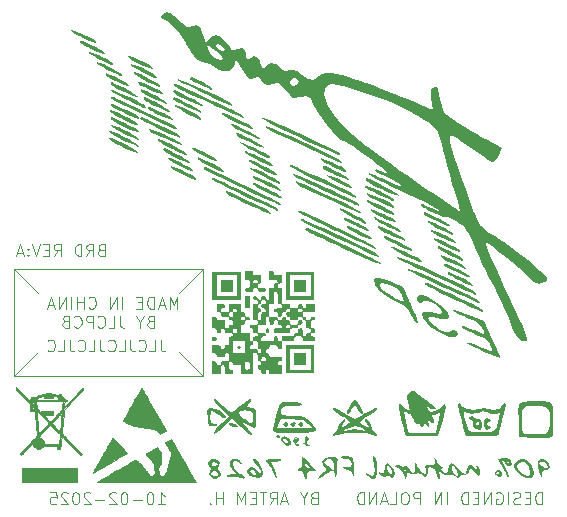
<source format=gbr>
%TF.GenerationSoftware,KiCad,Pcbnew,8.0.4*%
%TF.CreationDate,2025-02-12T15:13:01+01:00*%
%TF.ProjectId,SimpleLedController,53696d70-6c65-44c6-9564-436f6e74726f,A*%
%TF.SameCoordinates,Original*%
%TF.FileFunction,Legend,Bot*%
%TF.FilePolarity,Positive*%
%FSLAX46Y46*%
G04 Gerber Fmt 4.6, Leading zero omitted, Abs format (unit mm)*
G04 Created by KiCad (PCBNEW 8.0.4) date 2025-02-12 15:13:01*
%MOMM*%
%LPD*%
G01*
G04 APERTURE LIST*
%ADD10C,0.100000*%
%ADD11C,0.000000*%
%ADD12C,0.010000*%
%ADD13C,5.600000*%
%ADD14C,0.740000*%
%ADD15C,0.770000*%
%ADD16C,1.296000*%
%ADD17R,2.000000X4.500000*%
%ADD18O,2.000000X4.000000*%
%ADD19O,4.000000X2.000000*%
%ADD20R,3.960000X1.980000*%
%ADD21O,3.960000X1.980000*%
%ADD22C,0.600000*%
%ADD23O,2.300000X1.300000*%
%ADD24O,2.100000X1.300000*%
G04 APERTURE END LIST*
D10*
X118000000Y-90000000D02*
X120000000Y-92000000D01*
X118000000Y-90000000D02*
X134000000Y-90000000D01*
X134000000Y-99000000D01*
X118000000Y-99000000D01*
X118000000Y-90000000D01*
X132000000Y-97000000D02*
X134000000Y-99000000D01*
X132000000Y-92000000D02*
X134000000Y-90000000D01*
X120000000Y-97000000D02*
X118000000Y-99000000D01*
X162696115Y-109872419D02*
X162696115Y-108872419D01*
X162696115Y-108872419D02*
X162458020Y-108872419D01*
X162458020Y-108872419D02*
X162315163Y-108920038D01*
X162315163Y-108920038D02*
X162219925Y-109015276D01*
X162219925Y-109015276D02*
X162172306Y-109110514D01*
X162172306Y-109110514D02*
X162124687Y-109300990D01*
X162124687Y-109300990D02*
X162124687Y-109443847D01*
X162124687Y-109443847D02*
X162172306Y-109634323D01*
X162172306Y-109634323D02*
X162219925Y-109729561D01*
X162219925Y-109729561D02*
X162315163Y-109824800D01*
X162315163Y-109824800D02*
X162458020Y-109872419D01*
X162458020Y-109872419D02*
X162696115Y-109872419D01*
X161696115Y-109348609D02*
X161362782Y-109348609D01*
X161219925Y-109872419D02*
X161696115Y-109872419D01*
X161696115Y-109872419D02*
X161696115Y-108872419D01*
X161696115Y-108872419D02*
X161219925Y-108872419D01*
X160838972Y-109824800D02*
X160696115Y-109872419D01*
X160696115Y-109872419D02*
X160458020Y-109872419D01*
X160458020Y-109872419D02*
X160362782Y-109824800D01*
X160362782Y-109824800D02*
X160315163Y-109777180D01*
X160315163Y-109777180D02*
X160267544Y-109681942D01*
X160267544Y-109681942D02*
X160267544Y-109586704D01*
X160267544Y-109586704D02*
X160315163Y-109491466D01*
X160315163Y-109491466D02*
X160362782Y-109443847D01*
X160362782Y-109443847D02*
X160458020Y-109396228D01*
X160458020Y-109396228D02*
X160648496Y-109348609D01*
X160648496Y-109348609D02*
X160743734Y-109300990D01*
X160743734Y-109300990D02*
X160791353Y-109253371D01*
X160791353Y-109253371D02*
X160838972Y-109158133D01*
X160838972Y-109158133D02*
X160838972Y-109062895D01*
X160838972Y-109062895D02*
X160791353Y-108967657D01*
X160791353Y-108967657D02*
X160743734Y-108920038D01*
X160743734Y-108920038D02*
X160648496Y-108872419D01*
X160648496Y-108872419D02*
X160410401Y-108872419D01*
X160410401Y-108872419D02*
X160267544Y-108920038D01*
X159838972Y-109872419D02*
X159838972Y-108872419D01*
X158838973Y-108920038D02*
X158934211Y-108872419D01*
X158934211Y-108872419D02*
X159077068Y-108872419D01*
X159077068Y-108872419D02*
X159219925Y-108920038D01*
X159219925Y-108920038D02*
X159315163Y-109015276D01*
X159315163Y-109015276D02*
X159362782Y-109110514D01*
X159362782Y-109110514D02*
X159410401Y-109300990D01*
X159410401Y-109300990D02*
X159410401Y-109443847D01*
X159410401Y-109443847D02*
X159362782Y-109634323D01*
X159362782Y-109634323D02*
X159315163Y-109729561D01*
X159315163Y-109729561D02*
X159219925Y-109824800D01*
X159219925Y-109824800D02*
X159077068Y-109872419D01*
X159077068Y-109872419D02*
X158981830Y-109872419D01*
X158981830Y-109872419D02*
X158838973Y-109824800D01*
X158838973Y-109824800D02*
X158791354Y-109777180D01*
X158791354Y-109777180D02*
X158791354Y-109443847D01*
X158791354Y-109443847D02*
X158981830Y-109443847D01*
X158362782Y-109872419D02*
X158362782Y-108872419D01*
X158362782Y-108872419D02*
X157791354Y-109872419D01*
X157791354Y-109872419D02*
X157791354Y-108872419D01*
X157315163Y-109348609D02*
X156981830Y-109348609D01*
X156838973Y-109872419D02*
X157315163Y-109872419D01*
X157315163Y-109872419D02*
X157315163Y-108872419D01*
X157315163Y-108872419D02*
X156838973Y-108872419D01*
X156410401Y-109872419D02*
X156410401Y-108872419D01*
X156410401Y-108872419D02*
X156172306Y-108872419D01*
X156172306Y-108872419D02*
X156029449Y-108920038D01*
X156029449Y-108920038D02*
X155934211Y-109015276D01*
X155934211Y-109015276D02*
X155886592Y-109110514D01*
X155886592Y-109110514D02*
X155838973Y-109300990D01*
X155838973Y-109300990D02*
X155838973Y-109443847D01*
X155838973Y-109443847D02*
X155886592Y-109634323D01*
X155886592Y-109634323D02*
X155934211Y-109729561D01*
X155934211Y-109729561D02*
X156029449Y-109824800D01*
X156029449Y-109824800D02*
X156172306Y-109872419D01*
X156172306Y-109872419D02*
X156410401Y-109872419D01*
X154648496Y-109872419D02*
X154648496Y-108872419D01*
X154172306Y-109872419D02*
X154172306Y-108872419D01*
X154172306Y-108872419D02*
X153600878Y-109872419D01*
X153600878Y-109872419D02*
X153600878Y-108872419D01*
X152362782Y-109872419D02*
X152362782Y-108872419D01*
X152362782Y-108872419D02*
X151981830Y-108872419D01*
X151981830Y-108872419D02*
X151886592Y-108920038D01*
X151886592Y-108920038D02*
X151838973Y-108967657D01*
X151838973Y-108967657D02*
X151791354Y-109062895D01*
X151791354Y-109062895D02*
X151791354Y-109205752D01*
X151791354Y-109205752D02*
X151838973Y-109300990D01*
X151838973Y-109300990D02*
X151886592Y-109348609D01*
X151886592Y-109348609D02*
X151981830Y-109396228D01*
X151981830Y-109396228D02*
X152362782Y-109396228D01*
X151172306Y-108872419D02*
X150981830Y-108872419D01*
X150981830Y-108872419D02*
X150886592Y-108920038D01*
X150886592Y-108920038D02*
X150791354Y-109015276D01*
X150791354Y-109015276D02*
X150743735Y-109205752D01*
X150743735Y-109205752D02*
X150743735Y-109539085D01*
X150743735Y-109539085D02*
X150791354Y-109729561D01*
X150791354Y-109729561D02*
X150886592Y-109824800D01*
X150886592Y-109824800D02*
X150981830Y-109872419D01*
X150981830Y-109872419D02*
X151172306Y-109872419D01*
X151172306Y-109872419D02*
X151267544Y-109824800D01*
X151267544Y-109824800D02*
X151362782Y-109729561D01*
X151362782Y-109729561D02*
X151410401Y-109539085D01*
X151410401Y-109539085D02*
X151410401Y-109205752D01*
X151410401Y-109205752D02*
X151362782Y-109015276D01*
X151362782Y-109015276D02*
X151267544Y-108920038D01*
X151267544Y-108920038D02*
X151172306Y-108872419D01*
X149838973Y-109872419D02*
X150315163Y-109872419D01*
X150315163Y-109872419D02*
X150315163Y-108872419D01*
X149553258Y-109586704D02*
X149077068Y-109586704D01*
X149648496Y-109872419D02*
X149315163Y-108872419D01*
X149315163Y-108872419D02*
X148981830Y-109872419D01*
X148648496Y-109872419D02*
X148648496Y-108872419D01*
X148648496Y-108872419D02*
X148077068Y-109872419D01*
X148077068Y-109872419D02*
X148077068Y-108872419D01*
X147600877Y-109872419D02*
X147600877Y-108872419D01*
X147600877Y-108872419D02*
X147362782Y-108872419D01*
X147362782Y-108872419D02*
X147219925Y-108920038D01*
X147219925Y-108920038D02*
X147124687Y-109015276D01*
X147124687Y-109015276D02*
X147077068Y-109110514D01*
X147077068Y-109110514D02*
X147029449Y-109300990D01*
X147029449Y-109300990D02*
X147029449Y-109443847D01*
X147029449Y-109443847D02*
X147077068Y-109634323D01*
X147077068Y-109634323D02*
X147124687Y-109729561D01*
X147124687Y-109729561D02*
X147219925Y-109824800D01*
X147219925Y-109824800D02*
X147362782Y-109872419D01*
X147362782Y-109872419D02*
X147600877Y-109872419D01*
X125362782Y-88348609D02*
X125219925Y-88396228D01*
X125219925Y-88396228D02*
X125172306Y-88443847D01*
X125172306Y-88443847D02*
X125124687Y-88539085D01*
X125124687Y-88539085D02*
X125124687Y-88681942D01*
X125124687Y-88681942D02*
X125172306Y-88777180D01*
X125172306Y-88777180D02*
X125219925Y-88824800D01*
X125219925Y-88824800D02*
X125315163Y-88872419D01*
X125315163Y-88872419D02*
X125696115Y-88872419D01*
X125696115Y-88872419D02*
X125696115Y-87872419D01*
X125696115Y-87872419D02*
X125362782Y-87872419D01*
X125362782Y-87872419D02*
X125267544Y-87920038D01*
X125267544Y-87920038D02*
X125219925Y-87967657D01*
X125219925Y-87967657D02*
X125172306Y-88062895D01*
X125172306Y-88062895D02*
X125172306Y-88158133D01*
X125172306Y-88158133D02*
X125219925Y-88253371D01*
X125219925Y-88253371D02*
X125267544Y-88300990D01*
X125267544Y-88300990D02*
X125362782Y-88348609D01*
X125362782Y-88348609D02*
X125696115Y-88348609D01*
X124124687Y-88872419D02*
X124458020Y-88396228D01*
X124696115Y-88872419D02*
X124696115Y-87872419D01*
X124696115Y-87872419D02*
X124315163Y-87872419D01*
X124315163Y-87872419D02*
X124219925Y-87920038D01*
X124219925Y-87920038D02*
X124172306Y-87967657D01*
X124172306Y-87967657D02*
X124124687Y-88062895D01*
X124124687Y-88062895D02*
X124124687Y-88205752D01*
X124124687Y-88205752D02*
X124172306Y-88300990D01*
X124172306Y-88300990D02*
X124219925Y-88348609D01*
X124219925Y-88348609D02*
X124315163Y-88396228D01*
X124315163Y-88396228D02*
X124696115Y-88396228D01*
X123696115Y-88872419D02*
X123696115Y-87872419D01*
X123696115Y-87872419D02*
X123458020Y-87872419D01*
X123458020Y-87872419D02*
X123315163Y-87920038D01*
X123315163Y-87920038D02*
X123219925Y-88015276D01*
X123219925Y-88015276D02*
X123172306Y-88110514D01*
X123172306Y-88110514D02*
X123124687Y-88300990D01*
X123124687Y-88300990D02*
X123124687Y-88443847D01*
X123124687Y-88443847D02*
X123172306Y-88634323D01*
X123172306Y-88634323D02*
X123219925Y-88729561D01*
X123219925Y-88729561D02*
X123315163Y-88824800D01*
X123315163Y-88824800D02*
X123458020Y-88872419D01*
X123458020Y-88872419D02*
X123696115Y-88872419D01*
X121362782Y-88872419D02*
X121696115Y-88396228D01*
X121934210Y-88872419D02*
X121934210Y-87872419D01*
X121934210Y-87872419D02*
X121553258Y-87872419D01*
X121553258Y-87872419D02*
X121458020Y-87920038D01*
X121458020Y-87920038D02*
X121410401Y-87967657D01*
X121410401Y-87967657D02*
X121362782Y-88062895D01*
X121362782Y-88062895D02*
X121362782Y-88205752D01*
X121362782Y-88205752D02*
X121410401Y-88300990D01*
X121410401Y-88300990D02*
X121458020Y-88348609D01*
X121458020Y-88348609D02*
X121553258Y-88396228D01*
X121553258Y-88396228D02*
X121934210Y-88396228D01*
X120934210Y-88348609D02*
X120600877Y-88348609D01*
X120458020Y-88872419D02*
X120934210Y-88872419D01*
X120934210Y-88872419D02*
X120934210Y-87872419D01*
X120934210Y-87872419D02*
X120458020Y-87872419D01*
X120172305Y-87872419D02*
X119838972Y-88872419D01*
X119838972Y-88872419D02*
X119505639Y-87872419D01*
X119172305Y-88777180D02*
X119124686Y-88824800D01*
X119124686Y-88824800D02*
X119172305Y-88872419D01*
X119172305Y-88872419D02*
X119219924Y-88824800D01*
X119219924Y-88824800D02*
X119172305Y-88777180D01*
X119172305Y-88777180D02*
X119172305Y-88872419D01*
X119172305Y-88253371D02*
X119124686Y-88300990D01*
X119124686Y-88300990D02*
X119172305Y-88348609D01*
X119172305Y-88348609D02*
X119219924Y-88300990D01*
X119219924Y-88300990D02*
X119172305Y-88253371D01*
X119172305Y-88253371D02*
X119172305Y-88348609D01*
X118743734Y-88586704D02*
X118267544Y-88586704D01*
X118838972Y-88872419D02*
X118505639Y-87872419D01*
X118505639Y-87872419D02*
X118172306Y-88872419D01*
X130410401Y-95941088D02*
X130410401Y-96655373D01*
X130410401Y-96655373D02*
X130458020Y-96798230D01*
X130458020Y-96798230D02*
X130553258Y-96893469D01*
X130553258Y-96893469D02*
X130696115Y-96941088D01*
X130696115Y-96941088D02*
X130791353Y-96941088D01*
X129458020Y-96941088D02*
X129934210Y-96941088D01*
X129934210Y-96941088D02*
X129934210Y-95941088D01*
X128553258Y-96845849D02*
X128600877Y-96893469D01*
X128600877Y-96893469D02*
X128743734Y-96941088D01*
X128743734Y-96941088D02*
X128838972Y-96941088D01*
X128838972Y-96941088D02*
X128981829Y-96893469D01*
X128981829Y-96893469D02*
X129077067Y-96798230D01*
X129077067Y-96798230D02*
X129124686Y-96702992D01*
X129124686Y-96702992D02*
X129172305Y-96512516D01*
X129172305Y-96512516D02*
X129172305Y-96369659D01*
X129172305Y-96369659D02*
X129124686Y-96179183D01*
X129124686Y-96179183D02*
X129077067Y-96083945D01*
X129077067Y-96083945D02*
X128981829Y-95988707D01*
X128981829Y-95988707D02*
X128838972Y-95941088D01*
X128838972Y-95941088D02*
X128743734Y-95941088D01*
X128743734Y-95941088D02*
X128600877Y-95988707D01*
X128600877Y-95988707D02*
X128553258Y-96036326D01*
X127838972Y-95941088D02*
X127838972Y-96655373D01*
X127838972Y-96655373D02*
X127886591Y-96798230D01*
X127886591Y-96798230D02*
X127981829Y-96893469D01*
X127981829Y-96893469D02*
X128124686Y-96941088D01*
X128124686Y-96941088D02*
X128219924Y-96941088D01*
X126886591Y-96941088D02*
X127362781Y-96941088D01*
X127362781Y-96941088D02*
X127362781Y-95941088D01*
X125981829Y-96845849D02*
X126029448Y-96893469D01*
X126029448Y-96893469D02*
X126172305Y-96941088D01*
X126172305Y-96941088D02*
X126267543Y-96941088D01*
X126267543Y-96941088D02*
X126410400Y-96893469D01*
X126410400Y-96893469D02*
X126505638Y-96798230D01*
X126505638Y-96798230D02*
X126553257Y-96702992D01*
X126553257Y-96702992D02*
X126600876Y-96512516D01*
X126600876Y-96512516D02*
X126600876Y-96369659D01*
X126600876Y-96369659D02*
X126553257Y-96179183D01*
X126553257Y-96179183D02*
X126505638Y-96083945D01*
X126505638Y-96083945D02*
X126410400Y-95988707D01*
X126410400Y-95988707D02*
X126267543Y-95941088D01*
X126267543Y-95941088D02*
X126172305Y-95941088D01*
X126172305Y-95941088D02*
X126029448Y-95988707D01*
X126029448Y-95988707D02*
X125981829Y-96036326D01*
X125267543Y-95941088D02*
X125267543Y-96655373D01*
X125267543Y-96655373D02*
X125315162Y-96798230D01*
X125315162Y-96798230D02*
X125410400Y-96893469D01*
X125410400Y-96893469D02*
X125553257Y-96941088D01*
X125553257Y-96941088D02*
X125648495Y-96941088D01*
X124315162Y-96941088D02*
X124791352Y-96941088D01*
X124791352Y-96941088D02*
X124791352Y-95941088D01*
X123410400Y-96845849D02*
X123458019Y-96893469D01*
X123458019Y-96893469D02*
X123600876Y-96941088D01*
X123600876Y-96941088D02*
X123696114Y-96941088D01*
X123696114Y-96941088D02*
X123838971Y-96893469D01*
X123838971Y-96893469D02*
X123934209Y-96798230D01*
X123934209Y-96798230D02*
X123981828Y-96702992D01*
X123981828Y-96702992D02*
X124029447Y-96512516D01*
X124029447Y-96512516D02*
X124029447Y-96369659D01*
X124029447Y-96369659D02*
X123981828Y-96179183D01*
X123981828Y-96179183D02*
X123934209Y-96083945D01*
X123934209Y-96083945D02*
X123838971Y-95988707D01*
X123838971Y-95988707D02*
X123696114Y-95941088D01*
X123696114Y-95941088D02*
X123600876Y-95941088D01*
X123600876Y-95941088D02*
X123458019Y-95988707D01*
X123458019Y-95988707D02*
X123410400Y-96036326D01*
X122696114Y-95941088D02*
X122696114Y-96655373D01*
X122696114Y-96655373D02*
X122743733Y-96798230D01*
X122743733Y-96798230D02*
X122838971Y-96893469D01*
X122838971Y-96893469D02*
X122981828Y-96941088D01*
X122981828Y-96941088D02*
X123077066Y-96941088D01*
X121743733Y-96941088D02*
X122219923Y-96941088D01*
X122219923Y-96941088D02*
X122219923Y-95941088D01*
X120838971Y-96845849D02*
X120886590Y-96893469D01*
X120886590Y-96893469D02*
X121029447Y-96941088D01*
X121029447Y-96941088D02*
X121124685Y-96941088D01*
X121124685Y-96941088D02*
X121267542Y-96893469D01*
X121267542Y-96893469D02*
X121362780Y-96798230D01*
X121362780Y-96798230D02*
X121410399Y-96702992D01*
X121410399Y-96702992D02*
X121458018Y-96512516D01*
X121458018Y-96512516D02*
X121458018Y-96369659D01*
X121458018Y-96369659D02*
X121410399Y-96179183D01*
X121410399Y-96179183D02*
X121362780Y-96083945D01*
X121362780Y-96083945D02*
X121267542Y-95988707D01*
X121267542Y-95988707D02*
X121124685Y-95941088D01*
X121124685Y-95941088D02*
X121029447Y-95941088D01*
X121029447Y-95941088D02*
X120886590Y-95988707D01*
X120886590Y-95988707D02*
X120838971Y-96036326D01*
X131833332Y-93318955D02*
X131833332Y-92318955D01*
X131833332Y-92318955D02*
X131499999Y-93033240D01*
X131499999Y-93033240D02*
X131166666Y-92318955D01*
X131166666Y-92318955D02*
X131166666Y-93318955D01*
X130738094Y-93033240D02*
X130261904Y-93033240D01*
X130833332Y-93318955D02*
X130499999Y-92318955D01*
X130499999Y-92318955D02*
X130166666Y-93318955D01*
X129833332Y-93318955D02*
X129833332Y-92318955D01*
X129833332Y-92318955D02*
X129595237Y-92318955D01*
X129595237Y-92318955D02*
X129452380Y-92366574D01*
X129452380Y-92366574D02*
X129357142Y-92461812D01*
X129357142Y-92461812D02*
X129309523Y-92557050D01*
X129309523Y-92557050D02*
X129261904Y-92747526D01*
X129261904Y-92747526D02*
X129261904Y-92890383D01*
X129261904Y-92890383D02*
X129309523Y-93080859D01*
X129309523Y-93080859D02*
X129357142Y-93176097D01*
X129357142Y-93176097D02*
X129452380Y-93271336D01*
X129452380Y-93271336D02*
X129595237Y-93318955D01*
X129595237Y-93318955D02*
X129833332Y-93318955D01*
X128833332Y-92795145D02*
X128499999Y-92795145D01*
X128357142Y-93318955D02*
X128833332Y-93318955D01*
X128833332Y-93318955D02*
X128833332Y-92318955D01*
X128833332Y-92318955D02*
X128357142Y-92318955D01*
X127166665Y-93318955D02*
X127166665Y-92318955D01*
X126690475Y-93318955D02*
X126690475Y-92318955D01*
X126690475Y-92318955D02*
X126119047Y-93318955D01*
X126119047Y-93318955D02*
X126119047Y-92318955D01*
X124309523Y-93223716D02*
X124357142Y-93271336D01*
X124357142Y-93271336D02*
X124499999Y-93318955D01*
X124499999Y-93318955D02*
X124595237Y-93318955D01*
X124595237Y-93318955D02*
X124738094Y-93271336D01*
X124738094Y-93271336D02*
X124833332Y-93176097D01*
X124833332Y-93176097D02*
X124880951Y-93080859D01*
X124880951Y-93080859D02*
X124928570Y-92890383D01*
X124928570Y-92890383D02*
X124928570Y-92747526D01*
X124928570Y-92747526D02*
X124880951Y-92557050D01*
X124880951Y-92557050D02*
X124833332Y-92461812D01*
X124833332Y-92461812D02*
X124738094Y-92366574D01*
X124738094Y-92366574D02*
X124595237Y-92318955D01*
X124595237Y-92318955D02*
X124499999Y-92318955D01*
X124499999Y-92318955D02*
X124357142Y-92366574D01*
X124357142Y-92366574D02*
X124309523Y-92414193D01*
X123880951Y-93318955D02*
X123880951Y-92318955D01*
X123880951Y-92795145D02*
X123309523Y-92795145D01*
X123309523Y-93318955D02*
X123309523Y-92318955D01*
X122833332Y-93318955D02*
X122833332Y-92318955D01*
X122357142Y-93318955D02*
X122357142Y-92318955D01*
X122357142Y-92318955D02*
X121785714Y-93318955D01*
X121785714Y-93318955D02*
X121785714Y-92318955D01*
X121357142Y-93033240D02*
X120880952Y-93033240D01*
X121452380Y-93318955D02*
X121119047Y-92318955D01*
X121119047Y-92318955D02*
X120785714Y-93318955D01*
X129523809Y-94405089D02*
X129380952Y-94452708D01*
X129380952Y-94452708D02*
X129333333Y-94500327D01*
X129333333Y-94500327D02*
X129285714Y-94595565D01*
X129285714Y-94595565D02*
X129285714Y-94738422D01*
X129285714Y-94738422D02*
X129333333Y-94833660D01*
X129333333Y-94833660D02*
X129380952Y-94881280D01*
X129380952Y-94881280D02*
X129476190Y-94928899D01*
X129476190Y-94928899D02*
X129857142Y-94928899D01*
X129857142Y-94928899D02*
X129857142Y-93928899D01*
X129857142Y-93928899D02*
X129523809Y-93928899D01*
X129523809Y-93928899D02*
X129428571Y-93976518D01*
X129428571Y-93976518D02*
X129380952Y-94024137D01*
X129380952Y-94024137D02*
X129333333Y-94119375D01*
X129333333Y-94119375D02*
X129333333Y-94214613D01*
X129333333Y-94214613D02*
X129380952Y-94309851D01*
X129380952Y-94309851D02*
X129428571Y-94357470D01*
X129428571Y-94357470D02*
X129523809Y-94405089D01*
X129523809Y-94405089D02*
X129857142Y-94405089D01*
X128666666Y-94452708D02*
X128666666Y-94928899D01*
X128999999Y-93928899D02*
X128666666Y-94452708D01*
X128666666Y-94452708D02*
X128333333Y-93928899D01*
X126952380Y-93928899D02*
X126952380Y-94643184D01*
X126952380Y-94643184D02*
X126999999Y-94786041D01*
X126999999Y-94786041D02*
X127095237Y-94881280D01*
X127095237Y-94881280D02*
X127238094Y-94928899D01*
X127238094Y-94928899D02*
X127333332Y-94928899D01*
X125999999Y-94928899D02*
X126476189Y-94928899D01*
X126476189Y-94928899D02*
X126476189Y-93928899D01*
X125095237Y-94833660D02*
X125142856Y-94881280D01*
X125142856Y-94881280D02*
X125285713Y-94928899D01*
X125285713Y-94928899D02*
X125380951Y-94928899D01*
X125380951Y-94928899D02*
X125523808Y-94881280D01*
X125523808Y-94881280D02*
X125619046Y-94786041D01*
X125619046Y-94786041D02*
X125666665Y-94690803D01*
X125666665Y-94690803D02*
X125714284Y-94500327D01*
X125714284Y-94500327D02*
X125714284Y-94357470D01*
X125714284Y-94357470D02*
X125666665Y-94166994D01*
X125666665Y-94166994D02*
X125619046Y-94071756D01*
X125619046Y-94071756D02*
X125523808Y-93976518D01*
X125523808Y-93976518D02*
X125380951Y-93928899D01*
X125380951Y-93928899D02*
X125285713Y-93928899D01*
X125285713Y-93928899D02*
X125142856Y-93976518D01*
X125142856Y-93976518D02*
X125095237Y-94024137D01*
X124666665Y-94928899D02*
X124666665Y-93928899D01*
X124666665Y-93928899D02*
X124285713Y-93928899D01*
X124285713Y-93928899D02*
X124190475Y-93976518D01*
X124190475Y-93976518D02*
X124142856Y-94024137D01*
X124142856Y-94024137D02*
X124095237Y-94119375D01*
X124095237Y-94119375D02*
X124095237Y-94262232D01*
X124095237Y-94262232D02*
X124142856Y-94357470D01*
X124142856Y-94357470D02*
X124190475Y-94405089D01*
X124190475Y-94405089D02*
X124285713Y-94452708D01*
X124285713Y-94452708D02*
X124666665Y-94452708D01*
X123095237Y-94833660D02*
X123142856Y-94881280D01*
X123142856Y-94881280D02*
X123285713Y-94928899D01*
X123285713Y-94928899D02*
X123380951Y-94928899D01*
X123380951Y-94928899D02*
X123523808Y-94881280D01*
X123523808Y-94881280D02*
X123619046Y-94786041D01*
X123619046Y-94786041D02*
X123666665Y-94690803D01*
X123666665Y-94690803D02*
X123714284Y-94500327D01*
X123714284Y-94500327D02*
X123714284Y-94357470D01*
X123714284Y-94357470D02*
X123666665Y-94166994D01*
X123666665Y-94166994D02*
X123619046Y-94071756D01*
X123619046Y-94071756D02*
X123523808Y-93976518D01*
X123523808Y-93976518D02*
X123380951Y-93928899D01*
X123380951Y-93928899D02*
X123285713Y-93928899D01*
X123285713Y-93928899D02*
X123142856Y-93976518D01*
X123142856Y-93976518D02*
X123095237Y-94024137D01*
X122333332Y-94405089D02*
X122190475Y-94452708D01*
X122190475Y-94452708D02*
X122142856Y-94500327D01*
X122142856Y-94500327D02*
X122095237Y-94595565D01*
X122095237Y-94595565D02*
X122095237Y-94738422D01*
X122095237Y-94738422D02*
X122142856Y-94833660D01*
X122142856Y-94833660D02*
X122190475Y-94881280D01*
X122190475Y-94881280D02*
X122285713Y-94928899D01*
X122285713Y-94928899D02*
X122666665Y-94928899D01*
X122666665Y-94928899D02*
X122666665Y-93928899D01*
X122666665Y-93928899D02*
X122333332Y-93928899D01*
X122333332Y-93928899D02*
X122238094Y-93976518D01*
X122238094Y-93976518D02*
X122190475Y-94024137D01*
X122190475Y-94024137D02*
X122142856Y-94119375D01*
X122142856Y-94119375D02*
X122142856Y-94214613D01*
X122142856Y-94214613D02*
X122190475Y-94309851D01*
X122190475Y-94309851D02*
X122238094Y-94357470D01*
X122238094Y-94357470D02*
X122333332Y-94405089D01*
X122333332Y-94405089D02*
X122666665Y-94405089D01*
X143362782Y-109348609D02*
X143219925Y-109396228D01*
X143219925Y-109396228D02*
X143172306Y-109443847D01*
X143172306Y-109443847D02*
X143124687Y-109539085D01*
X143124687Y-109539085D02*
X143124687Y-109681942D01*
X143124687Y-109681942D02*
X143172306Y-109777180D01*
X143172306Y-109777180D02*
X143219925Y-109824800D01*
X143219925Y-109824800D02*
X143315163Y-109872419D01*
X143315163Y-109872419D02*
X143696115Y-109872419D01*
X143696115Y-109872419D02*
X143696115Y-108872419D01*
X143696115Y-108872419D02*
X143362782Y-108872419D01*
X143362782Y-108872419D02*
X143267544Y-108920038D01*
X143267544Y-108920038D02*
X143219925Y-108967657D01*
X143219925Y-108967657D02*
X143172306Y-109062895D01*
X143172306Y-109062895D02*
X143172306Y-109158133D01*
X143172306Y-109158133D02*
X143219925Y-109253371D01*
X143219925Y-109253371D02*
X143267544Y-109300990D01*
X143267544Y-109300990D02*
X143362782Y-109348609D01*
X143362782Y-109348609D02*
X143696115Y-109348609D01*
X142505639Y-109396228D02*
X142505639Y-109872419D01*
X142838972Y-108872419D02*
X142505639Y-109396228D01*
X142505639Y-109396228D02*
X142172306Y-108872419D01*
X141124686Y-109586704D02*
X140648496Y-109586704D01*
X141219924Y-109872419D02*
X140886591Y-108872419D01*
X140886591Y-108872419D02*
X140553258Y-109872419D01*
X139648496Y-109872419D02*
X139981829Y-109396228D01*
X140219924Y-109872419D02*
X140219924Y-108872419D01*
X140219924Y-108872419D02*
X139838972Y-108872419D01*
X139838972Y-108872419D02*
X139743734Y-108920038D01*
X139743734Y-108920038D02*
X139696115Y-108967657D01*
X139696115Y-108967657D02*
X139648496Y-109062895D01*
X139648496Y-109062895D02*
X139648496Y-109205752D01*
X139648496Y-109205752D02*
X139696115Y-109300990D01*
X139696115Y-109300990D02*
X139743734Y-109348609D01*
X139743734Y-109348609D02*
X139838972Y-109396228D01*
X139838972Y-109396228D02*
X140219924Y-109396228D01*
X139362781Y-108872419D02*
X138791353Y-108872419D01*
X139077067Y-109872419D02*
X139077067Y-108872419D01*
X138458019Y-109348609D02*
X138124686Y-109348609D01*
X137981829Y-109872419D02*
X138458019Y-109872419D01*
X138458019Y-109872419D02*
X138458019Y-108872419D01*
X138458019Y-108872419D02*
X137981829Y-108872419D01*
X137553257Y-109872419D02*
X137553257Y-108872419D01*
X137553257Y-108872419D02*
X137219924Y-109586704D01*
X137219924Y-109586704D02*
X136886591Y-108872419D01*
X136886591Y-108872419D02*
X136886591Y-109872419D01*
X135648495Y-109872419D02*
X135648495Y-108872419D01*
X135648495Y-109348609D02*
X135077067Y-109348609D01*
X135077067Y-109872419D02*
X135077067Y-108872419D01*
X134600876Y-109777180D02*
X134553257Y-109824800D01*
X134553257Y-109824800D02*
X134600876Y-109872419D01*
X134600876Y-109872419D02*
X134648495Y-109824800D01*
X134648495Y-109824800D02*
X134600876Y-109777180D01*
X134600876Y-109777180D02*
X134600876Y-109872419D01*
X130172306Y-109872419D02*
X130743734Y-109872419D01*
X130458020Y-109872419D02*
X130458020Y-108872419D01*
X130458020Y-108872419D02*
X130553258Y-109015276D01*
X130553258Y-109015276D02*
X130648496Y-109110514D01*
X130648496Y-109110514D02*
X130743734Y-109158133D01*
X129553258Y-108872419D02*
X129458020Y-108872419D01*
X129458020Y-108872419D02*
X129362782Y-108920038D01*
X129362782Y-108920038D02*
X129315163Y-108967657D01*
X129315163Y-108967657D02*
X129267544Y-109062895D01*
X129267544Y-109062895D02*
X129219925Y-109253371D01*
X129219925Y-109253371D02*
X129219925Y-109491466D01*
X129219925Y-109491466D02*
X129267544Y-109681942D01*
X129267544Y-109681942D02*
X129315163Y-109777180D01*
X129315163Y-109777180D02*
X129362782Y-109824800D01*
X129362782Y-109824800D02*
X129458020Y-109872419D01*
X129458020Y-109872419D02*
X129553258Y-109872419D01*
X129553258Y-109872419D02*
X129648496Y-109824800D01*
X129648496Y-109824800D02*
X129696115Y-109777180D01*
X129696115Y-109777180D02*
X129743734Y-109681942D01*
X129743734Y-109681942D02*
X129791353Y-109491466D01*
X129791353Y-109491466D02*
X129791353Y-109253371D01*
X129791353Y-109253371D02*
X129743734Y-109062895D01*
X129743734Y-109062895D02*
X129696115Y-108967657D01*
X129696115Y-108967657D02*
X129648496Y-108920038D01*
X129648496Y-108920038D02*
X129553258Y-108872419D01*
X128791353Y-109491466D02*
X128029449Y-109491466D01*
X127362782Y-108872419D02*
X127267544Y-108872419D01*
X127267544Y-108872419D02*
X127172306Y-108920038D01*
X127172306Y-108920038D02*
X127124687Y-108967657D01*
X127124687Y-108967657D02*
X127077068Y-109062895D01*
X127077068Y-109062895D02*
X127029449Y-109253371D01*
X127029449Y-109253371D02*
X127029449Y-109491466D01*
X127029449Y-109491466D02*
X127077068Y-109681942D01*
X127077068Y-109681942D02*
X127124687Y-109777180D01*
X127124687Y-109777180D02*
X127172306Y-109824800D01*
X127172306Y-109824800D02*
X127267544Y-109872419D01*
X127267544Y-109872419D02*
X127362782Y-109872419D01*
X127362782Y-109872419D02*
X127458020Y-109824800D01*
X127458020Y-109824800D02*
X127505639Y-109777180D01*
X127505639Y-109777180D02*
X127553258Y-109681942D01*
X127553258Y-109681942D02*
X127600877Y-109491466D01*
X127600877Y-109491466D02*
X127600877Y-109253371D01*
X127600877Y-109253371D02*
X127553258Y-109062895D01*
X127553258Y-109062895D02*
X127505639Y-108967657D01*
X127505639Y-108967657D02*
X127458020Y-108920038D01*
X127458020Y-108920038D02*
X127362782Y-108872419D01*
X126648496Y-108967657D02*
X126600877Y-108920038D01*
X126600877Y-108920038D02*
X126505639Y-108872419D01*
X126505639Y-108872419D02*
X126267544Y-108872419D01*
X126267544Y-108872419D02*
X126172306Y-108920038D01*
X126172306Y-108920038D02*
X126124687Y-108967657D01*
X126124687Y-108967657D02*
X126077068Y-109062895D01*
X126077068Y-109062895D02*
X126077068Y-109158133D01*
X126077068Y-109158133D02*
X126124687Y-109300990D01*
X126124687Y-109300990D02*
X126696115Y-109872419D01*
X126696115Y-109872419D02*
X126077068Y-109872419D01*
X125648496Y-109491466D02*
X124886592Y-109491466D01*
X124458020Y-108967657D02*
X124410401Y-108920038D01*
X124410401Y-108920038D02*
X124315163Y-108872419D01*
X124315163Y-108872419D02*
X124077068Y-108872419D01*
X124077068Y-108872419D02*
X123981830Y-108920038D01*
X123981830Y-108920038D02*
X123934211Y-108967657D01*
X123934211Y-108967657D02*
X123886592Y-109062895D01*
X123886592Y-109062895D02*
X123886592Y-109158133D01*
X123886592Y-109158133D02*
X123934211Y-109300990D01*
X123934211Y-109300990D02*
X124505639Y-109872419D01*
X124505639Y-109872419D02*
X123886592Y-109872419D01*
X123267544Y-108872419D02*
X123172306Y-108872419D01*
X123172306Y-108872419D02*
X123077068Y-108920038D01*
X123077068Y-108920038D02*
X123029449Y-108967657D01*
X123029449Y-108967657D02*
X122981830Y-109062895D01*
X122981830Y-109062895D02*
X122934211Y-109253371D01*
X122934211Y-109253371D02*
X122934211Y-109491466D01*
X122934211Y-109491466D02*
X122981830Y-109681942D01*
X122981830Y-109681942D02*
X123029449Y-109777180D01*
X123029449Y-109777180D02*
X123077068Y-109824800D01*
X123077068Y-109824800D02*
X123172306Y-109872419D01*
X123172306Y-109872419D02*
X123267544Y-109872419D01*
X123267544Y-109872419D02*
X123362782Y-109824800D01*
X123362782Y-109824800D02*
X123410401Y-109777180D01*
X123410401Y-109777180D02*
X123458020Y-109681942D01*
X123458020Y-109681942D02*
X123505639Y-109491466D01*
X123505639Y-109491466D02*
X123505639Y-109253371D01*
X123505639Y-109253371D02*
X123458020Y-109062895D01*
X123458020Y-109062895D02*
X123410401Y-108967657D01*
X123410401Y-108967657D02*
X123362782Y-108920038D01*
X123362782Y-108920038D02*
X123267544Y-108872419D01*
X122553258Y-108967657D02*
X122505639Y-108920038D01*
X122505639Y-108920038D02*
X122410401Y-108872419D01*
X122410401Y-108872419D02*
X122172306Y-108872419D01*
X122172306Y-108872419D02*
X122077068Y-108920038D01*
X122077068Y-108920038D02*
X122029449Y-108967657D01*
X122029449Y-108967657D02*
X121981830Y-109062895D01*
X121981830Y-109062895D02*
X121981830Y-109158133D01*
X121981830Y-109158133D02*
X122029449Y-109300990D01*
X122029449Y-109300990D02*
X122600877Y-109872419D01*
X122600877Y-109872419D02*
X121981830Y-109872419D01*
X121077068Y-108872419D02*
X121553258Y-108872419D01*
X121553258Y-108872419D02*
X121600877Y-109348609D01*
X121600877Y-109348609D02*
X121553258Y-109300990D01*
X121553258Y-109300990D02*
X121458020Y-109253371D01*
X121458020Y-109253371D02*
X121219925Y-109253371D01*
X121219925Y-109253371D02*
X121124687Y-109300990D01*
X121124687Y-109300990D02*
X121077068Y-109348609D01*
X121077068Y-109348609D02*
X121029449Y-109443847D01*
X121029449Y-109443847D02*
X121029449Y-109681942D01*
X121029449Y-109681942D02*
X121077068Y-109777180D01*
X121077068Y-109777180D02*
X121124687Y-109824800D01*
X121124687Y-109824800D02*
X121219925Y-109872419D01*
X121219925Y-109872419D02*
X121458020Y-109872419D01*
X121458020Y-109872419D02*
X121553258Y-109824800D01*
X121553258Y-109824800D02*
X121600877Y-109777180D01*
D11*
%TO.C,REF\u002A\u002A*%
G36*
X136509804Y-91381565D02*
G01*
X136509804Y-91879604D01*
X136011765Y-91879604D01*
X135513726Y-91879604D01*
X135513726Y-91381565D01*
X135513726Y-90883525D01*
X136011765Y-90883525D01*
X136509804Y-90883525D01*
X136509804Y-91381565D01*
G37*
G36*
X137941667Y-92782300D02*
G01*
X137941667Y-93311467D01*
X137754902Y-93311467D01*
X137568138Y-93311467D01*
X137568138Y-92782300D01*
X137568138Y-92253133D01*
X137754902Y-92253133D01*
X137941667Y-92253133D01*
X137941667Y-92782300D01*
G37*
G36*
X142735294Y-91381565D02*
G01*
X142735294Y-91879604D01*
X142237255Y-91879604D01*
X141739216Y-91879604D01*
X141739216Y-91381565D01*
X141739216Y-90883525D01*
X142237255Y-90883525D01*
X142735294Y-90883525D01*
X142735294Y-91381565D01*
G37*
G36*
X142735294Y-97607055D02*
G01*
X142735294Y-98105094D01*
X142237255Y-98105094D01*
X141739216Y-98105094D01*
X141739216Y-97607055D01*
X141739216Y-97109016D01*
X142237255Y-97109016D01*
X142735294Y-97109016D01*
X142735294Y-97607055D01*
G37*
G36*
X135052005Y-95682874D02*
G01*
X135124770Y-95731632D01*
X135140196Y-95863918D01*
X135134475Y-95962491D01*
X135085717Y-96035256D01*
X134953432Y-96050682D01*
X134854858Y-96044961D01*
X134782093Y-95996203D01*
X134766667Y-95863918D01*
X134772389Y-95765344D01*
X134821146Y-95692579D01*
X134953432Y-95677153D01*
X135052005Y-95682874D01*
G37*
G36*
X137067652Y-96424869D02*
G01*
X137168895Y-96461377D01*
X137194608Y-96579849D01*
X137193951Y-96608530D01*
X137157443Y-96709773D01*
X137038971Y-96735486D01*
X137010289Y-96734829D01*
X136909047Y-96698321D01*
X136883334Y-96579849D01*
X136883991Y-96551167D01*
X136920499Y-96449924D01*
X137038971Y-96424212D01*
X137067652Y-96424869D01*
G37*
G36*
X139534593Y-94996809D02*
G01*
X139605798Y-95045638D01*
X139622549Y-95179114D01*
X139618833Y-95260330D01*
X139578142Y-95345777D01*
X139466912Y-95365878D01*
X139399232Y-95361418D01*
X139328026Y-95312589D01*
X139311275Y-95179114D01*
X139314992Y-95097897D01*
X139355683Y-95012450D01*
X139466912Y-94992349D01*
X139534593Y-94996809D01*
G37*
G36*
X137194608Y-91381565D02*
G01*
X137194608Y-92564408D01*
X135980638Y-92564408D01*
X134766667Y-92564408D01*
X134766667Y-91381565D01*
X134766667Y-90509996D01*
X135140196Y-90509996D01*
X135140196Y-91381565D01*
X135140196Y-92253133D01*
X136011765Y-92253133D01*
X136883334Y-92253133D01*
X136883334Y-91381565D01*
X136883334Y-90509996D01*
X136011765Y-90509996D01*
X135140196Y-90509996D01*
X134766667Y-90509996D01*
X134766667Y-90198721D01*
X135980638Y-90198721D01*
X137194608Y-90198721D01*
X137194608Y-90509996D01*
X137194608Y-91381565D01*
G37*
G36*
X143420098Y-91381565D02*
G01*
X143420098Y-92564408D01*
X142237255Y-92564408D01*
X141054412Y-92564408D01*
X141054412Y-91381565D01*
X141054412Y-90509996D01*
X141365687Y-90509996D01*
X141365687Y-91381565D01*
X141365687Y-92253133D01*
X142237255Y-92253133D01*
X143108824Y-92253133D01*
X143108824Y-91381565D01*
X143108824Y-90509996D01*
X142237255Y-90509996D01*
X141365687Y-90509996D01*
X141054412Y-90509996D01*
X141054412Y-90198721D01*
X142237255Y-90198721D01*
X143420098Y-90198721D01*
X143420098Y-90509996D01*
X143420098Y-91381565D01*
G37*
G36*
X143420098Y-97607055D02*
G01*
X143420098Y-98789898D01*
X142237255Y-98789898D01*
X141054412Y-98789898D01*
X141054412Y-97607055D01*
X141054412Y-96735486D01*
X141365687Y-96735486D01*
X141365687Y-97607055D01*
X141365687Y-98478623D01*
X142237255Y-98478623D01*
X143108824Y-98478623D01*
X143108824Y-97607055D01*
X143108824Y-96735486D01*
X142237255Y-96735486D01*
X141365687Y-96735486D01*
X141054412Y-96735486D01*
X141054412Y-96424212D01*
X142237255Y-96424212D01*
X143420098Y-96424212D01*
X143420098Y-96735486D01*
X143420098Y-97607055D01*
G37*
G36*
X138917658Y-91138935D02*
G01*
X138871245Y-91185912D01*
X138782108Y-91194800D01*
X138714428Y-91199260D01*
X138643222Y-91248089D01*
X138626471Y-91381565D01*
X138626471Y-91384421D01*
X138632573Y-91489955D01*
X138671243Y-91544641D01*
X138773127Y-91565193D01*
X138968873Y-91568329D01*
X139139875Y-91570879D01*
X139255410Y-91588417D01*
X139302387Y-91634830D01*
X139311275Y-91723967D01*
X139305665Y-91801695D01*
X139267082Y-91854211D01*
X139164974Y-91875564D01*
X138968873Y-91879604D01*
X138797871Y-91877054D01*
X138682336Y-91859516D01*
X138635359Y-91813103D01*
X138626471Y-91723967D01*
X138622011Y-91656286D01*
X138573182Y-91585080D01*
X138439706Y-91568329D01*
X138358490Y-91572046D01*
X138273043Y-91612737D01*
X138252942Y-91723967D01*
X138247332Y-91801695D01*
X138208748Y-91854211D01*
X138106640Y-91875564D01*
X137910540Y-91879604D01*
X137739537Y-91877054D01*
X137624003Y-91859516D01*
X137577026Y-91813103D01*
X137568138Y-91723967D01*
X137572598Y-91656286D01*
X137621427Y-91585080D01*
X137754902Y-91568329D01*
X137757758Y-91568329D01*
X137863293Y-91562227D01*
X137917978Y-91523557D01*
X137938531Y-91421673D01*
X137941667Y-91225927D01*
X137941667Y-91220691D01*
X137938545Y-91039163D01*
X138252942Y-91039163D01*
X138257402Y-91106843D01*
X138306231Y-91178049D01*
X138439706Y-91194800D01*
X138520923Y-91191083D01*
X138606370Y-91150392D01*
X138626471Y-91039163D01*
X138622011Y-90971482D01*
X138573182Y-90900276D01*
X138439706Y-90883525D01*
X138358490Y-90887242D01*
X138273043Y-90927933D01*
X138252942Y-91039163D01*
X137938545Y-91039163D01*
X137938339Y-91027211D01*
X137917246Y-90926955D01*
X137861673Y-90889275D01*
X137754902Y-90883525D01*
X137568138Y-90883525D01*
X137568138Y-90509996D01*
X137568138Y-90136467D01*
X137910540Y-90136467D01*
X137915776Y-90136467D01*
X138109256Y-90139795D01*
X138209512Y-90160888D01*
X138247192Y-90216461D01*
X138252942Y-90323231D01*
X138252942Y-90326087D01*
X138259044Y-90431622D01*
X138297713Y-90486307D01*
X138399598Y-90506860D01*
X138595343Y-90509996D01*
X138937745Y-90509996D01*
X138937745Y-90852398D01*
X138935196Y-91023400D01*
X138932803Y-91039163D01*
X138917658Y-91138935D01*
G37*
G36*
X142044881Y-94914440D02*
G01*
X142006297Y-94966956D01*
X141904189Y-94988309D01*
X141708089Y-94992349D01*
X141702853Y-94992349D01*
X141509373Y-94995677D01*
X141409116Y-95016770D01*
X141371436Y-95072343D01*
X141365687Y-95179114D01*
X141365687Y-95365878D01*
X140680883Y-95365878D01*
X139996079Y-95365878D01*
X139996079Y-95179114D01*
X139996079Y-95176258D01*
X140002181Y-95070723D01*
X140040851Y-95016038D01*
X140142735Y-94995485D01*
X140338481Y-94992349D01*
X140509483Y-94989799D01*
X140625018Y-94972261D01*
X140671995Y-94925848D01*
X140680883Y-94836712D01*
X141054412Y-94836712D01*
X141055069Y-94865393D01*
X141091578Y-94966636D01*
X141210049Y-94992349D01*
X141238731Y-94991692D01*
X141339974Y-94955183D01*
X141365687Y-94836712D01*
X141365029Y-94808030D01*
X141328521Y-94706787D01*
X141210049Y-94681074D01*
X141181368Y-94681732D01*
X141080125Y-94718240D01*
X141054412Y-94836712D01*
X140680883Y-94836712D01*
X140676423Y-94769031D01*
X140627594Y-94697825D01*
X140494118Y-94681074D01*
X140395544Y-94675353D01*
X140322779Y-94626595D01*
X140307353Y-94494310D01*
X140303636Y-94413093D01*
X140262946Y-94327646D01*
X140151716Y-94307545D01*
X140084036Y-94312005D01*
X140012830Y-94360834D01*
X139996079Y-94494310D01*
X139990357Y-94592883D01*
X139941599Y-94665648D01*
X139809314Y-94681074D01*
X139806458Y-94681074D01*
X139700923Y-94674972D01*
X139646238Y-94636302D01*
X139625685Y-94534418D01*
X139622549Y-94338672D01*
X139622549Y-93996270D01*
X139964951Y-93996270D01*
X140135954Y-93998820D01*
X140251488Y-94016358D01*
X140298465Y-94062771D01*
X140307353Y-94151908D01*
X140311813Y-94219588D01*
X140360642Y-94290794D01*
X140494118Y-94307545D01*
X140575335Y-94303828D01*
X140660782Y-94263137D01*
X140680883Y-94151908D01*
X140685343Y-94084227D01*
X140734172Y-94013021D01*
X140867647Y-93996270D01*
X140948864Y-93999987D01*
X141034311Y-94040678D01*
X141054412Y-94151908D01*
X141055069Y-94180589D01*
X141091578Y-94281832D01*
X141210049Y-94307545D01*
X141277730Y-94312005D01*
X141348936Y-94360834D01*
X141365687Y-94494310D01*
X141365687Y-94497166D01*
X141371789Y-94602700D01*
X141410459Y-94657386D01*
X141512343Y-94677938D01*
X141708089Y-94681074D01*
X141713325Y-94681074D01*
X141906805Y-94677746D01*
X142007061Y-94656653D01*
X142044741Y-94601080D01*
X142050491Y-94494310D01*
X142056212Y-94395736D01*
X142104970Y-94322971D01*
X142237255Y-94307545D01*
X142335829Y-94313267D01*
X142408594Y-94362024D01*
X142424020Y-94494310D01*
X142418298Y-94592883D01*
X142369541Y-94665648D01*
X142237255Y-94681074D01*
X142156039Y-94684791D01*
X142070592Y-94725482D01*
X142050491Y-94836712D01*
X142044881Y-94914440D01*
G37*
G36*
X143482353Y-93622741D02*
G01*
X142953187Y-93622741D01*
X142424020Y-93622741D01*
X142424020Y-93809506D01*
X142427737Y-93890722D01*
X142468428Y-93976169D01*
X142579657Y-93996270D01*
X142608339Y-93996928D01*
X142709582Y-94033436D01*
X142735294Y-94151908D01*
X142739755Y-94219588D01*
X142788584Y-94290794D01*
X142922059Y-94307545D01*
X143003276Y-94303828D01*
X143088723Y-94263137D01*
X143108824Y-94151908D01*
X143113284Y-94084227D01*
X143162113Y-94013021D01*
X143295589Y-93996270D01*
X143376805Y-93999987D01*
X143462252Y-94040678D01*
X143482353Y-94151908D01*
X143477893Y-94219588D01*
X143429064Y-94290794D01*
X143295589Y-94307545D01*
X143292733Y-94307545D01*
X143187198Y-94313647D01*
X143132513Y-94352317D01*
X143111960Y-94454201D01*
X143108824Y-94649947D01*
X143108824Y-94655183D01*
X143112152Y-94848663D01*
X143133245Y-94948920D01*
X143188818Y-94986599D01*
X143295589Y-94992349D01*
X143394162Y-94998070D01*
X143466927Y-95046828D01*
X143482353Y-95179114D01*
X143476632Y-95277687D01*
X143427874Y-95350452D01*
X143295589Y-95365878D01*
X143214372Y-95369595D01*
X143128925Y-95410286D01*
X143108824Y-95521516D01*
X143113284Y-95589196D01*
X143162113Y-95660402D01*
X143295589Y-95677153D01*
X143394162Y-95682874D01*
X143466927Y-95731632D01*
X143482353Y-95863918D01*
X143482353Y-96050682D01*
X142953187Y-96050682D01*
X142424020Y-96050682D01*
X142424020Y-95863918D01*
X142424020Y-95861061D01*
X142417918Y-95755527D01*
X142379248Y-95700842D01*
X142277364Y-95680289D01*
X142081618Y-95677153D01*
X142076382Y-95677153D01*
X141882902Y-95680481D01*
X141782645Y-95701574D01*
X141744966Y-95757147D01*
X141739216Y-95863918D01*
X141739216Y-96050682D01*
X141210049Y-96050682D01*
X140680883Y-96050682D01*
X140680883Y-96393084D01*
X140680883Y-96398320D01*
X140677554Y-96591800D01*
X140656462Y-96692057D01*
X140600888Y-96729737D01*
X140494118Y-96735486D01*
X140412901Y-96731769D01*
X140327454Y-96691078D01*
X140307353Y-96579849D01*
X140301744Y-96502121D01*
X140263160Y-96449605D01*
X140161052Y-96428252D01*
X139964951Y-96424212D01*
X139793949Y-96426761D01*
X139678415Y-96444299D01*
X139631438Y-96490712D01*
X139622549Y-96579849D01*
X139621892Y-96608530D01*
X139585384Y-96709773D01*
X139466912Y-96735486D01*
X139399232Y-96739946D01*
X139328026Y-96788775D01*
X139311275Y-96922251D01*
X139314992Y-97003467D01*
X139355683Y-97088914D01*
X139466912Y-97109016D01*
X139495594Y-97109673D01*
X139596837Y-97146181D01*
X139622549Y-97264653D01*
X139627271Y-97339424D01*
X139657897Y-97385678D01*
X139739080Y-97409741D01*
X139895469Y-97418861D01*
X140151716Y-97420290D01*
X140680883Y-97420290D01*
X140680883Y-97607055D01*
X140675161Y-97705628D01*
X140626403Y-97778393D01*
X140494118Y-97793819D01*
X140412901Y-97797536D01*
X140327454Y-97838227D01*
X140307353Y-97949457D01*
X140311813Y-98017137D01*
X140360642Y-98088343D01*
X140494118Y-98105094D01*
X140680883Y-98105094D01*
X140680883Y-98478623D01*
X140680883Y-98852153D01*
X140151716Y-98852153D01*
X139622549Y-98852153D01*
X139622549Y-98665388D01*
X139618833Y-98584172D01*
X139578142Y-98498724D01*
X139466912Y-98478623D01*
X139399232Y-98483084D01*
X139328026Y-98531913D01*
X139311275Y-98665388D01*
X139305553Y-98763962D01*
X139256796Y-98836727D01*
X139124510Y-98852153D01*
X139025937Y-98846431D01*
X138953171Y-98797673D01*
X138937745Y-98665388D01*
X138934029Y-98584172D01*
X138893338Y-98498724D01*
X138782108Y-98478623D01*
X138714428Y-98474163D01*
X138643222Y-98425334D01*
X138626471Y-98291859D01*
X138630188Y-98210642D01*
X138670879Y-98125195D01*
X138782108Y-98105094D01*
X138810790Y-98104437D01*
X138912033Y-98067929D01*
X138937745Y-97949457D01*
X138937088Y-97920775D01*
X138900580Y-97819532D01*
X138782108Y-97793819D01*
X138704380Y-97788210D01*
X138651864Y-97749626D01*
X138630511Y-97647518D01*
X138629677Y-97607055D01*
X138937745Y-97607055D01*
X138943467Y-97705628D01*
X138992225Y-97778393D01*
X139124510Y-97793819D01*
X139223084Y-97788098D01*
X139295849Y-97739340D01*
X139311275Y-97607055D01*
X139305553Y-97508481D01*
X139256796Y-97435716D01*
X139124510Y-97420290D01*
X139025937Y-97426012D01*
X138953171Y-97474769D01*
X138937745Y-97607055D01*
X138629677Y-97607055D01*
X138626471Y-97451418D01*
X138626471Y-97446181D01*
X138623142Y-97252701D01*
X138602050Y-97152445D01*
X138546477Y-97114765D01*
X138439706Y-97109016D01*
X138252942Y-97109016D01*
X138252942Y-97980584D01*
X138252942Y-98136221D01*
X138252942Y-98852153D01*
X137723775Y-98852153D01*
X137194608Y-98852153D01*
X137194608Y-98478623D01*
X137194608Y-98136221D01*
X137568138Y-98136221D01*
X137568138Y-98141457D01*
X137571466Y-98334937D01*
X137592559Y-98435194D01*
X137648132Y-98472874D01*
X137754902Y-98478623D01*
X137757758Y-98478623D01*
X137863293Y-98472521D01*
X137917978Y-98433851D01*
X137938531Y-98331967D01*
X137941667Y-98136221D01*
X137941667Y-98130985D01*
X137938339Y-97937505D01*
X137917246Y-97837249D01*
X137861673Y-97799569D01*
X137754902Y-97793819D01*
X137752046Y-97793820D01*
X137646512Y-97799922D01*
X137591826Y-97838591D01*
X137571274Y-97940476D01*
X137568138Y-98136221D01*
X137194608Y-98136221D01*
X137194608Y-98105094D01*
X136852206Y-98105094D01*
X136681204Y-98102544D01*
X136565669Y-98085006D01*
X136518692Y-98038593D01*
X136509804Y-97949457D01*
X136509147Y-97920775D01*
X136472639Y-97819532D01*
X136354167Y-97793819D01*
X136276439Y-97799429D01*
X136223923Y-97838013D01*
X136202570Y-97940121D01*
X136198530Y-98136221D01*
X136201080Y-98307224D01*
X136218618Y-98422758D01*
X136265030Y-98469735D01*
X136354167Y-98478623D01*
X136421847Y-98483084D01*
X136493053Y-98531913D01*
X136509804Y-98665388D01*
X136509804Y-98668244D01*
X136503702Y-98773779D01*
X136465032Y-98828464D01*
X136363148Y-98849017D01*
X136167402Y-98852153D01*
X135825000Y-98852153D01*
X135825000Y-98478623D01*
X135824997Y-98465531D01*
X135821254Y-98263985D01*
X135802189Y-98156221D01*
X135755619Y-98113003D01*
X135669363Y-98105094D01*
X135663908Y-98105102D01*
X135579930Y-98114085D01*
X135535029Y-98159841D01*
X135517021Y-98271609D01*
X135513726Y-98478623D01*
X135513726Y-98852153D01*
X135140196Y-98852153D01*
X134766667Y-98852153D01*
X134766667Y-98322986D01*
X134766667Y-97793819D01*
X134953432Y-97793819D01*
X135034648Y-97797536D01*
X135120095Y-97838227D01*
X135140196Y-97949457D01*
X135144657Y-98017137D01*
X135193486Y-98088343D01*
X135326961Y-98105094D01*
X135408178Y-98101377D01*
X135493625Y-98060686D01*
X135513726Y-97949457D01*
X135519335Y-97871728D01*
X135557919Y-97819213D01*
X135660027Y-97797860D01*
X135856128Y-97793819D01*
X136198530Y-97793819D01*
X136198530Y-97451418D01*
X136198530Y-97446181D01*
X136195201Y-97252701D01*
X136174109Y-97152445D01*
X136118535Y-97114765D01*
X136011765Y-97109016D01*
X135930548Y-97112732D01*
X135845101Y-97153423D01*
X135825000Y-97264653D01*
X135819391Y-97342381D01*
X135780807Y-97394897D01*
X135678699Y-97416250D01*
X135482598Y-97420290D01*
X135311596Y-97417740D01*
X135196062Y-97400202D01*
X135149085Y-97353790D01*
X135140196Y-97264653D01*
X135135736Y-97196972D01*
X135086907Y-97125766D01*
X134953432Y-97109016D01*
X134950576Y-97109015D01*
X134845041Y-97102913D01*
X134790356Y-97064244D01*
X134769803Y-96962359D01*
X134766667Y-96766614D01*
X134766667Y-96424212D01*
X135140196Y-96424212D01*
X135153289Y-96424215D01*
X135354835Y-96427958D01*
X135462599Y-96447023D01*
X135505817Y-96493593D01*
X135513726Y-96579849D01*
X135514383Y-96608530D01*
X135550891Y-96709773D01*
X135669363Y-96735486D01*
X135698045Y-96734829D01*
X135799288Y-96698321D01*
X135825000Y-96579849D01*
X135829461Y-96512168D01*
X135878290Y-96440963D01*
X136011765Y-96424212D01*
X136198530Y-96424212D01*
X136198530Y-96050682D01*
X136509804Y-96050682D01*
X136509804Y-96579849D01*
X136509804Y-97109016D01*
X137038971Y-97109016D01*
X137568138Y-97109016D01*
X137568138Y-96579849D01*
X137941667Y-96579849D01*
X137947276Y-96657577D01*
X137985860Y-96710093D01*
X138087968Y-96731446D01*
X138284069Y-96735486D01*
X138289305Y-96735486D01*
X138482785Y-96738815D01*
X138583042Y-96759907D01*
X138620721Y-96815480D01*
X138626471Y-96922251D01*
X138630188Y-97003467D01*
X138670879Y-97088914D01*
X138782108Y-97109016D01*
X138849789Y-97104555D01*
X138920995Y-97055726D01*
X138937745Y-96922251D01*
X138934029Y-96841034D01*
X138893338Y-96755587D01*
X138782108Y-96735486D01*
X138704380Y-96729877D01*
X138651864Y-96691293D01*
X138630511Y-96589185D01*
X138626471Y-96393084D01*
X138626471Y-96387848D01*
X138623142Y-96194368D01*
X138602050Y-96094112D01*
X138546477Y-96056432D01*
X138439706Y-96050682D01*
X138341133Y-96056404D01*
X138268367Y-96105162D01*
X138252942Y-96237447D01*
X138249225Y-96318663D01*
X138208534Y-96404111D01*
X138097304Y-96424212D01*
X138068623Y-96424869D01*
X137967380Y-96461377D01*
X137941667Y-96579849D01*
X137568138Y-96579849D01*
X137568138Y-96050682D01*
X137038971Y-96050682D01*
X136509804Y-96050682D01*
X136198530Y-96050682D01*
X136198533Y-96037590D01*
X136202276Y-95836044D01*
X136221341Y-95728280D01*
X136267911Y-95685062D01*
X136354167Y-95677153D01*
X136382849Y-95676496D01*
X136484091Y-95639987D01*
X136509804Y-95521516D01*
X136504195Y-95443787D01*
X136465611Y-95391272D01*
X136363503Y-95369918D01*
X136167402Y-95365878D01*
X136162166Y-95365878D01*
X135968686Y-95362550D01*
X135868430Y-95341457D01*
X135830750Y-95285884D01*
X135825000Y-95179114D01*
X136509804Y-95179114D01*
X136515526Y-95277687D01*
X136564284Y-95350452D01*
X136696569Y-95365878D01*
X136795143Y-95360157D01*
X136867908Y-95311399D01*
X136883334Y-95179114D01*
X136877612Y-95080540D01*
X136828854Y-95007775D01*
X136696569Y-94992349D01*
X136597995Y-94998070D01*
X136525230Y-95046828D01*
X136509804Y-95179114D01*
X135825000Y-95179114D01*
X135821284Y-95097897D01*
X135780593Y-95012450D01*
X135669363Y-94992349D01*
X135601683Y-94996809D01*
X135530477Y-95045638D01*
X135513726Y-95179114D01*
X135508004Y-95277687D01*
X135459247Y-95350452D01*
X135326961Y-95365878D01*
X135228388Y-95360157D01*
X135155622Y-95311399D01*
X135140196Y-95179114D01*
X135134475Y-95080540D01*
X135085717Y-95007775D01*
X134953432Y-94992349D01*
X134766667Y-94992349D01*
X134766667Y-94494310D01*
X134766667Y-93996270D01*
X134953432Y-93996270D01*
X135034648Y-93999987D01*
X135120095Y-94040678D01*
X135140196Y-94151908D01*
X135145806Y-94229636D01*
X135184390Y-94282152D01*
X135286498Y-94303505D01*
X135482598Y-94307545D01*
X135825000Y-94307545D01*
X135825000Y-94649947D01*
X135825001Y-94655183D01*
X135828329Y-94848663D01*
X135849421Y-94948920D01*
X135904995Y-94986599D01*
X136011765Y-94992349D01*
X136092982Y-94988632D01*
X136178429Y-94947941D01*
X136198530Y-94836712D01*
X136199187Y-94808030D01*
X136235695Y-94706787D01*
X136354167Y-94681074D01*
X136421847Y-94676614D01*
X136493053Y-94627785D01*
X136509804Y-94494310D01*
X136506087Y-94413093D01*
X136465397Y-94327646D01*
X136354167Y-94307545D01*
X136325486Y-94306888D01*
X136224243Y-94270380D01*
X136198530Y-94151908D01*
X137194608Y-94151908D01*
X137199068Y-94219588D01*
X137247897Y-94290794D01*
X137381373Y-94307545D01*
X137462589Y-94303828D01*
X137548037Y-94263137D01*
X137568138Y-94151908D01*
X137563677Y-94084227D01*
X137514848Y-94013021D01*
X137381373Y-93996270D01*
X137300156Y-93999987D01*
X137214709Y-94040678D01*
X137194608Y-94151908D01*
X136198530Y-94151908D01*
X136192920Y-94074179D01*
X136154337Y-94021664D01*
X136052229Y-94000311D01*
X135856128Y-93996270D01*
X135850892Y-93996270D01*
X135657412Y-93992942D01*
X135557155Y-93971849D01*
X135519475Y-93916276D01*
X135513726Y-93809506D01*
X136198530Y-93809506D01*
X136202247Y-93890722D01*
X136242937Y-93976169D01*
X136354167Y-93996270D01*
X136421847Y-93991810D01*
X136493053Y-93942981D01*
X136509804Y-93809506D01*
X136515526Y-93710932D01*
X136564284Y-93638167D01*
X136696569Y-93622741D01*
X136777786Y-93619024D01*
X136863233Y-93578333D01*
X136883334Y-93467104D01*
X136878874Y-93399423D01*
X136830044Y-93328217D01*
X136696569Y-93311467D01*
X136615352Y-93315183D01*
X136529905Y-93355874D01*
X136509804Y-93467104D01*
X136509147Y-93495785D01*
X136472639Y-93597028D01*
X136354167Y-93622741D01*
X136286487Y-93627201D01*
X136215281Y-93676030D01*
X136198530Y-93809506D01*
X135513726Y-93809506D01*
X135508004Y-93710932D01*
X135459247Y-93638167D01*
X135326961Y-93622741D01*
X135324105Y-93622741D01*
X135218571Y-93616639D01*
X135163885Y-93577969D01*
X135143333Y-93476085D01*
X135140196Y-93280339D01*
X135140196Y-92937937D01*
X135482598Y-92937937D01*
X135487834Y-92937937D01*
X135681314Y-92941266D01*
X135781571Y-92962358D01*
X135819251Y-93017931D01*
X135825000Y-93124702D01*
X135821284Y-93205918D01*
X135780593Y-93291365D01*
X135669363Y-93311467D01*
X135640682Y-93312124D01*
X135539439Y-93348632D01*
X135513726Y-93467104D01*
X135519335Y-93544832D01*
X135557919Y-93597348D01*
X135660027Y-93618701D01*
X135856128Y-93622741D01*
X136198530Y-93622741D01*
X136198530Y-93280339D01*
X136198530Y-92937937D01*
X136696569Y-92937937D01*
X137194608Y-92937937D01*
X137194608Y-93280339D01*
X137194608Y-93285575D01*
X137197731Y-93467104D01*
X137197937Y-93479055D01*
X137219029Y-93579312D01*
X137274603Y-93616991D01*
X137381373Y-93622741D01*
X137479947Y-93628463D01*
X137552712Y-93677220D01*
X137568138Y-93809506D01*
X137573859Y-93908079D01*
X137622617Y-93980844D01*
X137754902Y-93996270D01*
X137836119Y-93999987D01*
X137921566Y-94040678D01*
X137941667Y-94151908D01*
X137937207Y-94219588D01*
X137888378Y-94290794D01*
X137754902Y-94307545D01*
X137656329Y-94313267D01*
X137583564Y-94362024D01*
X137568138Y-94494310D01*
X137562416Y-94592883D01*
X137513658Y-94665648D01*
X137381373Y-94681074D01*
X137378517Y-94681075D01*
X137272982Y-94687176D01*
X137218297Y-94725846D01*
X137197744Y-94827731D01*
X137194608Y-95023476D01*
X137194608Y-95179114D01*
X137194608Y-95365878D01*
X137568138Y-95365878D01*
X137941667Y-95365878D01*
X137941667Y-95708280D01*
X137944217Y-95879282D01*
X137961755Y-95994817D01*
X138008168Y-96041794D01*
X138097304Y-96050682D01*
X138164985Y-96046222D01*
X138236191Y-95997393D01*
X138252942Y-95863918D01*
X138258663Y-95765344D01*
X138307421Y-95692579D01*
X138439706Y-95677153D01*
X138520923Y-95673436D01*
X138606370Y-95632745D01*
X138626471Y-95521516D01*
X138622011Y-95453835D01*
X138573182Y-95382629D01*
X138439706Y-95365878D01*
X138341133Y-95360157D01*
X138268367Y-95311399D01*
X138252942Y-95179114D01*
X138249225Y-95097897D01*
X138208534Y-95012450D01*
X138097304Y-94992349D01*
X138068623Y-94991692D01*
X137967380Y-94955183D01*
X137941667Y-94836712D01*
X137947276Y-94758983D01*
X137985860Y-94706468D01*
X138087968Y-94685114D01*
X138284069Y-94681074D01*
X138289305Y-94681074D01*
X138626471Y-94681074D01*
X138626471Y-95023476D01*
X138626471Y-95365878D01*
X138968873Y-95365878D01*
X139139875Y-95368428D01*
X139255410Y-95385966D01*
X139302387Y-95432379D01*
X139311275Y-95521516D01*
X139306815Y-95589196D01*
X139257986Y-95660402D01*
X139124510Y-95677153D01*
X139025937Y-95682874D01*
X138953171Y-95731632D01*
X138937745Y-95863918D01*
X138937745Y-96050682D01*
X139466912Y-96050682D01*
X139996079Y-96050682D01*
X139996079Y-95863918D01*
X139999796Y-95782701D01*
X140040486Y-95697254D01*
X140151716Y-95677153D01*
X140219397Y-95681613D01*
X140290602Y-95730442D01*
X140307353Y-95863918D01*
X140313075Y-95962491D01*
X140361833Y-96035256D01*
X140494118Y-96050682D01*
X140592692Y-96044961D01*
X140665457Y-95996203D01*
X140680883Y-95863918D01*
X140680883Y-95677153D01*
X141210049Y-95677153D01*
X141464271Y-95675764D01*
X141621536Y-95666756D01*
X141703348Y-95642879D01*
X141734357Y-95596882D01*
X141739216Y-95521516D01*
X141739873Y-95492834D01*
X141776381Y-95391591D01*
X141894853Y-95365878D01*
X141962534Y-95361418D01*
X142033740Y-95312589D01*
X142050491Y-95179114D01*
X142056212Y-95080540D01*
X142104970Y-95007775D01*
X142237255Y-94992349D01*
X142240111Y-94992349D01*
X142345646Y-94998451D01*
X142400331Y-95037121D01*
X142420884Y-95139005D01*
X142424020Y-95334751D01*
X142426570Y-95505753D01*
X142444108Y-95621288D01*
X142490520Y-95668265D01*
X142579657Y-95677153D01*
X142608339Y-95676496D01*
X142709582Y-95639987D01*
X142735294Y-95521516D01*
X142739755Y-95453835D01*
X142788584Y-95382629D01*
X142922059Y-95365878D01*
X143020633Y-95360157D01*
X143093398Y-95311399D01*
X143108824Y-95179114D01*
X143103102Y-95080540D01*
X143054345Y-95007775D01*
X142922059Y-94992349D01*
X142919203Y-94992349D01*
X142813669Y-94986247D01*
X142758983Y-94947577D01*
X142738431Y-94845693D01*
X142735294Y-94649947D01*
X142732745Y-94478945D01*
X142715207Y-94363410D01*
X142668794Y-94316433D01*
X142579657Y-94307545D01*
X142550976Y-94306888D01*
X142449733Y-94270380D01*
X142424020Y-94151908D01*
X142419560Y-94084227D01*
X142370731Y-94013021D01*
X142237255Y-93996270D01*
X142156039Y-93999987D01*
X142070592Y-94040678D01*
X142050491Y-94151908D01*
X142044881Y-94229636D01*
X142006297Y-94282152D01*
X141904189Y-94303505D01*
X141708089Y-94307545D01*
X141537086Y-94304995D01*
X141421552Y-94287457D01*
X141374575Y-94241044D01*
X141365687Y-94151908D01*
X141365029Y-94123226D01*
X141328521Y-94021983D01*
X141210049Y-93996270D01*
X141142369Y-93991810D01*
X141071163Y-93942981D01*
X141054412Y-93809506D01*
X141058129Y-93728289D01*
X141098820Y-93642842D01*
X141210049Y-93622741D01*
X141238731Y-93622084D01*
X141339974Y-93585576D01*
X141365687Y-93467104D01*
X142050491Y-93467104D01*
X142054951Y-93534784D01*
X142103780Y-93605990D01*
X142237255Y-93622741D01*
X142318472Y-93619024D01*
X142403919Y-93578333D01*
X142424020Y-93467104D01*
X142419560Y-93399423D01*
X142370731Y-93328217D01*
X142237255Y-93311467D01*
X142156039Y-93315183D01*
X142070592Y-93355874D01*
X142050491Y-93467104D01*
X141365687Y-93467104D01*
X141365029Y-93438422D01*
X141328521Y-93337179D01*
X141210049Y-93311467D01*
X141181368Y-93312124D01*
X141080125Y-93348632D01*
X141054412Y-93467104D01*
X141049952Y-93534784D01*
X141001123Y-93605990D01*
X140867647Y-93622741D01*
X140769074Y-93628463D01*
X140696309Y-93677220D01*
X140680883Y-93809506D01*
X140675161Y-93908079D01*
X140626403Y-93980844D01*
X140494118Y-93996270D01*
X140395544Y-93990549D01*
X140322779Y-93941791D01*
X140307353Y-93809506D01*
X140303636Y-93728289D01*
X140262946Y-93642842D01*
X140151716Y-93622741D01*
X140123035Y-93622084D01*
X140021792Y-93585576D01*
X139996079Y-93467104D01*
X140001688Y-93389376D01*
X140040272Y-93336860D01*
X140142380Y-93315507D01*
X140338481Y-93311467D01*
X140343717Y-93311466D01*
X140537197Y-93308138D01*
X140637453Y-93287045D01*
X140675133Y-93231472D01*
X140680883Y-93124702D01*
X140675161Y-93026128D01*
X140626403Y-92953363D01*
X140494118Y-92937937D01*
X140307353Y-92937937D01*
X140307353Y-92408770D01*
X140305965Y-92154549D01*
X140296957Y-91997284D01*
X140273080Y-91915472D01*
X140227083Y-91884462D01*
X140151716Y-91879604D01*
X140076945Y-91884325D01*
X140030691Y-91914952D01*
X140006628Y-91996134D01*
X139997508Y-92152523D01*
X139996079Y-92408770D01*
X139996079Y-92937937D01*
X139809314Y-92937937D01*
X139622549Y-92937937D01*
X139622549Y-93467104D01*
X139621161Y-93721325D01*
X139612153Y-93878590D01*
X139588276Y-93960402D01*
X139542279Y-93991412D01*
X139466912Y-93996270D01*
X139389184Y-94001880D01*
X139336668Y-94040464D01*
X139315315Y-94142572D01*
X139311275Y-94338672D01*
X139311275Y-94681074D01*
X138968873Y-94681074D01*
X138626471Y-94681074D01*
X138289305Y-94681074D01*
X138482785Y-94677746D01*
X138583042Y-94656653D01*
X138620721Y-94601080D01*
X138626471Y-94494310D01*
X138620749Y-94395736D01*
X138571992Y-94322971D01*
X138439706Y-94307545D01*
X138252942Y-94307545D01*
X138252942Y-93622741D01*
X138252942Y-93124702D01*
X138626471Y-93124702D01*
X138630188Y-93205918D01*
X138670879Y-93291365D01*
X138782108Y-93311467D01*
X138810790Y-93312124D01*
X138912033Y-93348632D01*
X138937745Y-93467104D01*
X138937088Y-93495785D01*
X138900580Y-93597028D01*
X138782108Y-93622741D01*
X138704380Y-93628350D01*
X138651864Y-93666934D01*
X138630511Y-93769042D01*
X138626471Y-93965143D01*
X138629021Y-94136145D01*
X138646559Y-94251680D01*
X138692971Y-94298657D01*
X138782108Y-94307545D01*
X138859836Y-94301935D01*
X138912352Y-94263352D01*
X138933705Y-94161244D01*
X138937745Y-93965143D01*
X138937746Y-93959907D01*
X138941074Y-93766427D01*
X138962166Y-93666170D01*
X139017740Y-93628491D01*
X139124510Y-93622741D01*
X139205727Y-93619024D01*
X139291174Y-93578333D01*
X139311275Y-93467104D01*
X139306815Y-93399423D01*
X139257986Y-93328217D01*
X139124510Y-93311467D01*
X139025937Y-93305745D01*
X138953171Y-93256987D01*
X138937745Y-93124702D01*
X138943467Y-93026128D01*
X138992225Y-92953363D01*
X139124510Y-92937937D01*
X139223084Y-92932216D01*
X139295849Y-92883458D01*
X139311275Y-92751172D01*
X139305553Y-92652599D01*
X139256796Y-92579834D01*
X139124510Y-92564408D01*
X139025937Y-92570129D01*
X138953171Y-92618887D01*
X138937745Y-92751172D01*
X138934029Y-92832389D01*
X138893338Y-92917836D01*
X138782108Y-92937937D01*
X138714428Y-92942397D01*
X138643222Y-92991226D01*
X138626471Y-93124702D01*
X138252942Y-93124702D01*
X138252942Y-92937937D01*
X138439706Y-92937937D01*
X138538280Y-92932216D01*
X138611045Y-92883458D01*
X138626471Y-92751172D01*
X138620749Y-92652599D01*
X138571992Y-92579834D01*
X138439706Y-92564408D01*
X138358490Y-92560691D01*
X138273043Y-92520000D01*
X138252942Y-92408770D01*
X138257402Y-92341090D01*
X138306231Y-92269884D01*
X138439706Y-92253133D01*
X138520923Y-92256850D01*
X138606370Y-92297541D01*
X138626471Y-92408770D01*
X138627128Y-92437452D01*
X138663636Y-92538695D01*
X138782108Y-92564408D01*
X138810790Y-92563750D01*
X138912033Y-92527242D01*
X138937745Y-92408770D01*
X138942206Y-92341090D01*
X138991035Y-92269884D01*
X139124510Y-92253133D01*
X139205727Y-92256850D01*
X139291174Y-92297541D01*
X139311275Y-92408770D01*
X139311932Y-92437452D01*
X139348440Y-92538695D01*
X139466912Y-92564408D01*
X139532504Y-92561386D01*
X139583807Y-92535480D01*
X139610623Y-92461278D01*
X139620891Y-92313376D01*
X139622549Y-92066368D01*
X139622549Y-91568329D01*
X139809314Y-91568329D01*
X139907888Y-91562608D01*
X139980653Y-91513850D01*
X139996079Y-91381565D01*
X139999796Y-91300348D01*
X140040486Y-91214901D01*
X140151716Y-91194800D01*
X140180398Y-91194143D01*
X140281640Y-91157634D01*
X140307353Y-91039163D01*
X140301744Y-90961434D01*
X140263160Y-90908919D01*
X140161052Y-90887565D01*
X139964951Y-90883525D01*
X139622549Y-90883525D01*
X139622549Y-90509996D01*
X139622549Y-90136467D01*
X139809314Y-90136467D01*
X139907888Y-90142188D01*
X139980653Y-90190946D01*
X139996079Y-90323231D01*
X139996079Y-90326087D01*
X140002181Y-90431622D01*
X140040851Y-90486307D01*
X140142735Y-90506860D01*
X140338481Y-90509996D01*
X140680883Y-90509996D01*
X140680883Y-90852398D01*
X140680883Y-90857634D01*
X140677554Y-91051114D01*
X140656462Y-91151371D01*
X140600888Y-91189050D01*
X140494118Y-91194800D01*
X140395544Y-91200521D01*
X140322779Y-91249279D01*
X140307353Y-91381565D01*
X140313075Y-91480138D01*
X140361833Y-91552903D01*
X140494118Y-91568329D01*
X140680883Y-91568329D01*
X140680883Y-92253133D01*
X140680883Y-92937937D01*
X141023285Y-92937937D01*
X141028521Y-92937937D01*
X141222001Y-92941266D01*
X141322257Y-92962358D01*
X141359937Y-93017931D01*
X141365687Y-93124702D01*
X141365687Y-93127558D01*
X141371789Y-93233092D01*
X141410459Y-93287778D01*
X141512343Y-93308330D01*
X141708089Y-93311467D01*
X141713325Y-93311466D01*
X141906805Y-93308138D01*
X142007061Y-93287045D01*
X142044741Y-93231472D01*
X142050491Y-93124702D01*
X142056212Y-93026128D01*
X142104970Y-92953363D01*
X142237255Y-92937937D01*
X142335829Y-92943659D01*
X142408594Y-92992416D01*
X142424020Y-93124702D01*
X142427737Y-93205918D01*
X142468428Y-93291365D01*
X142579657Y-93311467D01*
X142647338Y-93307006D01*
X142718544Y-93258177D01*
X142735294Y-93124702D01*
X142735294Y-92937937D01*
X143108824Y-92937937D01*
X143482353Y-92937937D01*
X143482353Y-93280339D01*
X143482353Y-93467104D01*
X143482353Y-93622741D01*
G37*
D12*
X123356184Y-108010526D02*
X118677237Y-108010526D01*
X118677237Y-106857500D01*
X123356184Y-106857500D01*
X123356184Y-108010526D01*
G36*
X123356184Y-108010526D02*
G01*
X118677237Y-108010526D01*
X118677237Y-106857500D01*
X123356184Y-106857500D01*
X123356184Y-108010526D01*
G37*
X121985938Y-100645362D02*
X121986595Y-100662572D01*
X121995141Y-100691467D01*
X122019466Y-100715972D01*
X122066918Y-100745143D01*
X122108573Y-100771793D01*
X122171989Y-100822960D01*
X122229460Y-100880400D01*
X122273422Y-100936279D01*
X122296311Y-100982762D01*
X122301919Y-101000674D01*
X122312309Y-101012970D01*
X122315812Y-101017116D01*
X122344445Y-101024083D01*
X122397141Y-101025526D01*
X122487237Y-101025526D01*
X122487237Y-101175921D01*
X122275228Y-101175921D01*
X122255433Y-101412183D01*
X122252775Y-101444483D01*
X122246583Y-101525340D01*
X122242208Y-101591135D01*
X122240030Y-101635791D01*
X122240426Y-101653233D01*
X122246185Y-101648219D01*
X122272462Y-101622083D01*
X122317888Y-101575758D01*
X122380166Y-101511647D01*
X122456997Y-101432150D01*
X122546080Y-101339669D01*
X122645119Y-101236606D01*
X122751814Y-101125362D01*
X122863865Y-101008338D01*
X122978975Y-100887936D01*
X123094844Y-100766558D01*
X123209174Y-100646604D01*
X123319666Y-100530476D01*
X123424021Y-100420575D01*
X123519940Y-100319304D01*
X123605124Y-100229063D01*
X123677275Y-100152253D01*
X123806194Y-100014539D01*
X123806781Y-100131852D01*
X123807368Y-100249164D01*
X123009286Y-101088485D01*
X122211204Y-101927807D01*
X122195250Y-102119106D01*
X122131419Y-102884528D01*
X122120138Y-103020287D01*
X122106140Y-103190154D01*
X122093220Y-103348505D01*
X122081627Y-103492228D01*
X122071607Y-103618210D01*
X122063407Y-103723338D01*
X122057274Y-103804501D01*
X122053456Y-103858586D01*
X122052199Y-103882480D01*
X122055517Y-103893429D01*
X122070429Y-103917071D01*
X122098709Y-103952703D01*
X122112358Y-103968277D01*
X122141864Y-104001948D01*
X122201399Y-104066428D01*
X122278820Y-104147768D01*
X122375632Y-104247591D01*
X122493342Y-104367520D01*
X122633454Y-104509179D01*
X122725628Y-104602136D01*
X122854119Y-104731795D01*
X122982159Y-104861079D01*
X123105900Y-104986097D01*
X123221492Y-105102959D01*
X123325085Y-105207774D01*
X123412831Y-105296652D01*
X123480881Y-105365702D01*
X123747617Y-105636757D01*
X123699169Y-105687326D01*
X123687743Y-105698719D01*
X123654035Y-105726697D01*
X123630910Y-105737895D01*
X123612805Y-105728335D01*
X123579145Y-105699649D01*
X123538792Y-105658520D01*
X123514230Y-105632542D01*
X123468423Y-105585104D01*
X123403683Y-105518566D01*
X123322295Y-105435263D01*
X123226545Y-105337528D01*
X123118721Y-105227695D01*
X123001108Y-105108096D01*
X122875992Y-104981066D01*
X122745659Y-104848938D01*
X122024831Y-104118732D01*
X121995469Y-104498017D01*
X121989068Y-104578972D01*
X121979721Y-104687793D01*
X121971290Y-104770217D01*
X121963151Y-104830575D01*
X121954679Y-104873200D01*
X121945250Y-104902424D01*
X121934237Y-104922580D01*
X121918825Y-104950750D01*
X121906143Y-105002539D01*
X121902368Y-105077152D01*
X121902368Y-105186447D01*
X121601579Y-105186447D01*
X121601579Y-104952500D01*
X120477832Y-104952500D01*
X120412875Y-105026295D01*
X120395110Y-105045511D01*
X120298831Y-105122712D01*
X120190049Y-105170239D01*
X120072262Y-105186447D01*
X119968327Y-105177854D01*
X119850770Y-105141628D01*
X119750134Y-105076882D01*
X119730520Y-105058378D01*
X119681503Y-104998475D01*
X119638497Y-104928693D01*
X119607658Y-104859909D01*
X119595141Y-104803002D01*
X119594899Y-104794741D01*
X119593099Y-104764471D01*
X119588392Y-104743563D01*
X119578544Y-104733669D01*
X119561323Y-104736444D01*
X119534494Y-104753540D01*
X119495824Y-104786610D01*
X119443080Y-104837307D01*
X119374028Y-104907285D01*
X119286434Y-104998197D01*
X119178065Y-105111695D01*
X119120342Y-105172280D01*
X119023855Y-105273718D01*
X118932568Y-105369889D01*
X118850059Y-105457013D01*
X118779906Y-105531311D01*
X118725685Y-105589003D01*
X118690974Y-105626310D01*
X118596092Y-105729539D01*
X118537449Y-105671052D01*
X118478805Y-105612566D01*
X119204179Y-104852237D01*
X119249916Y-104804263D01*
X119412633Y-104632940D01*
X119552313Y-104484738D01*
X119669373Y-104359198D01*
X119764233Y-104255861D01*
X119831309Y-104180967D01*
X120105947Y-104180967D01*
X120108106Y-104198589D01*
X120108483Y-104200430D01*
X120126480Y-104242171D01*
X120162428Y-104261620D01*
X120273237Y-104303083D01*
X120371963Y-104372156D01*
X120449611Y-104463524D01*
X120502828Y-104573195D01*
X120528258Y-104697173D01*
X120536681Y-104802105D01*
X121798482Y-104802105D01*
X121807280Y-104764506D01*
X121808836Y-104755279D01*
X121813672Y-104714018D01*
X121820271Y-104647304D01*
X121828142Y-104560453D01*
X121836797Y-104458777D01*
X121845743Y-104347592D01*
X121875409Y-103968277D01*
X121475532Y-103562198D01*
X121402187Y-103487961D01*
X121312447Y-103397837D01*
X121231940Y-103317775D01*
X121163488Y-103250542D01*
X121109917Y-103198910D01*
X121074052Y-103165646D01*
X121058715Y-103153521D01*
X121048431Y-103159314D01*
X121017801Y-103185675D01*
X120971705Y-103229709D01*
X120914265Y-103287444D01*
X120849605Y-103354911D01*
X120832738Y-103372804D01*
X120757107Y-103452839D01*
X120666984Y-103547977D01*
X120569155Y-103651067D01*
X120470405Y-103754956D01*
X120377520Y-103852493D01*
X120371940Y-103858346D01*
X120285584Y-103949214D01*
X120219690Y-104019577D01*
X120171651Y-104072783D01*
X120138863Y-104112177D01*
X120118720Y-104141108D01*
X120108616Y-104162922D01*
X120105947Y-104180967D01*
X119831309Y-104180967D01*
X119837311Y-104174266D01*
X119889026Y-104113955D01*
X119919796Y-104074466D01*
X119930040Y-104055342D01*
X119930041Y-104055229D01*
X119928636Y-104031394D01*
X119924531Y-103977967D01*
X119918048Y-103898584D01*
X119909508Y-103796880D01*
X119899233Y-103676493D01*
X119887544Y-103541057D01*
X119874763Y-103394211D01*
X119861212Y-103239590D01*
X119847212Y-103080830D01*
X119833085Y-102921568D01*
X119819153Y-102765441D01*
X119805736Y-102616083D01*
X119793157Y-102477133D01*
X119781738Y-102352226D01*
X119771799Y-102244998D01*
X119763662Y-102159087D01*
X119757650Y-102098127D01*
X119754083Y-102065756D01*
X119746891Y-102011538D01*
X119918573Y-102011538D01*
X119920772Y-102052630D01*
X119925611Y-102121735D01*
X119932848Y-102215870D01*
X119942241Y-102332053D01*
X119953547Y-102467299D01*
X119966523Y-102618627D01*
X119980929Y-102783054D01*
X119996521Y-102957597D01*
X120008710Y-103092206D01*
X120023976Y-103259145D01*
X120038269Y-103413618D01*
X120051305Y-103552649D01*
X120062800Y-103673264D01*
X120072470Y-103772489D01*
X120080030Y-103847348D01*
X120085197Y-103894867D01*
X120087686Y-103912072D01*
X120095236Y-103906742D01*
X120122922Y-103880578D01*
X120167909Y-103835637D01*
X120227100Y-103775191D01*
X120297399Y-103702509D01*
X120375708Y-103620864D01*
X120458930Y-103533526D01*
X120543969Y-103443767D01*
X120627727Y-103354858D01*
X120707107Y-103270070D01*
X120779013Y-103192673D01*
X120840347Y-103125941D01*
X120888013Y-103073142D01*
X120918913Y-103037550D01*
X120927941Y-103025186D01*
X121169574Y-103025186D01*
X121535971Y-103391299D01*
X121625569Y-103480679D01*
X121710013Y-103564320D01*
X121775427Y-103628027D01*
X121824208Y-103673868D01*
X121858753Y-103703909D01*
X121881459Y-103720218D01*
X121894722Y-103724862D01*
X121900940Y-103719908D01*
X121902509Y-103707423D01*
X121903515Y-103687363D01*
X121907140Y-103635712D01*
X121913130Y-103557320D01*
X121921198Y-103455759D01*
X121931055Y-103334602D01*
X121942413Y-103197421D01*
X121954984Y-103047787D01*
X121968480Y-102889271D01*
X121980395Y-102749563D01*
X121992811Y-102602414D01*
X122003943Y-102468805D01*
X122013526Y-102352028D01*
X122021290Y-102255378D01*
X122026969Y-102182145D01*
X122030297Y-102135624D01*
X122031004Y-102119106D01*
X122030444Y-102119416D01*
X122014663Y-102134623D01*
X121979606Y-102170303D01*
X121928363Y-102223220D01*
X121864019Y-102290139D01*
X121789664Y-102367823D01*
X121708385Y-102453036D01*
X121623270Y-102542541D01*
X121537406Y-102633102D01*
X121453881Y-102721483D01*
X121375784Y-102804448D01*
X121306202Y-102878760D01*
X121172141Y-103022434D01*
X121169574Y-103025186D01*
X120927941Y-103025186D01*
X120929951Y-103022434D01*
X120919131Y-103007785D01*
X120887674Y-102972722D01*
X120838503Y-102920265D01*
X120774544Y-102853372D01*
X120698723Y-102774999D01*
X120613967Y-102688103D01*
X120523202Y-102595641D01*
X120429356Y-102500569D01*
X120335354Y-102405845D01*
X120244124Y-102314424D01*
X120158591Y-102229265D01*
X120081683Y-102153323D01*
X120016326Y-102089556D01*
X119965446Y-102040920D01*
X119931970Y-102010372D01*
X119918824Y-102000868D01*
X119918573Y-102011538D01*
X119746891Y-102011538D01*
X119744663Y-101994737D01*
X119379079Y-101994737D01*
X119378641Y-101714835D01*
X119378414Y-101569584D01*
X119512763Y-101569584D01*
X119512763Y-101861052D01*
X119621382Y-101861052D01*
X119631045Y-101861044D01*
X119685604Y-101859880D01*
X119715276Y-101854902D01*
X119727571Y-101843477D01*
X119730000Y-101822971D01*
X119719301Y-101792829D01*
X119682654Y-101742687D01*
X119621382Y-101677237D01*
X119512763Y-101569584D01*
X119378414Y-101569584D01*
X119378204Y-101434934D01*
X118777885Y-100825000D01*
X118177567Y-100215066D01*
X118176744Y-100099337D01*
X118175921Y-99983610D01*
X118895969Y-100713449D01*
X118965564Y-100783944D01*
X119109975Y-100929828D01*
X119233442Y-101053875D01*
X119337560Y-101157611D01*
X119423925Y-101242562D01*
X119494132Y-101310256D01*
X119549776Y-101362219D01*
X119592452Y-101399977D01*
X119623756Y-101425057D01*
X119645282Y-101438986D01*
X119658625Y-101443289D01*
X119681125Y-101441986D01*
X119693756Y-101432468D01*
X119695934Y-101406427D01*
X119690697Y-101355559D01*
X119687086Y-101323533D01*
X119682061Y-101270002D01*
X119680037Y-101234408D01*
X119679045Y-101222138D01*
X119669386Y-101208996D01*
X119642703Y-101204641D01*
X119590902Y-101206542D01*
X119577676Y-101207287D01*
X119524733Y-101206447D01*
X119487073Y-101194813D01*
X119460529Y-101175921D01*
X119836974Y-101175921D01*
X119842504Y-101238585D01*
X119845058Y-101267017D01*
X119853018Y-101344642D01*
X119860861Y-101395769D01*
X119870031Y-101425711D01*
X119881973Y-101439780D01*
X119898129Y-101443289D01*
X119912656Y-101445679D01*
X119922289Y-101457098D01*
X119927672Y-101483645D01*
X119930015Y-101531414D01*
X119930526Y-101606502D01*
X119930526Y-101769715D01*
X119983948Y-101822971D01*
X120114342Y-101952960D01*
X120298158Y-102136206D01*
X120298158Y-101994737D01*
X121300790Y-101994737D01*
X121300790Y-102312237D01*
X120478827Y-102312237D01*
X120757589Y-102600493D01*
X120810984Y-102655548D01*
X120884817Y-102731120D01*
X120948929Y-102796082D01*
X120999961Y-102847060D01*
X121034557Y-102880681D01*
X121049357Y-102893574D01*
X121054983Y-102890018D01*
X121081363Y-102866118D01*
X121126849Y-102821862D01*
X121189012Y-102759708D01*
X121265422Y-102682115D01*
X121353649Y-102591540D01*
X121451262Y-102490441D01*
X121555833Y-102381275D01*
X121660940Y-102270964D01*
X121763974Y-102162246D01*
X121847530Y-102073136D01*
X121913654Y-102001271D01*
X121964387Y-101944289D01*
X122001775Y-101899828D01*
X122027860Y-101865525D01*
X122044687Y-101839017D01*
X122054298Y-101817942D01*
X122058739Y-101799939D01*
X122059916Y-101791169D01*
X122065136Y-101742847D01*
X122071742Y-101671707D01*
X122079008Y-101585861D01*
X122086207Y-101493421D01*
X122088648Y-101461225D01*
X122095701Y-101374236D01*
X122102425Y-101299203D01*
X122108160Y-101243255D01*
X122112240Y-101213520D01*
X122120242Y-101175921D01*
X119836974Y-101175921D01*
X119460529Y-101175921D01*
X119449956Y-101168396D01*
X119443563Y-101162835D01*
X119391285Y-101095487D01*
X119370581Y-101025526D01*
X119823481Y-101025526D01*
X121703306Y-101025526D01*
X121700583Y-100958684D01*
X121985921Y-100958684D01*
X121985921Y-101025526D01*
X122061706Y-101025526D01*
X122084412Y-101025366D01*
X122118054Y-101022442D01*
X122127766Y-101012970D01*
X122120227Y-100993267D01*
X122117999Y-100989511D01*
X122092990Y-100960623D01*
X122056757Y-100928563D01*
X122020613Y-100902560D01*
X121995874Y-100891842D01*
X121993650Y-100893536D01*
X121988131Y-100916810D01*
X121985921Y-100958684D01*
X121700583Y-100958684D01*
X121698397Y-100905007D01*
X121693487Y-100784488D01*
X121593224Y-100764348D01*
X121542943Y-100755214D01*
X121458975Y-100742425D01*
X121380165Y-100732776D01*
X121267368Y-100721345D01*
X121267368Y-100858421D01*
X120498684Y-100858421D01*
X120498684Y-100737596D01*
X120402599Y-100749065D01*
X120255787Y-100773646D01*
X120108032Y-100818089D01*
X119985814Y-100880062D01*
X119887062Y-100960413D01*
X119823481Y-101025526D01*
X119370581Y-101025526D01*
X119368281Y-101017754D01*
X119375328Y-100936211D01*
X119413203Y-100857434D01*
X119416868Y-100852529D01*
X119467486Y-100810327D01*
X119533474Y-100785365D01*
X119604607Y-100778725D01*
X119670664Y-100791492D01*
X119721419Y-100824750D01*
X119738604Y-100841729D01*
X119755345Y-100845844D01*
X119779318Y-100833115D01*
X119819799Y-100801332D01*
X119832219Y-100791564D01*
X119928111Y-100729911D01*
X120041715Y-100675084D01*
X120134630Y-100641184D01*
X120632368Y-100641184D01*
X120632368Y-100724737D01*
X121133684Y-100724737D01*
X121133684Y-100641184D01*
X120632368Y-100641184D01*
X120134630Y-100641184D01*
X120162453Y-100631033D01*
X120279746Y-100601706D01*
X120383017Y-100591052D01*
X120393988Y-100590968D01*
X120454970Y-100585031D01*
X120488460Y-100568385D01*
X120498684Y-100539133D01*
X120499885Y-100529917D01*
X120506449Y-100521991D01*
X120522391Y-100516189D01*
X120551719Y-100512181D01*
X120598440Y-100509639D01*
X120666559Y-100508230D01*
X120760086Y-100507628D01*
X120883026Y-100507500D01*
X120998219Y-100507725D01*
X121096126Y-100508635D01*
X121167800Y-100510469D01*
X121217001Y-100513466D01*
X121247490Y-100517863D01*
X121263025Y-100523898D01*
X121267368Y-100531808D01*
X121281653Y-100551232D01*
X121321678Y-100563627D01*
X121336997Y-100565796D01*
X121389230Y-100573430D01*
X121458737Y-100583778D01*
X121534737Y-100595240D01*
X121576651Y-100601075D01*
X121637992Y-100607394D01*
X121681273Y-100608918D01*
X121699057Y-100605197D01*
X121702094Y-100602773D01*
X121730130Y-100596785D01*
X121780564Y-100592617D01*
X121845274Y-100591052D01*
X121985921Y-100591052D01*
X121985937Y-100641184D01*
X121985938Y-100645362D01*
G36*
X121985938Y-100645362D02*
G01*
X121986595Y-100662572D01*
X121995141Y-100691467D01*
X122019466Y-100715972D01*
X122066918Y-100745143D01*
X122108573Y-100771793D01*
X122171989Y-100822960D01*
X122229460Y-100880400D01*
X122273422Y-100936279D01*
X122296311Y-100982762D01*
X122301919Y-101000674D01*
X122312309Y-101012970D01*
X122315812Y-101017116D01*
X122344445Y-101024083D01*
X122397141Y-101025526D01*
X122487237Y-101025526D01*
X122487237Y-101175921D01*
X122275228Y-101175921D01*
X122255433Y-101412183D01*
X122252775Y-101444483D01*
X122246583Y-101525340D01*
X122242208Y-101591135D01*
X122240030Y-101635791D01*
X122240426Y-101653233D01*
X122246185Y-101648219D01*
X122272462Y-101622083D01*
X122317888Y-101575758D01*
X122380166Y-101511647D01*
X122456997Y-101432150D01*
X122546080Y-101339669D01*
X122645119Y-101236606D01*
X122751814Y-101125362D01*
X122863865Y-101008338D01*
X122978975Y-100887936D01*
X123094844Y-100766558D01*
X123209174Y-100646604D01*
X123319666Y-100530476D01*
X123424021Y-100420575D01*
X123519940Y-100319304D01*
X123605124Y-100229063D01*
X123677275Y-100152253D01*
X123806194Y-100014539D01*
X123806781Y-100131852D01*
X123807368Y-100249164D01*
X123009286Y-101088485D01*
X122211204Y-101927807D01*
X122195250Y-102119106D01*
X122131419Y-102884528D01*
X122120138Y-103020287D01*
X122106140Y-103190154D01*
X122093220Y-103348505D01*
X122081627Y-103492228D01*
X122071607Y-103618210D01*
X122063407Y-103723338D01*
X122057274Y-103804501D01*
X122053456Y-103858586D01*
X122052199Y-103882480D01*
X122055517Y-103893429D01*
X122070429Y-103917071D01*
X122098709Y-103952703D01*
X122112358Y-103968277D01*
X122141864Y-104001948D01*
X122201399Y-104066428D01*
X122278820Y-104147768D01*
X122375632Y-104247591D01*
X122493342Y-104367520D01*
X122633454Y-104509179D01*
X122725628Y-104602136D01*
X122854119Y-104731795D01*
X122982159Y-104861079D01*
X123105900Y-104986097D01*
X123221492Y-105102959D01*
X123325085Y-105207774D01*
X123412831Y-105296652D01*
X123480881Y-105365702D01*
X123747617Y-105636757D01*
X123699169Y-105687326D01*
X123687743Y-105698719D01*
X123654035Y-105726697D01*
X123630910Y-105737895D01*
X123612805Y-105728335D01*
X123579145Y-105699649D01*
X123538792Y-105658520D01*
X123514230Y-105632542D01*
X123468423Y-105585104D01*
X123403683Y-105518566D01*
X123322295Y-105435263D01*
X123226545Y-105337528D01*
X123118721Y-105227695D01*
X123001108Y-105108096D01*
X122875992Y-104981066D01*
X122745659Y-104848938D01*
X122024831Y-104118732D01*
X121995469Y-104498017D01*
X121989068Y-104578972D01*
X121979721Y-104687793D01*
X121971290Y-104770217D01*
X121963151Y-104830575D01*
X121954679Y-104873200D01*
X121945250Y-104902424D01*
X121934237Y-104922580D01*
X121918825Y-104950750D01*
X121906143Y-105002539D01*
X121902368Y-105077152D01*
X121902368Y-105186447D01*
X121601579Y-105186447D01*
X121601579Y-104952500D01*
X120477832Y-104952500D01*
X120412875Y-105026295D01*
X120395110Y-105045511D01*
X120298831Y-105122712D01*
X120190049Y-105170239D01*
X120072262Y-105186447D01*
X119968327Y-105177854D01*
X119850770Y-105141628D01*
X119750134Y-105076882D01*
X119730520Y-105058378D01*
X119681503Y-104998475D01*
X119638497Y-104928693D01*
X119607658Y-104859909D01*
X119595141Y-104803002D01*
X119594899Y-104794741D01*
X119593099Y-104764471D01*
X119588392Y-104743563D01*
X119578544Y-104733669D01*
X119561323Y-104736444D01*
X119534494Y-104753540D01*
X119495824Y-104786610D01*
X119443080Y-104837307D01*
X119374028Y-104907285D01*
X119286434Y-104998197D01*
X119178065Y-105111695D01*
X119120342Y-105172280D01*
X119023855Y-105273718D01*
X118932568Y-105369889D01*
X118850059Y-105457013D01*
X118779906Y-105531311D01*
X118725685Y-105589003D01*
X118690974Y-105626310D01*
X118596092Y-105729539D01*
X118537449Y-105671052D01*
X118478805Y-105612566D01*
X119204179Y-104852237D01*
X119249916Y-104804263D01*
X119412633Y-104632940D01*
X119552313Y-104484738D01*
X119669373Y-104359198D01*
X119764233Y-104255861D01*
X119831309Y-104180967D01*
X120105947Y-104180967D01*
X120108106Y-104198589D01*
X120108483Y-104200430D01*
X120126480Y-104242171D01*
X120162428Y-104261620D01*
X120273237Y-104303083D01*
X120371963Y-104372156D01*
X120449611Y-104463524D01*
X120502828Y-104573195D01*
X120528258Y-104697173D01*
X120536681Y-104802105D01*
X121798482Y-104802105D01*
X121807280Y-104764506D01*
X121808836Y-104755279D01*
X121813672Y-104714018D01*
X121820271Y-104647304D01*
X121828142Y-104560453D01*
X121836797Y-104458777D01*
X121845743Y-104347592D01*
X121875409Y-103968277D01*
X121475532Y-103562198D01*
X121402187Y-103487961D01*
X121312447Y-103397837D01*
X121231940Y-103317775D01*
X121163488Y-103250542D01*
X121109917Y-103198910D01*
X121074052Y-103165646D01*
X121058715Y-103153521D01*
X121048431Y-103159314D01*
X121017801Y-103185675D01*
X120971705Y-103229709D01*
X120914265Y-103287444D01*
X120849605Y-103354911D01*
X120832738Y-103372804D01*
X120757107Y-103452839D01*
X120666984Y-103547977D01*
X120569155Y-103651067D01*
X120470405Y-103754956D01*
X120377520Y-103852493D01*
X120371940Y-103858346D01*
X120285584Y-103949214D01*
X120219690Y-104019577D01*
X120171651Y-104072783D01*
X120138863Y-104112177D01*
X120118720Y-104141108D01*
X120108616Y-104162922D01*
X120105947Y-104180967D01*
X119831309Y-104180967D01*
X119837311Y-104174266D01*
X119889026Y-104113955D01*
X119919796Y-104074466D01*
X119930040Y-104055342D01*
X119930041Y-104055229D01*
X119928636Y-104031394D01*
X119924531Y-103977967D01*
X119918048Y-103898584D01*
X119909508Y-103796880D01*
X119899233Y-103676493D01*
X119887544Y-103541057D01*
X119874763Y-103394211D01*
X119861212Y-103239590D01*
X119847212Y-103080830D01*
X119833085Y-102921568D01*
X119819153Y-102765441D01*
X119805736Y-102616083D01*
X119793157Y-102477133D01*
X119781738Y-102352226D01*
X119771799Y-102244998D01*
X119763662Y-102159087D01*
X119757650Y-102098127D01*
X119754083Y-102065756D01*
X119746891Y-102011538D01*
X119918573Y-102011538D01*
X119920772Y-102052630D01*
X119925611Y-102121735D01*
X119932848Y-102215870D01*
X119942241Y-102332053D01*
X119953547Y-102467299D01*
X119966523Y-102618627D01*
X119980929Y-102783054D01*
X119996521Y-102957597D01*
X120008710Y-103092206D01*
X120023976Y-103259145D01*
X120038269Y-103413618D01*
X120051305Y-103552649D01*
X120062800Y-103673264D01*
X120072470Y-103772489D01*
X120080030Y-103847348D01*
X120085197Y-103894867D01*
X120087686Y-103912072D01*
X120095236Y-103906742D01*
X120122922Y-103880578D01*
X120167909Y-103835637D01*
X120227100Y-103775191D01*
X120297399Y-103702509D01*
X120375708Y-103620864D01*
X120458930Y-103533526D01*
X120543969Y-103443767D01*
X120627727Y-103354858D01*
X120707107Y-103270070D01*
X120779013Y-103192673D01*
X120840347Y-103125941D01*
X120888013Y-103073142D01*
X120918913Y-103037550D01*
X120927941Y-103025186D01*
X121169574Y-103025186D01*
X121535971Y-103391299D01*
X121625569Y-103480679D01*
X121710013Y-103564320D01*
X121775427Y-103628027D01*
X121824208Y-103673868D01*
X121858753Y-103703909D01*
X121881459Y-103720218D01*
X121894722Y-103724862D01*
X121900940Y-103719908D01*
X121902509Y-103707423D01*
X121903515Y-103687363D01*
X121907140Y-103635712D01*
X121913130Y-103557320D01*
X121921198Y-103455759D01*
X121931055Y-103334602D01*
X121942413Y-103197421D01*
X121954984Y-103047787D01*
X121968480Y-102889271D01*
X121980395Y-102749563D01*
X121992811Y-102602414D01*
X122003943Y-102468805D01*
X122013526Y-102352028D01*
X122021290Y-102255378D01*
X122026969Y-102182145D01*
X122030297Y-102135624D01*
X122031004Y-102119106D01*
X122030444Y-102119416D01*
X122014663Y-102134623D01*
X121979606Y-102170303D01*
X121928363Y-102223220D01*
X121864019Y-102290139D01*
X121789664Y-102367823D01*
X121708385Y-102453036D01*
X121623270Y-102542541D01*
X121537406Y-102633102D01*
X121453881Y-102721483D01*
X121375784Y-102804448D01*
X121306202Y-102878760D01*
X121172141Y-103022434D01*
X121169574Y-103025186D01*
X120927941Y-103025186D01*
X120929951Y-103022434D01*
X120919131Y-103007785D01*
X120887674Y-102972722D01*
X120838503Y-102920265D01*
X120774544Y-102853372D01*
X120698723Y-102774999D01*
X120613967Y-102688103D01*
X120523202Y-102595641D01*
X120429356Y-102500569D01*
X120335354Y-102405845D01*
X120244124Y-102314424D01*
X120158591Y-102229265D01*
X120081683Y-102153323D01*
X120016326Y-102089556D01*
X119965446Y-102040920D01*
X119931970Y-102010372D01*
X119918824Y-102000868D01*
X119918573Y-102011538D01*
X119746891Y-102011538D01*
X119744663Y-101994737D01*
X119379079Y-101994737D01*
X119378641Y-101714835D01*
X119378414Y-101569584D01*
X119512763Y-101569584D01*
X119512763Y-101861052D01*
X119621382Y-101861052D01*
X119631045Y-101861044D01*
X119685604Y-101859880D01*
X119715276Y-101854902D01*
X119727571Y-101843477D01*
X119730000Y-101822971D01*
X119719301Y-101792829D01*
X119682654Y-101742687D01*
X119621382Y-101677237D01*
X119512763Y-101569584D01*
X119378414Y-101569584D01*
X119378204Y-101434934D01*
X118777885Y-100825000D01*
X118177567Y-100215066D01*
X118176744Y-100099337D01*
X118175921Y-99983610D01*
X118895969Y-100713449D01*
X118965564Y-100783944D01*
X119109975Y-100929828D01*
X119233442Y-101053875D01*
X119337560Y-101157611D01*
X119423925Y-101242562D01*
X119494132Y-101310256D01*
X119549776Y-101362219D01*
X119592452Y-101399977D01*
X119623756Y-101425057D01*
X119645282Y-101438986D01*
X119658625Y-101443289D01*
X119681125Y-101441986D01*
X119693756Y-101432468D01*
X119695934Y-101406427D01*
X119690697Y-101355559D01*
X119687086Y-101323533D01*
X119682061Y-101270002D01*
X119680037Y-101234408D01*
X119679045Y-101222138D01*
X119669386Y-101208996D01*
X119642703Y-101204641D01*
X119590902Y-101206542D01*
X119577676Y-101207287D01*
X119524733Y-101206447D01*
X119487073Y-101194813D01*
X119460529Y-101175921D01*
X119836974Y-101175921D01*
X119842504Y-101238585D01*
X119845058Y-101267017D01*
X119853018Y-101344642D01*
X119860861Y-101395769D01*
X119870031Y-101425711D01*
X119881973Y-101439780D01*
X119898129Y-101443289D01*
X119912656Y-101445679D01*
X119922289Y-101457098D01*
X119927672Y-101483645D01*
X119930015Y-101531414D01*
X119930526Y-101606502D01*
X119930526Y-101769715D01*
X119983948Y-101822971D01*
X120114342Y-101952960D01*
X120298158Y-102136206D01*
X120298158Y-101994737D01*
X121300790Y-101994737D01*
X121300790Y-102312237D01*
X120478827Y-102312237D01*
X120757589Y-102600493D01*
X120810984Y-102655548D01*
X120884817Y-102731120D01*
X120948929Y-102796082D01*
X120999961Y-102847060D01*
X121034557Y-102880681D01*
X121049357Y-102893574D01*
X121054983Y-102890018D01*
X121081363Y-102866118D01*
X121126849Y-102821862D01*
X121189012Y-102759708D01*
X121265422Y-102682115D01*
X121353649Y-102591540D01*
X121451262Y-102490441D01*
X121555833Y-102381275D01*
X121660940Y-102270964D01*
X121763974Y-102162246D01*
X121847530Y-102073136D01*
X121913654Y-102001271D01*
X121964387Y-101944289D01*
X122001775Y-101899828D01*
X122027860Y-101865525D01*
X122044687Y-101839017D01*
X122054298Y-101817942D01*
X122058739Y-101799939D01*
X122059916Y-101791169D01*
X122065136Y-101742847D01*
X122071742Y-101671707D01*
X122079008Y-101585861D01*
X122086207Y-101493421D01*
X122088648Y-101461225D01*
X122095701Y-101374236D01*
X122102425Y-101299203D01*
X122108160Y-101243255D01*
X122112240Y-101213520D01*
X122120242Y-101175921D01*
X119836974Y-101175921D01*
X119460529Y-101175921D01*
X119449956Y-101168396D01*
X119443563Y-101162835D01*
X119391285Y-101095487D01*
X119370581Y-101025526D01*
X119823481Y-101025526D01*
X121703306Y-101025526D01*
X121700583Y-100958684D01*
X121985921Y-100958684D01*
X121985921Y-101025526D01*
X122061706Y-101025526D01*
X122084412Y-101025366D01*
X122118054Y-101022442D01*
X122127766Y-101012970D01*
X122120227Y-100993267D01*
X122117999Y-100989511D01*
X122092990Y-100960623D01*
X122056757Y-100928563D01*
X122020613Y-100902560D01*
X121995874Y-100891842D01*
X121993650Y-100893536D01*
X121988131Y-100916810D01*
X121985921Y-100958684D01*
X121700583Y-100958684D01*
X121698397Y-100905007D01*
X121693487Y-100784488D01*
X121593224Y-100764348D01*
X121542943Y-100755214D01*
X121458975Y-100742425D01*
X121380165Y-100732776D01*
X121267368Y-100721345D01*
X121267368Y-100858421D01*
X120498684Y-100858421D01*
X120498684Y-100737596D01*
X120402599Y-100749065D01*
X120255787Y-100773646D01*
X120108032Y-100818089D01*
X119985814Y-100880062D01*
X119887062Y-100960413D01*
X119823481Y-101025526D01*
X119370581Y-101025526D01*
X119368281Y-101017754D01*
X119375328Y-100936211D01*
X119413203Y-100857434D01*
X119416868Y-100852529D01*
X119467486Y-100810327D01*
X119533474Y-100785365D01*
X119604607Y-100778725D01*
X119670664Y-100791492D01*
X119721419Y-100824750D01*
X119738604Y-100841729D01*
X119755345Y-100845844D01*
X119779318Y-100833115D01*
X119819799Y-100801332D01*
X119832219Y-100791564D01*
X119928111Y-100729911D01*
X120041715Y-100675084D01*
X120134630Y-100641184D01*
X120632368Y-100641184D01*
X120632368Y-100724737D01*
X121133684Y-100724737D01*
X121133684Y-100641184D01*
X120632368Y-100641184D01*
X120134630Y-100641184D01*
X120162453Y-100631033D01*
X120279746Y-100601706D01*
X120383017Y-100591052D01*
X120393988Y-100590968D01*
X120454970Y-100585031D01*
X120488460Y-100568385D01*
X120498684Y-100539133D01*
X120499885Y-100529917D01*
X120506449Y-100521991D01*
X120522391Y-100516189D01*
X120551719Y-100512181D01*
X120598440Y-100509639D01*
X120666559Y-100508230D01*
X120760086Y-100507628D01*
X120883026Y-100507500D01*
X120998219Y-100507725D01*
X121096126Y-100508635D01*
X121167800Y-100510469D01*
X121217001Y-100513466D01*
X121247490Y-100517863D01*
X121263025Y-100523898D01*
X121267368Y-100531808D01*
X121281653Y-100551232D01*
X121321678Y-100563627D01*
X121336997Y-100565796D01*
X121389230Y-100573430D01*
X121458737Y-100583778D01*
X121534737Y-100595240D01*
X121576651Y-100601075D01*
X121637992Y-100607394D01*
X121681273Y-100608918D01*
X121699057Y-100605197D01*
X121702094Y-100602773D01*
X121730130Y-100596785D01*
X121780564Y-100592617D01*
X121845274Y-100591052D01*
X121985921Y-100591052D01*
X121985937Y-100641184D01*
X121985938Y-100645362D01*
G37*
D11*
%TO.C,G\u002A\u002A\u002A*%
G36*
X140424570Y-104056525D02*
G01*
X140533334Y-104156791D01*
X140530907Y-104178614D01*
X140406873Y-104268784D01*
X140388448Y-104267677D01*
X140211198Y-104156791D01*
X140202142Y-104103052D01*
X140337658Y-104044798D01*
X140424570Y-104056525D01*
G37*
G36*
X141097715Y-102948283D02*
G01*
X141205291Y-103126455D01*
X141181876Y-103220467D01*
X141003704Y-103328043D01*
X140909693Y-103304628D01*
X140802117Y-103126455D01*
X140825532Y-103032444D01*
X141003704Y-102924868D01*
X141097715Y-102948283D01*
G37*
G36*
X141845920Y-102996358D02*
G01*
X141815579Y-103184710D01*
X141799730Y-103208469D01*
X141599642Y-103322434D01*
X141406292Y-103192702D01*
X141395220Y-103107513D01*
X141538548Y-102974512D01*
X141680042Y-102939051D01*
X141845920Y-102996358D01*
G37*
G36*
X142467542Y-103043623D02*
G01*
X142476272Y-103202937D01*
X142455662Y-103231286D01*
X142280424Y-103328043D01*
X142173442Y-103298651D01*
X142072319Y-103148188D01*
X142143840Y-102993419D01*
X142305977Y-102958510D01*
X142467542Y-103043623D01*
G37*
G36*
X136710335Y-103061982D02*
G01*
X136821058Y-103107071D01*
X136982766Y-103219329D01*
X136912584Y-103323208D01*
X136865352Y-103344873D01*
X136632335Y-103353631D01*
X136381831Y-103278082D01*
X136208568Y-103157469D01*
X136207275Y-103031033D01*
X136397711Y-102990791D01*
X136710335Y-103061982D01*
G37*
G36*
X142952381Y-104268784D02*
G01*
X143055939Y-104354656D01*
X142985979Y-104401117D01*
X142912939Y-104421068D01*
X142817990Y-104593563D01*
X142831739Y-104674338D01*
X142985979Y-104851736D01*
X143063447Y-104897594D01*
X142952381Y-104928073D01*
X142835979Y-104917130D01*
X142549207Y-104806350D01*
X142427831Y-104704370D01*
X142531283Y-104674016D01*
X142634196Y-104628233D01*
X142644658Y-104403175D01*
X142617284Y-104226964D01*
X142701733Y-104146758D01*
X142952381Y-104268784D01*
G37*
G36*
X158299090Y-102653752D02*
G01*
X158407408Y-102819233D01*
X158389207Y-102872108D01*
X158234619Y-102887320D01*
X158130800Y-102891680D01*
X158061829Y-103077856D01*
X158091564Y-103220766D01*
X158234619Y-103268392D01*
X158319526Y-103251014D01*
X158406303Y-103333982D01*
X158313167Y-103511877D01*
X158249797Y-103549504D01*
X158010786Y-103566725D01*
X157855604Y-103433496D01*
X157764388Y-103152724D01*
X157766816Y-102850089D01*
X157880491Y-102649504D01*
X158062063Y-102596575D01*
X158299090Y-102653752D01*
G37*
G36*
X159297079Y-107433420D02*
G01*
X159239856Y-107540753D01*
X159053603Y-107614143D01*
X158815468Y-107432872D01*
X158745501Y-107300524D01*
X158810582Y-107300524D01*
X158814076Y-107313936D01*
X158944974Y-107359789D01*
X158981809Y-107354320D01*
X159079365Y-107217466D01*
X159068813Y-107168857D01*
X158944974Y-107158202D01*
X158904755Y-107185785D01*
X158810582Y-107300524D01*
X158745501Y-107300524D01*
X158731652Y-107274327D01*
X158776829Y-107051970D01*
X159012170Y-106956614D01*
X159118569Y-106973046D01*
X159302617Y-107146733D01*
X159301251Y-107217466D01*
X159297079Y-107433420D01*
G37*
G36*
X140237817Y-106024943D02*
G01*
X140546857Y-106073602D01*
X140667725Y-106150265D01*
X140663370Y-106168469D01*
X140506607Y-106251083D01*
X140194623Y-106284657D01*
X139721522Y-106284657D01*
X139993036Y-106816869D01*
X140057890Y-106951465D01*
X140202708Y-107324994D01*
X140256809Y-107589620D01*
X140219037Y-107623382D01*
X140102560Y-107468890D01*
X139936102Y-107141974D01*
X139798288Y-106858816D01*
X139608724Y-106527907D01*
X139473473Y-106361291D01*
X139365840Y-106278669D01*
X139339875Y-106140176D01*
X139555524Y-106048825D01*
X139995767Y-106015873D01*
X140237817Y-106024943D01*
G37*
G36*
X148504524Y-105777334D02*
G01*
X148617232Y-106000010D01*
X148699490Y-106372688D01*
X148741606Y-106815792D01*
X148733888Y-107249746D01*
X148666642Y-107594974D01*
X148524687Y-107744545D01*
X148273097Y-107710153D01*
X147979295Y-107474625D01*
X147815251Y-107283643D01*
X147825191Y-107246006D01*
X148042753Y-107354109D01*
X148123419Y-107394651D01*
X148343258Y-107451821D01*
X148477304Y-107340066D01*
X148495180Y-107304143D01*
X148533806Y-106993959D01*
X148491527Y-106526481D01*
X148374447Y-105982276D01*
X148360937Y-105851632D01*
X148441565Y-105747090D01*
X148504524Y-105777334D01*
G37*
G36*
X141405162Y-104809127D02*
G01*
X141344301Y-104880749D01*
X141104241Y-104921210D01*
X140788164Y-104726527D01*
X140766231Y-104705783D01*
X140623685Y-104445435D01*
X140623883Y-104444793D01*
X140802117Y-104444793D01*
X140828728Y-104551088D01*
X141013467Y-104724304D01*
X141151696Y-104740727D01*
X141181457Y-104581830D01*
X141156593Y-104499721D01*
X141023151Y-104333895D01*
X140873248Y-104304118D01*
X140802117Y-104444793D01*
X140623883Y-104444793D01*
X140691278Y-104226426D01*
X140946158Y-104134392D01*
X141040192Y-104151315D01*
X141269384Y-104318323D01*
X141416247Y-104574647D01*
X141415907Y-104581830D01*
X141405162Y-104809127D01*
G37*
G36*
X146919249Y-101080032D02*
G01*
X147094531Y-101282862D01*
X147292605Y-101582557D01*
X147454612Y-101886177D01*
X147521693Y-102100784D01*
X147520686Y-102130817D01*
X147449176Y-102251700D01*
X147304581Y-102171331D01*
X147142972Y-101916932D01*
X147002543Y-101689997D01*
X146849736Y-101580953D01*
X146714623Y-101669723D01*
X146556500Y-101916932D01*
X146537991Y-101955776D01*
X146377857Y-102186778D01*
X146237794Y-102254634D01*
X146177778Y-102126201D01*
X146210045Y-102000356D01*
X146346075Y-101719329D01*
X146536514Y-101404982D01*
X146724220Y-101149079D01*
X146852049Y-101043387D01*
X146919249Y-101080032D01*
G37*
G36*
X142120205Y-104438374D02*
G01*
X141944445Y-104631890D01*
X141855484Y-104703362D01*
X141776790Y-104792000D01*
X141910847Y-104761452D01*
X142044170Y-104740342D01*
X142146032Y-104820422D01*
X142090687Y-104931933D01*
X141932445Y-104916859D01*
X141758227Y-104784116D01*
X141657197Y-104577936D01*
X141656365Y-104572321D01*
X141681678Y-104354003D01*
X141766629Y-104354003D01*
X141877249Y-104403175D01*
X141948395Y-104393476D01*
X141966843Y-104313581D01*
X141947146Y-104297497D01*
X141787655Y-104313581D01*
X141766629Y-104354003D01*
X141681678Y-104354003D01*
X141689376Y-104287615D01*
X141844994Y-104166973D01*
X142056948Y-104262662D01*
X142068807Y-104275119D01*
X142080916Y-104313581D01*
X142120205Y-104438374D01*
G37*
G36*
X135056190Y-101782087D02*
G01*
X135511357Y-101996023D01*
X135825699Y-102296557D01*
X135909207Y-102449141D01*
X135915200Y-102592005D01*
X135729759Y-102551280D01*
X135356262Y-102326749D01*
X135209199Y-102230145D01*
X134908414Y-102053963D01*
X134735744Y-101984127D01*
X134709853Y-101997802D01*
X134645763Y-102185013D01*
X134620106Y-102521694D01*
X134620281Y-102578647D01*
X134644229Y-102896210D01*
X134742636Y-103031136D01*
X134964016Y-103059260D01*
X135180283Y-103093306D01*
X135220108Y-103201353D01*
X135070856Y-103285308D01*
X134775404Y-103302147D01*
X134592079Y-103266310D01*
X134470619Y-103162230D01*
X134410397Y-102925507D01*
X134378214Y-102488096D01*
X134362965Y-102073096D01*
X134387666Y-101831590D01*
X134476988Y-101733717D01*
X134653802Y-101715344D01*
X135056190Y-101782087D01*
G37*
G36*
X146144180Y-105811315D02*
G01*
X146232574Y-105828416D01*
X146545602Y-105900000D01*
X146696618Y-105953136D01*
X146697012Y-105953552D01*
X146727860Y-106105063D01*
X146762130Y-106450293D01*
X146792477Y-106915489D01*
X146795564Y-106977952D01*
X146805836Y-107367045D01*
X146794361Y-107576235D01*
X146763144Y-107561376D01*
X146727114Y-107449907D01*
X146497177Y-107081907D01*
X146169254Y-106956614D01*
X146031967Y-106935011D01*
X145828834Y-106801244D01*
X145812442Y-106768741D01*
X145871927Y-106698680D01*
X146156881Y-106730689D01*
X146407242Y-106767601D01*
X146550867Y-106710413D01*
X146580953Y-106497262D01*
X146552150Y-106316932D01*
X146334386Y-106090444D01*
X145898003Y-106015873D01*
X145752117Y-105989480D01*
X145640212Y-105866525D01*
X145640466Y-105859917D01*
X145771736Y-105777364D01*
X146144180Y-105811315D01*
G37*
G36*
X157577113Y-103319257D02*
G01*
X157511464Y-103507232D01*
X157438971Y-103557795D01*
X157202932Y-103554691D01*
X156975410Y-103399879D01*
X156835831Y-103165100D01*
X156850406Y-103037651D01*
X157078934Y-103037651D01*
X157171006Y-103220530D01*
X157203838Y-103251400D01*
X157305174Y-103272870D01*
X157332275Y-103059260D01*
X157331295Y-102994576D01*
X157291361Y-102831837D01*
X157171006Y-102897990D01*
X157078934Y-103037651D01*
X156850406Y-103037651D01*
X156863622Y-102922091D01*
X156875419Y-102854396D01*
X156735445Y-102790477D01*
X156634122Y-102765171D01*
X156525926Y-102588889D01*
X156549341Y-102494878D01*
X156727513Y-102387302D01*
X156820249Y-102402464D01*
X156929101Y-102521694D01*
X157012516Y-102610081D01*
X157265080Y-102656085D01*
X157387569Y-102662385D01*
X157559653Y-102759183D01*
X157601058Y-103036861D01*
X157599159Y-103059260D01*
X157577113Y-103319257D01*
G37*
G36*
X160154498Y-106511930D02*
G01*
X160142139Y-106587446D01*
X160005523Y-106683161D01*
X159789829Y-106622092D01*
X159585743Y-106419048D01*
X159531179Y-106337174D01*
X159772438Y-106337174D01*
X159804520Y-106517042D01*
X159850396Y-106514961D01*
X159875105Y-106340653D01*
X159853584Y-106208553D01*
X159793910Y-106259458D01*
X159772438Y-106337174D01*
X159531179Y-106337174D01*
X159497966Y-106287338D01*
X159356616Y-106137572D01*
X159313855Y-106187057D01*
X159374676Y-106398158D01*
X159544071Y-106733236D01*
X159657987Y-106937889D01*
X159821478Y-107281255D01*
X159885715Y-107494788D01*
X159884050Y-107549990D01*
X159855318Y-107615771D01*
X159773272Y-107532055D01*
X159615208Y-107268743D01*
X159358423Y-106795738D01*
X158957557Y-106044533D01*
X159388038Y-105975890D01*
X159740680Y-105987795D01*
X160041545Y-106174554D01*
X160097155Y-106340653D01*
X160154498Y-106511930D01*
G37*
G36*
X162000495Y-107254373D02*
G01*
X161892969Y-107571761D01*
X161741197Y-107685702D01*
X161373994Y-107699610D01*
X161307269Y-107679384D01*
X160981352Y-107492844D01*
X160649816Y-107202952D01*
X160392412Y-106888460D01*
X160288889Y-106628115D01*
X160297098Y-106606340D01*
X160583198Y-106606340D01*
X160635626Y-106900119D01*
X160904460Y-107209889D01*
X161106693Y-107350256D01*
X161457331Y-107478978D01*
X161672109Y-107395675D01*
X161719418Y-107125043D01*
X161567649Y-106691776D01*
X161473829Y-106527739D01*
X161269661Y-106333625D01*
X160986761Y-106310069D01*
X160741749Y-106387852D01*
X160583198Y-106606340D01*
X160297098Y-106606340D01*
X160392516Y-106353244D01*
X160667960Y-106114499D01*
X161014216Y-106015873D01*
X161079010Y-106019937D01*
X161424883Y-106168822D01*
X161722833Y-106475675D01*
X161929243Y-106863268D01*
X161976933Y-107125043D01*
X162000495Y-107254373D01*
G37*
G36*
X163351778Y-106747612D02*
G01*
X163265858Y-106940275D01*
X163009883Y-106991797D01*
X162914940Y-106986422D01*
X162747989Y-107061381D01*
X162703850Y-107327775D01*
X162701711Y-107396066D01*
X162662682Y-107566731D01*
X162591454Y-107531523D01*
X162509278Y-107336975D01*
X162437405Y-107029624D01*
X162397084Y-106656003D01*
X162396446Y-106409214D01*
X162468511Y-106409214D01*
X162626339Y-106587038D01*
X162675100Y-106632220D01*
X162931686Y-106786006D01*
X163151973Y-106815738D01*
X163245503Y-106704287D01*
X163149089Y-106512111D01*
X162900468Y-106347549D01*
X162623196Y-106307157D01*
X162506636Y-106334995D01*
X162468511Y-106409214D01*
X162396446Y-106409214D01*
X162396329Y-106363796D01*
X162458348Y-106133134D01*
X162617142Y-106042667D01*
X162736095Y-106038151D01*
X163043641Y-106170783D01*
X163280624Y-106437741D01*
X163341830Y-106704287D01*
X163351778Y-106747612D01*
G37*
G36*
X150209524Y-107322496D02*
G01*
X150154904Y-107537336D01*
X149967526Y-107623845D01*
X149714005Y-107482471D01*
X149611707Y-107409077D01*
X149477383Y-107482834D01*
X149401407Y-107537438D01*
X149183723Y-107516473D01*
X148965132Y-107387185D01*
X148865609Y-107204213D01*
X148893810Y-107129647D01*
X149045963Y-107207776D01*
X149221992Y-107294974D01*
X149357774Y-107173516D01*
X149403175Y-106799824D01*
X149422112Y-106680211D01*
X149537566Y-106680211D01*
X149562752Y-106818625D01*
X149676686Y-107099841D01*
X149706945Y-107152836D01*
X149873743Y-107335750D01*
X149985729Y-107316306D01*
X149980832Y-107095408D01*
X149886030Y-106876371D01*
X149735037Y-106682110D01*
X149597583Y-106596773D01*
X149537566Y-106680211D01*
X149422112Y-106680211D01*
X149444494Y-106538834D01*
X149597142Y-106419048D01*
X149700389Y-106443404D01*
X149939180Y-106645054D01*
X150130923Y-106970587D01*
X150208141Y-107316306D01*
X150209524Y-107322496D01*
G37*
G36*
X137113747Y-106156404D02*
G01*
X137167512Y-106203473D01*
X137306668Y-106394493D01*
X137230006Y-106455768D01*
X136973327Y-106340391D01*
X136775511Y-106219958D01*
X136636973Y-106199946D01*
X136555376Y-106338331D01*
X136537857Y-106472320D01*
X136640331Y-106792588D01*
X136869087Y-107099301D01*
X137157550Y-107287516D01*
X137311259Y-107365330D01*
X137496263Y-107575280D01*
X137511569Y-107619496D01*
X137487195Y-107721086D01*
X137273493Y-107673942D01*
X137247932Y-107665555D01*
X136891096Y-107604721D01*
X136467990Y-107594879D01*
X136375496Y-107597700D01*
X136082230Y-107568905D01*
X135964021Y-107491100D01*
X135964105Y-107488424D01*
X136086390Y-107397482D01*
X136371219Y-107359789D01*
X136778417Y-107359789D01*
X136492570Y-106973160D01*
X136467939Y-106938653D01*
X136298116Y-106607791D01*
X136254735Y-106334800D01*
X136288148Y-106245719D01*
X136506374Y-106075101D01*
X136819425Y-106037469D01*
X137113747Y-106156404D01*
G37*
G36*
X143680302Y-107091006D02*
G01*
X143249146Y-107091006D01*
X143030127Y-107102232D01*
X142857568Y-107192550D01*
X142817990Y-107426985D01*
X142784623Y-107647954D01*
X142683598Y-107762963D01*
X142595210Y-107679548D01*
X142549207Y-107426985D01*
X142491193Y-107169750D01*
X142280424Y-107091006D01*
X142124200Y-107065805D01*
X142011640Y-106956614D01*
X142040960Y-106889673D01*
X142230812Y-106822223D01*
X142326742Y-106806191D01*
X142400915Y-106673873D01*
X142373653Y-106351852D01*
X142371551Y-106337563D01*
X142601923Y-106337563D01*
X142644658Y-106553440D01*
X142724109Y-106709454D01*
X142921689Y-106822223D01*
X142999958Y-106816883D01*
X143037493Y-106747833D01*
X142885185Y-106553440D01*
X142711939Y-106371871D01*
X142608155Y-106284657D01*
X142601923Y-106337563D01*
X142371551Y-106337563D01*
X142363603Y-106283523D01*
X142349863Y-105997518D01*
X142395283Y-105881482D01*
X142511386Y-105952878D01*
X142763563Y-106171590D01*
X143086773Y-106486244D01*
X143343503Y-106747833D01*
X143680302Y-107091006D01*
G37*
G36*
X138879597Y-107299639D02*
G01*
X138919968Y-107196476D01*
X138902435Y-107109930D01*
X138754025Y-106822924D01*
X138503539Y-106490920D01*
X138335191Y-106287603D01*
X138218093Y-106080598D01*
X138292800Y-106015873D01*
X138359433Y-106024617D01*
X138614766Y-106196239D01*
X138841674Y-106520985D01*
X139001515Y-106911356D01*
X139055648Y-107279854D01*
X138965432Y-107538978D01*
X138934250Y-107563032D01*
X138667383Y-107624283D01*
X138303643Y-107597631D01*
X137971059Y-107489452D01*
X137897228Y-107442388D01*
X137729073Y-107194356D01*
X137744270Y-107087443D01*
X138006891Y-107087443D01*
X138111591Y-107289345D01*
X138269985Y-107439056D01*
X138447448Y-107473103D01*
X138517461Y-107288375D01*
X138517430Y-107284886D01*
X138417750Y-107085920D01*
X138210543Y-106968097D01*
X138022143Y-107003960D01*
X138006891Y-107087443D01*
X137744270Y-107087443D01*
X137766782Y-106929069D01*
X138005677Y-106746844D01*
X138106123Y-106723653D01*
X138347020Y-106779212D01*
X138609772Y-107040168D01*
X138741336Y-107195558D01*
X138864634Y-107288375D01*
X138879597Y-107299639D01*
G37*
G36*
X145246180Y-105915416D02*
G01*
X145435318Y-106019470D01*
X145390941Y-106193951D01*
X145378904Y-106210405D01*
X145308970Y-106478056D01*
X145325240Y-106858447D01*
X145332212Y-106905535D01*
X145347087Y-107297751D01*
X145292031Y-107589103D01*
X145286413Y-107600597D01*
X145217175Y-107632313D01*
X145158815Y-107422130D01*
X145107410Y-106956614D01*
X145069853Y-106572436D01*
X145008240Y-106255764D01*
X144911165Y-106099775D01*
X144754907Y-106042986D01*
X144567529Y-106056288D01*
X144303474Y-106208812D01*
X144228562Y-106333247D01*
X144283953Y-106474583D01*
X144549570Y-106652070D01*
X144606388Y-106685242D01*
X144886172Y-106890245D01*
X144963547Y-107035710D01*
X144819665Y-107091006D01*
X144788718Y-107095863D01*
X144565634Y-107209614D01*
X144271788Y-107426985D01*
X144202263Y-107483511D01*
X143912447Y-107680632D01*
X143714821Y-107757502D01*
X143688713Y-107734222D01*
X143778262Y-107589726D01*
X144018055Y-107357985D01*
X144216975Y-107184813D01*
X144376121Y-107004609D01*
X144370575Y-106864611D01*
X144225292Y-106683623D01*
X144115960Y-106529902D01*
X144080938Y-106241932D01*
X144280609Y-106021197D01*
X144692220Y-105905611D01*
X144852345Y-105893679D01*
X145246180Y-105915416D01*
G37*
G36*
X135327946Y-106680316D02*
G01*
X135255733Y-106915399D01*
X135403227Y-107147987D01*
X135506908Y-107260491D01*
X135537259Y-107376244D01*
X135545070Y-107406034D01*
X135367171Y-107569590D01*
X135134687Y-107721676D01*
X134938167Y-107732663D01*
X134679390Y-107569561D01*
X134629737Y-107531287D01*
X134495342Y-107347042D01*
X134531529Y-107244287D01*
X134707380Y-107244287D01*
X134710866Y-107405752D01*
X134742112Y-107430525D01*
X134955410Y-107490123D01*
X135184843Y-107469689D01*
X135292064Y-107376244D01*
X135267100Y-107296359D01*
X135108307Y-107105804D01*
X134955647Y-107025886D01*
X134773494Y-107135312D01*
X134707380Y-107244287D01*
X134531529Y-107244287D01*
X134576138Y-107117619D01*
X134659791Y-106868882D01*
X134520487Y-106645809D01*
X134497185Y-106622059D01*
X134416720Y-106486244D01*
X134754498Y-106486244D01*
X134798415Y-106608922D01*
X134985160Y-106689242D01*
X135198816Y-106601890D01*
X135242896Y-106517831D01*
X135168126Y-106359055D01*
X134948154Y-106284657D01*
X134858008Y-106307979D01*
X134754498Y-106486244D01*
X134416720Y-106486244D01*
X134380369Y-106424887D01*
X134480117Y-106224206D01*
X134725562Y-106055236D01*
X135017493Y-106044030D01*
X135264901Y-106171213D01*
X135393236Y-106396677D01*
X135365348Y-106517831D01*
X135327946Y-106680316D01*
G37*
G36*
X163648677Y-102715261D02*
G01*
X163644480Y-103124773D01*
X163625255Y-103643967D01*
X163594009Y-104017407D01*
X163554678Y-104183595D01*
X163471851Y-104208771D01*
X163162931Y-104235722D01*
X162688288Y-104246797D01*
X162109969Y-104239591D01*
X160759260Y-104201588D01*
X160725216Y-102921481D01*
X160960847Y-102921481D01*
X160962138Y-103107475D01*
X160987460Y-103555991D01*
X161054021Y-103808167D01*
X161173426Y-103918426D01*
X161235048Y-103935887D01*
X161571393Y-103972449D01*
X162036352Y-103979353D01*
X162524253Y-103957290D01*
X162929423Y-103906951D01*
X163042786Y-103870166D01*
X163236717Y-103672971D01*
X163343867Y-103289122D01*
X163378059Y-102680848D01*
X163365961Y-102275278D01*
X163282932Y-101908049D01*
X163078845Y-101698124D01*
X162705031Y-101603194D01*
X162112825Y-101580953D01*
X161834057Y-101581803D01*
X161407106Y-101606980D01*
X161148532Y-101704401D01*
X161016114Y-101923202D01*
X160967626Y-102312518D01*
X160960847Y-102921481D01*
X160725216Y-102921481D01*
X160721286Y-102773697D01*
X160716622Y-102605128D01*
X160705673Y-101983071D01*
X160744009Y-101574882D01*
X160875128Y-101335501D01*
X161142529Y-101219869D01*
X161589711Y-101182926D01*
X162260173Y-101179613D01*
X162312466Y-101179491D01*
X162892834Y-101182518D01*
X163275070Y-101225818D01*
X163500472Y-101355065D01*
X163610342Y-101615938D01*
X163645977Y-102054111D01*
X163648536Y-102680848D01*
X163648677Y-102715261D01*
G37*
G36*
X143592267Y-103626965D02*
G01*
X143507424Y-103696096D01*
X143215717Y-103767286D01*
X142698259Y-103822762D01*
X141933619Y-103865609D01*
X141605404Y-103877992D01*
X140870808Y-103888577D01*
X140363540Y-103860295D01*
X140054533Y-103787706D01*
X139914720Y-103665370D01*
X139915033Y-103487847D01*
X139937933Y-103403987D01*
X140264551Y-103403987D01*
X140365398Y-103424943D01*
X140685514Y-103444385D01*
X141172747Y-103457575D01*
X141773401Y-103462434D01*
X143282251Y-103462434D01*
X142915263Y-103095446D01*
X142692601Y-102903279D01*
X142441721Y-102783676D01*
X142085818Y-102716789D01*
X141543020Y-102677694D01*
X141187194Y-102661043D01*
X140811460Y-102658675D01*
X140598222Y-102700463D01*
X140482960Y-102803838D01*
X140401158Y-102986236D01*
X140307253Y-103249320D01*
X140264551Y-103403987D01*
X139937933Y-103403987D01*
X139974055Y-103271711D01*
X140078828Y-102870740D01*
X140202290Y-102387302D01*
X140326882Y-101943576D01*
X140461234Y-101554276D01*
X140566667Y-101339908D01*
X140702806Y-101265460D01*
X141035878Y-101209229D01*
X141459715Y-101199462D01*
X141884911Y-101232561D01*
X142222058Y-101304928D01*
X142381750Y-101412963D01*
X142383762Y-101419813D01*
X142324210Y-101513869D01*
X142063313Y-101565315D01*
X141568136Y-101580953D01*
X141493819Y-101581018D01*
X141052633Y-101590934D01*
X140806188Y-101634112D01*
X140688963Y-101733931D01*
X140635436Y-101913773D01*
X140611087Y-102146218D01*
X140642168Y-102316948D01*
X140643803Y-102318388D01*
X140812525Y-102353160D01*
X141171899Y-102377888D01*
X141646675Y-102387302D01*
X141878915Y-102388061D01*
X142296265Y-102407684D01*
X142578300Y-102480168D01*
X142819647Y-102639935D01*
X143114936Y-102921410D01*
X143329125Y-103155829D01*
X143535409Y-103445010D01*
X143540854Y-103462434D01*
X143592267Y-103626965D01*
G37*
G36*
X159457598Y-102271202D02*
G01*
X159335874Y-102779249D01*
X159209109Y-103282581D01*
X159096063Y-103704024D01*
X159015498Y-103966403D01*
X158975281Y-104012181D01*
X158746292Y-104082073D01*
X158299699Y-104121811D01*
X157610456Y-104134392D01*
X156267503Y-104134392D01*
X156116424Y-103563228D01*
X156048126Y-103306973D01*
X155901633Y-102763704D01*
X155753152Y-102219027D01*
X155704750Y-102012694D01*
X156050868Y-102012694D01*
X156060703Y-102138179D01*
X156126103Y-102455444D01*
X156233343Y-102891270D01*
X156314719Y-103186243D01*
X156439422Y-103526235D01*
X156570399Y-103689279D01*
X156741431Y-103731217D01*
X157020308Y-103742949D01*
X157416270Y-103780328D01*
X157424809Y-103781385D01*
X157839176Y-103798404D01*
X158291897Y-103773092D01*
X158325202Y-103769203D01*
X158587091Y-103720341D01*
X158747497Y-103608150D01*
X158860351Y-103366430D01*
X158979588Y-102928981D01*
X159178026Y-102141216D01*
X158726659Y-102214463D01*
X158372681Y-102224556D01*
X158068208Y-102115846D01*
X157937282Y-102035438D01*
X157704311Y-102019555D01*
X157327839Y-102119983D01*
X157118701Y-102182475D01*
X156759219Y-102224949D01*
X156441286Y-102135024D01*
X156184669Y-102033888D01*
X156050868Y-102012694D01*
X155704750Y-102012694D01*
X155670385Y-101866200D01*
X155624138Y-101518909D01*
X155648667Y-101345482D01*
X155702889Y-101318783D01*
X155817485Y-101416305D01*
X155833682Y-101446675D01*
X156031258Y-101616226D01*
X156356611Y-101787363D01*
X156556334Y-101862984D01*
X156906683Y-101916172D01*
X157285038Y-101824220D01*
X157360272Y-101798198D01*
X157766880Y-101729290D01*
X158191651Y-101826313D01*
X158539654Y-101896512D01*
X158933740Y-101860280D01*
X159230777Y-101717548D01*
X159348148Y-101492185D01*
X159359704Y-101419361D01*
X159482540Y-101312170D01*
X159536935Y-101327672D01*
X159616931Y-101492259D01*
X159610883Y-101549669D01*
X159555521Y-101835617D01*
X159486820Y-102141216D01*
X159457598Y-102271202D01*
G37*
G36*
X138517461Y-102576627D02*
G01*
X138507968Y-102874902D01*
X138466383Y-103219733D01*
X138402946Y-103382954D01*
X138357184Y-103392299D01*
X138114625Y-103337632D01*
X137773826Y-103191367D01*
X137259221Y-102929006D01*
X137686754Y-103370108D01*
X137811884Y-103503359D01*
X138028558Y-103760621D01*
X138114286Y-103905605D01*
X138109832Y-103951775D01*
X138057793Y-103983398D01*
X137917577Y-103905658D01*
X137652423Y-103694587D01*
X137225567Y-103326219D01*
X136455599Y-102652437D01*
X136109016Y-102954002D01*
X136048678Y-103006737D01*
X135694123Y-103321474D01*
X135325662Y-103654147D01*
X135106357Y-103841422D01*
X134937881Y-103928497D01*
X134888889Y-103835198D01*
X134975292Y-103653442D01*
X135218546Y-103360103D01*
X135563650Y-103027405D01*
X136238411Y-102437140D01*
X136195070Y-102396105D01*
X136771392Y-102396105D01*
X136887620Y-102555291D01*
X137010623Y-102698637D01*
X137122805Y-102790477D01*
X137146387Y-102788270D01*
X137147296Y-102700710D01*
X136938360Y-102504551D01*
X136840985Y-102429477D01*
X136771392Y-102396105D01*
X136195070Y-102396105D01*
X135860250Y-102079097D01*
X137040060Y-102079097D01*
X137127169Y-102308703D01*
X137466737Y-102627309D01*
X137565887Y-102700710D01*
X137684991Y-102788883D01*
X137977918Y-102983374D01*
X138138716Y-103059260D01*
X138161284Y-103048114D01*
X138223637Y-102867622D01*
X138248677Y-102536397D01*
X138247997Y-102418710D01*
X138213531Y-102136459D01*
X138071148Y-102009343D01*
X137744709Y-101948555D01*
X137604127Y-101933504D01*
X137200637Y-101950146D01*
X137040060Y-102079097D01*
X135860250Y-102079097D01*
X135563650Y-101798276D01*
X135349123Y-101589720D01*
X135008057Y-101212466D01*
X134886403Y-100985094D01*
X134985067Y-100908995D01*
X135120868Y-100995263D01*
X135387680Y-101223871D01*
X135726921Y-101544964D01*
X135935586Y-101751441D01*
X136187105Y-101974070D01*
X136390851Y-102055627D01*
X136611807Y-101990123D01*
X136914955Y-101771569D01*
X137365278Y-101393978D01*
X137684979Y-101146460D01*
X137961422Y-100987967D01*
X138082648Y-100990974D01*
X138025923Y-101151454D01*
X137768510Y-101465382D01*
X137596933Y-101657505D01*
X137524891Y-101781744D01*
X137643916Y-101748643D01*
X137825728Y-101691652D01*
X138215080Y-101726894D01*
X138305167Y-101766538D01*
X138441184Y-101895524D01*
X138502910Y-102140156D01*
X138516120Y-102536397D01*
X138517461Y-102576627D01*
G37*
G36*
X148475844Y-103708403D02*
G01*
X148629733Y-103831601D01*
X148731217Y-104001139D01*
X148717221Y-104074020D01*
X148582862Y-104123720D01*
X148366780Y-103984981D01*
X148159646Y-103909888D01*
X147756752Y-103859861D01*
X147232295Y-103835593D01*
X146659610Y-103836901D01*
X146112035Y-103863601D01*
X145662903Y-103915509D01*
X145385551Y-103992443D01*
X145248022Y-104054840D01*
X145029594Y-104081099D01*
X144989150Y-103975212D01*
X145170053Y-103779938D01*
X145310848Y-103639837D01*
X145929102Y-103639837D01*
X146030659Y-103653046D01*
X146379365Y-103561698D01*
X146800224Y-103485861D01*
X147353704Y-103568445D01*
X147439682Y-103594059D01*
X147696414Y-103661903D01*
X147735648Y-103638791D01*
X147588889Y-103517961D01*
X147324815Y-103353036D01*
X146835378Y-103240866D01*
X146326644Y-103387754D01*
X146075794Y-103525697D01*
X145929102Y-103639837D01*
X145310848Y-103639837D01*
X145335132Y-103615673D01*
X145409201Y-103421349D01*
X145409189Y-103363527D01*
X145498644Y-103135285D01*
X145669431Y-102889244D01*
X145854101Y-102711337D01*
X145985204Y-102687497D01*
X145988343Y-102850633D01*
X145861602Y-103115093D01*
X145643409Y-103448098D01*
X146044135Y-103220081D01*
X146083741Y-103197103D01*
X146340325Y-103021929D01*
X146445711Y-102901133D01*
X146356691Y-102806748D01*
X146089926Y-102619448D01*
X145707408Y-102387302D01*
X145357596Y-102172234D01*
X145076179Y-101966211D01*
X144968254Y-101839873D01*
X144969316Y-101813543D01*
X145019034Y-101732911D01*
X145172197Y-101758683D01*
X145468922Y-101905015D01*
X145949323Y-102186060D01*
X146354855Y-102420786D01*
X146680756Y-102591078D01*
X146849736Y-102656085D01*
X147014981Y-102592859D01*
X147339118Y-102423825D01*
X147750148Y-102186060D01*
X147837037Y-102133839D01*
X148287737Y-101873882D01*
X148560558Y-101746652D01*
X148695163Y-101737889D01*
X148731217Y-101833332D01*
X148639760Y-101945436D01*
X148372902Y-102151501D01*
X147992064Y-102399293D01*
X147635026Y-102624817D01*
X147359081Y-102818367D01*
X147253760Y-102919666D01*
X147257921Y-102931988D01*
X147398065Y-103055827D01*
X147675142Y-103231448D01*
X148095675Y-103470833D01*
X147865142Y-103118994D01*
X147857055Y-103106513D01*
X147727001Y-102839198D01*
X147724111Y-102678023D01*
X147765120Y-102662353D01*
X147925799Y-102752951D01*
X148110602Y-102963422D01*
X148251419Y-103206128D01*
X148280135Y-103393434D01*
X148297741Y-103522881D01*
X148409016Y-103638791D01*
X148475844Y-103708403D01*
G37*
G36*
X154277989Y-102831497D02*
G01*
X153928026Y-104134392D01*
X152544325Y-104134392D01*
X151160625Y-104134392D01*
X151029478Y-103630424D01*
X150982511Y-103449708D01*
X150791712Y-102705849D01*
X150662482Y-102174316D01*
X150643598Y-102083919D01*
X151014011Y-102083919D01*
X151062299Y-102379980D01*
X151067292Y-102404927D01*
X151171537Y-102874125D01*
X151291732Y-103354319D01*
X151429408Y-103865609D01*
X152561376Y-103865609D01*
X153693344Y-103865609D01*
X153819439Y-103361641D01*
X153896281Y-103054165D01*
X154010150Y-102581714D01*
X154060650Y-102307636D01*
X154048551Y-102189575D01*
X153974627Y-102185175D01*
X153839647Y-102252080D01*
X153641562Y-102325475D01*
X153431124Y-102317759D01*
X153428388Y-102316123D01*
X153383820Y-102363071D01*
X153455732Y-102580896D01*
X153525634Y-102768859D01*
X153527812Y-102991965D01*
X153388510Y-103007538D01*
X153147927Y-102788469D01*
X153001763Y-102612321D01*
X152948554Y-102578570D01*
X152982480Y-102656085D01*
X153022727Y-102748044D01*
X153077487Y-102871796D01*
X153151026Y-103176430D01*
X153104050Y-103329506D01*
X152970118Y-103292194D01*
X152782792Y-103025662D01*
X152627155Y-102723281D01*
X152704115Y-103025662D01*
X152717994Y-103250873D01*
X152570432Y-103328043D01*
X152469166Y-103310654D01*
X152359789Y-103187760D01*
X152327674Y-103120826D01*
X152139351Y-103086966D01*
X152097150Y-103090199D01*
X151919149Y-102971424D01*
X151769775Y-102610390D01*
X151762037Y-102586188D01*
X152119719Y-102586188D01*
X152135803Y-102745679D01*
X152176225Y-102766705D01*
X152225397Y-102656085D01*
X152215698Y-102584939D01*
X152135803Y-102566491D01*
X152119719Y-102586188D01*
X151762037Y-102586188D01*
X151730850Y-102488644D01*
X151615776Y-102243442D01*
X151523089Y-102192768D01*
X151415753Y-102213661D01*
X151198043Y-102104072D01*
X151191752Y-102098908D01*
X151049896Y-102004997D01*
X151014011Y-102083919D01*
X150643598Y-102083919D01*
X150587620Y-101815949D01*
X150559927Y-101591589D01*
X150572203Y-101462077D01*
X150617249Y-101388254D01*
X150689048Y-101335456D01*
X150747090Y-101416232D01*
X150748117Y-101428082D01*
X150874344Y-101597196D01*
X151147287Y-101781000D01*
X151547484Y-101987950D01*
X151464337Y-101549266D01*
X151371944Y-101174760D01*
X151263454Y-100879985D01*
X151244290Y-100837767D01*
X151255371Y-100632842D01*
X151489689Y-100424009D01*
X151715190Y-100291635D01*
X151890489Y-100286944D01*
X152090551Y-100453020D01*
X152258700Y-100601387D01*
X152612750Y-100879448D01*
X153024118Y-101177778D01*
X153334010Y-101404328D01*
X153599566Y-101625066D01*
X153702248Y-101748942D01*
X153685011Y-101797535D01*
X153517984Y-101848488D01*
X153265519Y-101806005D01*
X153042174Y-101681746D01*
X152982364Y-101627572D01*
X152927832Y-101614392D01*
X153015042Y-101806829D01*
X153114777Y-101963169D01*
X153288600Y-102037063D01*
X153602164Y-101974706D01*
X153971824Y-101803395D01*
X154255145Y-101562558D01*
X154400061Y-101399899D01*
X154519234Y-101383632D01*
X154538614Y-101616845D01*
X154458199Y-102099484D01*
X154406955Y-102307636D01*
X154277989Y-102831497D01*
G37*
G36*
X151598878Y-107069583D02*
G01*
X151807156Y-107203008D01*
X151924056Y-107088213D01*
X151965133Y-106721429D01*
X151966666Y-106638741D01*
X151980682Y-106378885D01*
X152020430Y-106357853D01*
X152106600Y-106550676D01*
X152131679Y-106610062D01*
X152341360Y-106972215D01*
X152587645Y-107249305D01*
X152800591Y-107359789D01*
X152803558Y-107359690D01*
X152870224Y-107240079D01*
X152850318Y-106956614D01*
X152848670Y-106948357D01*
X152817106Y-106679061D01*
X152917479Y-106572371D01*
X153218057Y-106553440D01*
X153502419Y-106535946D01*
X153623999Y-106435325D01*
X153617351Y-106183863D01*
X153609092Y-106120964D01*
X153593699Y-105937702D01*
X153639270Y-105977423D01*
X153770764Y-106251059D01*
X153795091Y-106300376D01*
X153999247Y-106579071D01*
X154208058Y-106698441D01*
X154328815Y-106718349D01*
X154269259Y-106778706D01*
X154167170Y-106862905D01*
X154252116Y-107036879D01*
X154277816Y-107066602D01*
X154523396Y-107225121D01*
X154706785Y-107136985D01*
X154778836Y-106822223D01*
X154787500Y-106779025D01*
X155052090Y-106779025D01*
X155086391Y-106980507D01*
X155258806Y-107282994D01*
X155398815Y-107411114D01*
X155527589Y-107494180D01*
X155562909Y-107484013D01*
X155588825Y-107336028D01*
X155499374Y-107079887D01*
X155320873Y-106803513D01*
X155311605Y-106792388D01*
X155131963Y-106588604D01*
X155064664Y-106585900D01*
X155052090Y-106779025D01*
X154787500Y-106779025D01*
X154831787Y-106558220D01*
X155012909Y-106414974D01*
X155266634Y-106480786D01*
X155533924Y-106760484D01*
X155750194Y-107025294D01*
X156009573Y-107236750D01*
X156139099Y-107291046D01*
X156262762Y-107235350D01*
X156343319Y-106962510D01*
X156367404Y-106862062D01*
X156517653Y-106602018D01*
X156735610Y-106599007D01*
X157004005Y-106855821D01*
X157228541Y-107158202D01*
X157158598Y-106855821D01*
X157139686Y-106663058D01*
X157199787Y-106553440D01*
X157223016Y-106559907D01*
X157325555Y-106718436D01*
X157406433Y-107001512D01*
X157439903Y-107291357D01*
X157400214Y-107470192D01*
X157384418Y-107479323D01*
X157229953Y-107412254D01*
X157012800Y-107191799D01*
X156904156Y-107060086D01*
X156690647Y-106858954D01*
X156568053Y-106881981D01*
X156501675Y-107124604D01*
X156404802Y-107336028D01*
X156395180Y-107357029D01*
X156122752Y-107411287D01*
X155885603Y-107436120D01*
X155690080Y-107545679D01*
X155570065Y-107623962D01*
X155325816Y-107529957D01*
X155121734Y-107446122D01*
X154850307Y-107443940D01*
X154600703Y-107432571D01*
X154289061Y-107292237D01*
X154269279Y-107279279D01*
X154038981Y-107140214D01*
X153974079Y-107170905D01*
X154018869Y-107391900D01*
X154049136Y-107629863D01*
X154003638Y-107821470D01*
X153975361Y-107828960D01*
X153885511Y-107693331D01*
X153799498Y-107385763D01*
X153741248Y-107147651D01*
X153600460Y-106894429D01*
X153362726Y-106788375D01*
X153209335Y-106768049D01*
X153063889Y-106836771D01*
X153031746Y-107101711D01*
X153028614Y-107212921D01*
X152951980Y-107495720D01*
X152761644Y-107538745D01*
X152442780Y-107348204D01*
X152398416Y-107314456D01*
X152179935Y-107190053D01*
X152091006Y-107215643D01*
X152064310Y-107286691D01*
X151886565Y-107354788D01*
X151645322Y-107321602D01*
X151463427Y-107191799D01*
X151456974Y-107182074D01*
X151359982Y-107171131D01*
X151272994Y-107426985D01*
X151188436Y-107830159D01*
X151018467Y-107383790D01*
X150809245Y-107036483D01*
X150793012Y-107023810D01*
X151015873Y-107023810D01*
X151083069Y-107091006D01*
X151150265Y-107023810D01*
X151083069Y-106956614D01*
X151015873Y-107023810D01*
X150793012Y-107023810D01*
X150495413Y-106791474D01*
X150349117Y-106726821D01*
X150253341Y-106645022D01*
X150383970Y-106588386D01*
X150528330Y-106580105D01*
X150807673Y-106682343D01*
X150948400Y-106762335D01*
X151051764Y-106659842D01*
X151058155Y-106644652D01*
X151181197Y-106627190D01*
X151410566Y-106855821D01*
X151558555Y-107023810D01*
X151598878Y-107069583D01*
G37*
G36*
X125934268Y-73420673D02*
G01*
X126239437Y-73544212D01*
X126621511Y-73724295D01*
X127021449Y-73930707D01*
X127380215Y-74133235D01*
X127638769Y-74301665D01*
X127738073Y-74405783D01*
X127737995Y-74408546D01*
X127630204Y-74443684D01*
X127319035Y-74352601D01*
X126805840Y-74135688D01*
X126379176Y-73932319D01*
X125957154Y-73694963D01*
X125751176Y-73516126D01*
X125752612Y-73389695D01*
X125765041Y-73383891D01*
X125934268Y-73420673D01*
G37*
G36*
X129482155Y-76285838D02*
G01*
X129846230Y-76413801D01*
X130386415Y-76646620D01*
X130685866Y-76789069D01*
X131089758Y-77004273D01*
X131366899Y-77182337D01*
X131469827Y-77294865D01*
X131405662Y-77315324D01*
X131175573Y-77262505D01*
X130831828Y-77144080D01*
X130431088Y-76983086D01*
X130030009Y-76802559D01*
X129685253Y-76625535D01*
X129453476Y-76475051D01*
X129322700Y-76351903D01*
X129304281Y-76264586D01*
X129482155Y-76285838D01*
G37*
G36*
X131260577Y-80603474D02*
G01*
X131602008Y-80745741D01*
X132009158Y-80937353D01*
X132425037Y-81149766D01*
X132792653Y-81354438D01*
X133055016Y-81522823D01*
X133155135Y-81626378D01*
X133155053Y-81629207D01*
X133047172Y-81664290D01*
X132735838Y-81572863D01*
X132222197Y-81355260D01*
X131725486Y-81117359D01*
X131267026Y-80861931D01*
X131021191Y-80669357D01*
X130996256Y-80545103D01*
X131041857Y-80539097D01*
X131260577Y-80603474D01*
G37*
G36*
X133303747Y-79764689D02*
G01*
X133645148Y-79906346D01*
X134052828Y-80097718D01*
X134469549Y-80310169D01*
X134838074Y-80515066D01*
X135101164Y-80683775D01*
X135201580Y-80787662D01*
X135197401Y-80808038D01*
X135073535Y-80830025D01*
X134768233Y-80736571D01*
X134268642Y-80524046D01*
X133726267Y-80262335D01*
X133296137Y-80016481D01*
X133062869Y-79828027D01*
X133041921Y-79707267D01*
X133085865Y-79701380D01*
X133303747Y-79764689D01*
G37*
G36*
X144739766Y-82051893D02*
G01*
X145081167Y-82193550D01*
X145488847Y-82384921D01*
X145905568Y-82597373D01*
X146274093Y-82802270D01*
X146537183Y-82970979D01*
X146637599Y-83074866D01*
X146633420Y-83095242D01*
X146509554Y-83117228D01*
X146204252Y-83023775D01*
X145704661Y-82811250D01*
X145162286Y-82549539D01*
X144732156Y-82303685D01*
X144498888Y-82115231D01*
X144477940Y-81994471D01*
X144521884Y-81988583D01*
X144739766Y-82051893D01*
G37*
G36*
X146397885Y-86360723D02*
G01*
X146727100Y-86492984D01*
X147128044Y-86679069D01*
X147543304Y-86890236D01*
X147915466Y-87097744D01*
X148187118Y-87272853D01*
X148300846Y-87386822D01*
X148293580Y-87433298D01*
X148167564Y-87441193D01*
X147876611Y-87344578D01*
X147398002Y-87137171D01*
X146905998Y-86902003D01*
X146437503Y-86641808D01*
X146190042Y-86446538D01*
X146168133Y-86319197D01*
X146197813Y-86311026D01*
X146397885Y-86360723D01*
G37*
G36*
X123197522Y-69806443D02*
G01*
X123741590Y-70045002D01*
X124310140Y-70305431D01*
X124690327Y-70497634D01*
X124903086Y-70632413D01*
X124969353Y-70720567D01*
X124954258Y-70795838D01*
X124873091Y-70828417D01*
X124687935Y-70783913D01*
X124361541Y-70652397D01*
X123856659Y-70423939D01*
X123725244Y-70361645D01*
X123317683Y-70146703D01*
X123016945Y-69955023D01*
X122880434Y-69821999D01*
X122857561Y-69716754D01*
X122944557Y-69707228D01*
X123197522Y-69806443D01*
G37*
G36*
X124698642Y-71678022D02*
G01*
X125187780Y-71886566D01*
X125421041Y-71993851D01*
X125904749Y-72228911D01*
X126209537Y-72404445D01*
X126368293Y-72541198D01*
X126413903Y-72659911D01*
X126380288Y-72690301D01*
X126189596Y-72658940D01*
X125876476Y-72544876D01*
X125493948Y-72374029D01*
X125095034Y-72172321D01*
X124732754Y-71965671D01*
X124460129Y-71780000D01*
X124330180Y-71641229D01*
X124325703Y-71624332D01*
X124412629Y-71590996D01*
X124698642Y-71678022D01*
G37*
G36*
X128057599Y-72039337D02*
G01*
X128550633Y-72249149D01*
X128851343Y-72388684D01*
X129310163Y-72614175D01*
X129596163Y-72780894D01*
X129743047Y-72909964D01*
X129784519Y-73022510D01*
X129780215Y-73034077D01*
X129635577Y-73022475D01*
X129294353Y-72900006D01*
X128768285Y-72671335D01*
X128069116Y-72341125D01*
X127964326Y-72286151D01*
X127716689Y-72113386D01*
X127617694Y-71971603D01*
X127618933Y-71962154D01*
X127742287Y-71942260D01*
X128057599Y-72039337D01*
G37*
G36*
X131494180Y-81293694D02*
G01*
X131826619Y-81429153D01*
X132231256Y-81617212D01*
X132651311Y-81829612D01*
X133030005Y-82038092D01*
X133310560Y-82214394D01*
X133436197Y-82330258D01*
X133461013Y-82441326D01*
X133374214Y-82450989D01*
X133121279Y-82351719D01*
X132924720Y-82266223D01*
X132210623Y-81943844D01*
X131703233Y-81690336D01*
X131386235Y-81496017D01*
X131243316Y-81351209D01*
X131258161Y-81246231D01*
X131290719Y-81239094D01*
X131494180Y-81293694D01*
G37*
G36*
X131644645Y-74846019D02*
G01*
X131924187Y-74962453D01*
X132311968Y-75148389D01*
X132753727Y-75374977D01*
X133195202Y-75613367D01*
X133582131Y-75834711D01*
X133860252Y-76010158D01*
X133975305Y-76110858D01*
X133904865Y-76137047D01*
X133641839Y-76061947D01*
X133204052Y-75888706D01*
X132610913Y-75625039D01*
X131881832Y-75278662D01*
X131711040Y-75174939D01*
X131533898Y-75009549D01*
X131466300Y-74872491D01*
X131550080Y-74821423D01*
X131644645Y-74846019D01*
G37*
G36*
X133781384Y-80571419D02*
G01*
X134113823Y-80706878D01*
X134518459Y-80894937D01*
X134938515Y-81107337D01*
X135317209Y-81315817D01*
X135597764Y-81492119D01*
X135723400Y-81607983D01*
X135748217Y-81719052D01*
X135661418Y-81728715D01*
X135408483Y-81629444D01*
X135211923Y-81543948D01*
X134497827Y-81221569D01*
X133990436Y-80968061D01*
X133673439Y-80773742D01*
X133530519Y-80628934D01*
X133545365Y-80523956D01*
X133577923Y-80516820D01*
X133781384Y-80571419D01*
G37*
G36*
X148469338Y-84975954D02*
G01*
X148830433Y-85115635D01*
X149285941Y-85313919D01*
X149585202Y-85456422D01*
X149989186Y-85672432D01*
X150266397Y-85851808D01*
X150369353Y-85965973D01*
X150367575Y-85979426D01*
X150251306Y-86007637D01*
X149946919Y-85916509D01*
X149445422Y-85703488D01*
X149289977Y-85632163D01*
X148768262Y-85380403D01*
X148433540Y-85190526D01*
X148255175Y-85043196D01*
X148202528Y-84919076D01*
X148248756Y-84911677D01*
X148469338Y-84975954D01*
G37*
G36*
X152947281Y-85233909D02*
G01*
X153276343Y-85366493D01*
X153679167Y-85548721D01*
X154098221Y-85752936D01*
X154475972Y-85951476D01*
X154754890Y-86116684D01*
X154877440Y-86220900D01*
X154897721Y-86319783D01*
X154832492Y-86355968D01*
X154645530Y-86308030D01*
X154305873Y-86167642D01*
X153782558Y-85926479D01*
X153237638Y-85657539D01*
X152878488Y-85446557D01*
X152711895Y-85292736D01*
X152720473Y-85183919D01*
X152749515Y-85178629D01*
X152947281Y-85233909D01*
G37*
G36*
X126253068Y-78916075D02*
G01*
X126624269Y-79057175D01*
X127196367Y-79308983D01*
X127533672Y-79464921D01*
X127987283Y-79690298D01*
X128269864Y-79862392D01*
X128415558Y-80003581D01*
X128458505Y-80136242D01*
X128421046Y-80144238D01*
X128219252Y-80082865D01*
X127889353Y-79950552D01*
X127484551Y-79771859D01*
X127058045Y-79571346D01*
X126663036Y-79373574D01*
X126352724Y-79203103D01*
X126180310Y-79084494D01*
X126067131Y-78955786D01*
X126071208Y-78883130D01*
X126253068Y-78916075D01*
G37*
G36*
X126182235Y-78271088D02*
G01*
X126458118Y-78377340D01*
X126842364Y-78549400D01*
X127281271Y-78760618D01*
X127721134Y-78984343D01*
X128108253Y-79193926D01*
X128388923Y-79362716D01*
X128509441Y-79464064D01*
X128533295Y-79540216D01*
X128525255Y-79630141D01*
X128454241Y-79604073D01*
X128202508Y-79495165D01*
X127815584Y-79320996D01*
X127341254Y-79102849D01*
X126705781Y-78792728D01*
X126280975Y-78548200D01*
X126071550Y-78370082D01*
X126070806Y-78253895D01*
X126182235Y-78271088D01*
G37*
G36*
X126301052Y-74169664D02*
G01*
X126565874Y-74280344D01*
X126939027Y-74459120D01*
X127367030Y-74677870D01*
X127796399Y-74908473D01*
X128173654Y-75122810D01*
X128445312Y-75292759D01*
X128557891Y-75390200D01*
X128517289Y-75435021D01*
X128294668Y-75386170D01*
X127899720Y-75225500D01*
X127568601Y-75077268D01*
X127109985Y-74876598D01*
X126751860Y-74725016D01*
X126610735Y-74657969D01*
X126345879Y-74473944D01*
X126191528Y-74286530D01*
X126200406Y-74150643D01*
X126301052Y-74169664D01*
G37*
G36*
X126494364Y-77833577D02*
G01*
X126854384Y-77977879D01*
X127279256Y-78168402D01*
X127713116Y-78378689D01*
X128100099Y-78582281D01*
X128384339Y-78752721D01*
X128509972Y-78863551D01*
X128529624Y-78917277D01*
X128537866Y-78991192D01*
X128471515Y-79004642D01*
X128294337Y-78948035D01*
X127970094Y-78811780D01*
X127462550Y-78586284D01*
X126850961Y-78299049D01*
X126418907Y-78060230D01*
X126201729Y-77884071D01*
X126191816Y-77765656D01*
X126255061Y-77761955D01*
X126494364Y-77833577D01*
G37*
G36*
X126341579Y-76012345D02*
G01*
X126697651Y-76140912D01*
X127256557Y-76382091D01*
X127584870Y-76531760D01*
X128067889Y-76767349D01*
X128373836Y-76947202D01*
X128534263Y-77091276D01*
X128580727Y-77219527D01*
X128550417Y-77231781D01*
X128358040Y-77182212D01*
X128033839Y-77059672D01*
X127631104Y-76888165D01*
X127203128Y-76691695D01*
X126803206Y-76494267D01*
X126484628Y-76319885D01*
X126300689Y-76192553D01*
X126201904Y-76085907D01*
X126179333Y-75994606D01*
X126341579Y-76012345D01*
G37*
G36*
X128131877Y-72654020D02*
G01*
X128470296Y-72798587D01*
X128877893Y-72991567D01*
X129298381Y-73204867D01*
X129675475Y-73410394D01*
X129952887Y-73580057D01*
X130074330Y-73685761D01*
X130097825Y-73749939D01*
X130103122Y-73817507D01*
X130034150Y-73825155D01*
X129854838Y-73762616D01*
X129529115Y-73619622D01*
X129020909Y-73385906D01*
X128540921Y-73153726D01*
X128101633Y-72904047D01*
X127882377Y-72717238D01*
X127877273Y-72589204D01*
X127918923Y-72585960D01*
X128131877Y-72654020D01*
G37*
G36*
X128633751Y-74121202D02*
G01*
X128988486Y-74240672D01*
X129543761Y-74479795D01*
X129843022Y-74622299D01*
X130247006Y-74838309D01*
X130524217Y-75017685D01*
X130627173Y-75131850D01*
X130625534Y-75144617D01*
X130508199Y-75172018D01*
X130200233Y-75078169D01*
X129694234Y-74860921D01*
X129541339Y-74790631D01*
X129114981Y-74595688D01*
X128784337Y-74446048D01*
X128610822Y-74369565D01*
X128555455Y-74335467D01*
X128460348Y-74147003D01*
X128472440Y-74119198D01*
X128633751Y-74121202D01*
G37*
G36*
X128942428Y-74799830D02*
G01*
X129267476Y-74934227D01*
X129668296Y-75121209D01*
X130088190Y-75332591D01*
X130470464Y-75540191D01*
X130758421Y-75715823D01*
X130895364Y-75831304D01*
X130936321Y-75906923D01*
X130957252Y-75980859D01*
X130895132Y-75991417D01*
X130716052Y-75929266D01*
X130386103Y-75785075D01*
X129871378Y-75549513D01*
X129325965Y-75285612D01*
X128918533Y-75050601D01*
X128721293Y-74875071D01*
X128724032Y-74751924D01*
X128749847Y-74746201D01*
X128942428Y-74799830D01*
G37*
G36*
X129050553Y-75427489D02*
G01*
X129263303Y-75503482D01*
X129603500Y-75661540D01*
X130013717Y-75870648D01*
X130436522Y-76099793D01*
X130814487Y-76317962D01*
X131090182Y-76494140D01*
X131206178Y-76597315D01*
X131211887Y-76664731D01*
X131114853Y-76679330D01*
X130850117Y-76579974D01*
X130178946Y-76284587D01*
X129660860Y-76042413D01*
X129313735Y-75858407D01*
X129109990Y-75717876D01*
X129022046Y-75606128D01*
X128996834Y-75507526D01*
X129035927Y-75425318D01*
X129050553Y-75427489D01*
G37*
G36*
X130738517Y-79760143D02*
G01*
X130951561Y-79836716D01*
X131291766Y-79994916D01*
X131701747Y-80203809D01*
X132124119Y-80432462D01*
X132501497Y-80649941D01*
X132776496Y-80825311D01*
X132891730Y-80927640D01*
X132884720Y-80964408D01*
X132742730Y-80958409D01*
X132422324Y-80846437D01*
X131913002Y-80624517D01*
X131204266Y-80288673D01*
X131171092Y-80272092D01*
X130909418Y-80107272D01*
X130718564Y-79935086D01*
X130641510Y-79802785D01*
X130721235Y-79757623D01*
X130738517Y-79760143D01*
G37*
G36*
X131969158Y-76176981D02*
G01*
X132362670Y-76349618D01*
X132931077Y-76619084D01*
X133394475Y-76863634D01*
X133713304Y-77061887D01*
X133848010Y-77192464D01*
X133859449Y-77254885D01*
X133797157Y-77335836D01*
X133780003Y-77333570D01*
X133564175Y-77258254D01*
X133221298Y-77100874D01*
X132808817Y-76892273D01*
X132384176Y-76663293D01*
X132004821Y-76444775D01*
X131728195Y-76267562D01*
X131611744Y-76162494D01*
X131606594Y-76093608D01*
X131704213Y-76079102D01*
X131969158Y-76176981D01*
G37*
G36*
X133029191Y-73735457D02*
G01*
X133262209Y-73814099D01*
X133606526Y-73967939D01*
X133995758Y-74162657D01*
X134363525Y-74363929D01*
X134643445Y-74537432D01*
X134769137Y-74648845D01*
X134792817Y-74725119D01*
X134783144Y-74814976D01*
X134665108Y-74784797D01*
X134384708Y-74669399D01*
X134018298Y-74496750D01*
X133626969Y-74298106D01*
X133271811Y-74104726D01*
X133013917Y-73947869D01*
X132914377Y-73858791D01*
X132917280Y-73825019D01*
X132995060Y-73731563D01*
X133029191Y-73735457D01*
G37*
G36*
X136953444Y-78457826D02*
G01*
X137230537Y-78575042D01*
X137616035Y-78761715D01*
X138055721Y-78988854D01*
X138495377Y-79227466D01*
X138880785Y-79448561D01*
X139157728Y-79623147D01*
X139271988Y-79722233D01*
X139273525Y-79734967D01*
X139194261Y-79751930D01*
X138957846Y-79680561D01*
X138550147Y-79515212D01*
X137957030Y-79250235D01*
X137164364Y-78879982D01*
X137028792Y-78794522D01*
X136868618Y-78632441D01*
X136796855Y-78488772D01*
X136860572Y-78432797D01*
X136953444Y-78457826D01*
G37*
G36*
X137357358Y-79269992D02*
G01*
X137748465Y-79429581D01*
X138229691Y-79647501D01*
X138847436Y-79940059D01*
X139272862Y-80162935D01*
X139525924Y-80326895D01*
X139626577Y-80442701D01*
X139642222Y-80505053D01*
X139620149Y-80563423D01*
X139509960Y-80553917D01*
X139280119Y-80466048D01*
X138899095Y-80289330D01*
X138335353Y-80013275D01*
X137919521Y-79797521D01*
X137524982Y-79568580D01*
X137255421Y-79385368D01*
X137126912Y-79263874D01*
X137155533Y-79220086D01*
X137357358Y-79269992D01*
G37*
G36*
X138534417Y-82172649D02*
G01*
X138895471Y-82318641D01*
X139320805Y-82510112D01*
X139754659Y-82720622D01*
X140141270Y-82923729D01*
X140424877Y-83092993D01*
X140549718Y-83201972D01*
X140568364Y-83253028D01*
X140576148Y-83325737D01*
X140509523Y-83338532D01*
X140332216Y-83281663D01*
X140007954Y-83145380D01*
X139500464Y-82919933D01*
X138904089Y-82640242D01*
X138463696Y-82398255D01*
X138240522Y-82219939D01*
X138227981Y-82101055D01*
X138293406Y-82098577D01*
X138534417Y-82172649D01*
G37*
G36*
X148321463Y-84265943D02*
G01*
X148840518Y-84503095D01*
X149335145Y-84745321D01*
X149756202Y-84967475D01*
X150054545Y-85144408D01*
X150181031Y-85250974D01*
X150197417Y-85321325D01*
X150141480Y-85408341D01*
X150132060Y-85407967D01*
X149920197Y-85345977D01*
X149575291Y-85198957D01*
X149156180Y-84997381D01*
X148721705Y-84771722D01*
X148330706Y-84552453D01*
X148042021Y-84370047D01*
X147914492Y-84254978D01*
X147890620Y-84157342D01*
X147939976Y-84104206D01*
X148321463Y-84265943D01*
G37*
G36*
X148838280Y-85693636D02*
G01*
X149224625Y-85863301D01*
X149788280Y-86130926D01*
X150249058Y-86374509D01*
X150566736Y-86572267D01*
X150701090Y-86702416D01*
X150719540Y-86762506D01*
X150717259Y-86822550D01*
X150642719Y-86825216D01*
X150459351Y-86759592D01*
X150130584Y-86614767D01*
X149619848Y-86379832D01*
X149381500Y-86265504D01*
X148963138Y-86041998D01*
X148659283Y-85848643D01*
X148523362Y-85717703D01*
X148498640Y-85607175D01*
X148585191Y-85596190D01*
X148838280Y-85693636D01*
G37*
G36*
X149130407Y-86424899D02*
G01*
X149483899Y-86576071D01*
X149896501Y-86771151D01*
X150316649Y-86984762D01*
X150692779Y-87191527D01*
X150973329Y-87366070D01*
X151106735Y-87483013D01*
X151139931Y-87566793D01*
X151089591Y-87602556D01*
X150896475Y-87543152D01*
X150524311Y-87382307D01*
X150200264Y-87236946D01*
X149751677Y-87037796D01*
X149406320Y-86886796D01*
X149298551Y-86837887D01*
X148932285Y-86599449D01*
X148806267Y-86350844D01*
X148887587Y-86343011D01*
X149130407Y-86424899D01*
G37*
G36*
X149471894Y-87211859D02*
G01*
X149848902Y-87353539D01*
X150430323Y-87611126D01*
X150764303Y-87767316D01*
X151218737Y-87995203D01*
X151502138Y-88168417D01*
X151648466Y-88309278D01*
X151691680Y-88440105D01*
X151655758Y-88446873D01*
X151455912Y-88384354D01*
X151127214Y-88250900D01*
X150722879Y-88071195D01*
X150296123Y-87869918D01*
X149900162Y-87671752D01*
X149588211Y-87501377D01*
X149413485Y-87383476D01*
X149307593Y-87270957D01*
X149293418Y-87184771D01*
X149471894Y-87211859D01*
G37*
G36*
X150133946Y-88098789D02*
G01*
X150493159Y-88234752D01*
X151043788Y-88480702D01*
X151643162Y-88764249D01*
X152079574Y-88986615D01*
X152353561Y-89152458D01*
X152495603Y-89280321D01*
X152536178Y-89388750D01*
X152502704Y-89405285D01*
X152305931Y-89355906D01*
X151975113Y-89227688D01*
X151559068Y-89044180D01*
X151106615Y-88828929D01*
X150666571Y-88605486D01*
X150287754Y-88397398D01*
X150018981Y-88228214D01*
X149909072Y-88121484D01*
X149946677Y-88066648D01*
X150133946Y-88098789D01*
G37*
G36*
X153786893Y-87398901D02*
G01*
X154115606Y-87529362D01*
X154518552Y-87709821D01*
X154938020Y-87912739D01*
X155316302Y-88110574D01*
X155595689Y-88275785D01*
X155718471Y-88380832D01*
X155732661Y-88419815D01*
X155742364Y-88499750D01*
X155675247Y-88517054D01*
X155495808Y-88462283D01*
X155168547Y-88325993D01*
X154657964Y-88098743D01*
X154113967Y-87841627D01*
X153733977Y-87626525D01*
X153554892Y-87466547D01*
X153562122Y-87351748D01*
X153590120Y-87345980D01*
X153786893Y-87398901D01*
G37*
G36*
X125040103Y-72412885D02*
G01*
X125254670Y-72493306D01*
X125592398Y-72647055D01*
X125996366Y-72845015D01*
X126409650Y-73058066D01*
X126775328Y-73257092D01*
X127036478Y-73412974D01*
X127136178Y-73496595D01*
X127133823Y-73520099D01*
X127025608Y-73611184D01*
X126952572Y-73598082D01*
X126681975Y-73496936D01*
X126306710Y-73323918D01*
X125891777Y-73112815D01*
X125502174Y-72897414D01*
X125202899Y-72711504D01*
X125058950Y-72588871D01*
X125012647Y-72492554D01*
X125006897Y-72407393D01*
X125040103Y-72412885D01*
G37*
G36*
X126208300Y-76534615D02*
G01*
X126474928Y-76631359D01*
X126853195Y-76793488D01*
X127288702Y-76994975D01*
X127727053Y-77209793D01*
X128113851Y-77411918D01*
X128394699Y-77575322D01*
X128515200Y-77673980D01*
X128527336Y-77708674D01*
X128527232Y-77791057D01*
X128435972Y-77802876D01*
X128222362Y-77735152D01*
X127855208Y-77578907D01*
X127303315Y-77325162D01*
X127226929Y-77289370D01*
X126649270Y-77004075D01*
X126280976Y-76788281D01*
X126106440Y-76631502D01*
X126110055Y-76523247D01*
X126208300Y-76534615D01*
G37*
G36*
X130248623Y-78970099D02*
G01*
X130503036Y-79057232D01*
X130873348Y-79215452D01*
X131305442Y-79418237D01*
X131745199Y-79639064D01*
X132138501Y-79851411D01*
X132431230Y-80028755D01*
X132569267Y-80144574D01*
X132627938Y-80265828D01*
X132636995Y-80352416D01*
X132561080Y-80324182D01*
X132304707Y-80212372D01*
X131914030Y-80035261D01*
X131436412Y-79814086D01*
X131224006Y-79713760D01*
X130670593Y-79435765D01*
X130321141Y-79226155D01*
X130158789Y-79073682D01*
X130166676Y-78967100D01*
X130248623Y-78970099D01*
G37*
G36*
X135813707Y-76796163D02*
G01*
X136180418Y-76934732D01*
X136736415Y-77183580D01*
X136840002Y-77231901D01*
X137418996Y-77507779D01*
X137813568Y-77710935D01*
X138055750Y-77860806D01*
X138177570Y-77976826D01*
X138211059Y-78078434D01*
X138134927Y-78092332D01*
X137895287Y-78024263D01*
X137548974Y-77883126D01*
X137299034Y-77770090D01*
X136739370Y-77516980D01*
X136224803Y-77284266D01*
X135928498Y-77131761D01*
X135664442Y-76949291D01*
X135562718Y-76810967D01*
X135615146Y-76761162D01*
X135813707Y-76796163D01*
G37*
G36*
X136567221Y-77724156D02*
G01*
X136922235Y-77871916D01*
X137368671Y-78074006D01*
X137993770Y-78369609D01*
X138424948Y-78595047D01*
X138681800Y-78760905D01*
X138783923Y-78877772D01*
X138806975Y-78960398D01*
X138788585Y-79003262D01*
X138691830Y-78989125D01*
X138481754Y-78906792D01*
X138123403Y-78745067D01*
X137581822Y-78492753D01*
X137228321Y-78320352D01*
X136802921Y-78090637D01*
X136498842Y-77898857D01*
X136365698Y-77774319D01*
X136356928Y-77747048D01*
X136390142Y-77684525D01*
X136567221Y-77724156D01*
G37*
G36*
X137644220Y-80014558D02*
G01*
X137906662Y-80105627D01*
X138282314Y-80264162D01*
X138716563Y-80464026D01*
X139154796Y-80679084D01*
X139542399Y-80883201D01*
X139824759Y-81050241D01*
X139947263Y-81154070D01*
X139972634Y-81229068D01*
X139963984Y-81287008D01*
X139873980Y-81283932D01*
X139668378Y-81209731D01*
X139312930Y-81054293D01*
X138773392Y-80807508D01*
X138516821Y-80688019D01*
X138001493Y-80432489D01*
X137682770Y-80243007D01*
X137539951Y-80106021D01*
X137552340Y-80007976D01*
X137644220Y-80014558D01*
G37*
G36*
X138349253Y-81474217D02*
G01*
X138452296Y-81518561D01*
X139047388Y-81788130D01*
X139588986Y-82054539D01*
X140034975Y-82295260D01*
X140343237Y-82487765D01*
X140471659Y-82609525D01*
X140481926Y-82671416D01*
X140418010Y-82751901D01*
X140325993Y-82727960D01*
X140046331Y-82611902D01*
X139658272Y-82425899D01*
X139216101Y-82198880D01*
X138774106Y-81959770D01*
X138386571Y-81737499D01*
X138107784Y-81560992D01*
X137992030Y-81459177D01*
X137986803Y-81390570D01*
X138084338Y-81376049D01*
X138349253Y-81474217D01*
G37*
G36*
X138355597Y-82675389D02*
G01*
X138566951Y-82756026D01*
X138921851Y-82914853D01*
X139457471Y-83163980D01*
X139788319Y-83325335D01*
X140212822Y-83555186D01*
X140517401Y-83748844D01*
X140651684Y-83876264D01*
X140663739Y-83919031D01*
X140617656Y-83970748D01*
X140428628Y-83923578D01*
X140061417Y-83771253D01*
X139832778Y-83669142D01*
X139149129Y-83348648D01*
X138639469Y-83083662D01*
X138321034Y-82883624D01*
X138211059Y-82757971D01*
X138214841Y-82700250D01*
X138250618Y-82660833D01*
X138355597Y-82675389D01*
G37*
G36*
X144217902Y-81205949D02*
G01*
X144429026Y-81281831D01*
X144768141Y-81439635D01*
X145177736Y-81648353D01*
X145600301Y-81876976D01*
X145978323Y-82094495D01*
X146254292Y-82269903D01*
X146370697Y-82372190D01*
X146330271Y-82416792D01*
X146108161Y-82367832D01*
X145715834Y-82208962D01*
X145380903Y-82058569D01*
X144952541Y-81867785D01*
X144635849Y-81728507D01*
X144587901Y-81705936D01*
X144364562Y-81557286D01*
X144195497Y-81386911D01*
X144126584Y-81250515D01*
X144203700Y-81203800D01*
X144217902Y-81205949D01*
G37*
G36*
X146349182Y-85754613D02*
G01*
X146848263Y-85967388D01*
X147095120Y-86080980D01*
X147576241Y-86315077D01*
X147879210Y-86489854D01*
X148036892Y-86626002D01*
X148082149Y-86744212D01*
X148064519Y-86755937D01*
X147889917Y-86717911D01*
X147568343Y-86599266D01*
X147149211Y-86417319D01*
X146996315Y-86347029D01*
X146569957Y-86152086D01*
X146239313Y-86002446D01*
X146065798Y-85925963D01*
X146010434Y-85891857D01*
X145915324Y-85703258D01*
X145919732Y-85682327D01*
X146044062Y-85660835D01*
X146349182Y-85754613D01*
G37*
G36*
X153618868Y-86715643D02*
G01*
X154023769Y-86886006D01*
X154612718Y-87171135D01*
X154684730Y-87207676D01*
X155060508Y-87415271D01*
X155325175Y-87589931D01*
X155425277Y-87697058D01*
X155423914Y-87741373D01*
X155398746Y-87791365D01*
X155311155Y-87788567D01*
X155122141Y-87720854D01*
X154792708Y-87576101D01*
X154283858Y-87342185D01*
X154034350Y-87222805D01*
X153635667Y-87011839D01*
X153360849Y-86838668D01*
X153258452Y-86732177D01*
X153267928Y-86688982D01*
X153374694Y-86652488D01*
X153618868Y-86715643D01*
G37*
G36*
X154372717Y-88848630D02*
G01*
X154592864Y-88927690D01*
X155003707Y-89105930D01*
X155434773Y-89319825D01*
X155825588Y-89536977D01*
X156115678Y-89724987D01*
X156244568Y-89851457D01*
X156267302Y-89925231D01*
X156255341Y-89966835D01*
X156169286Y-89956166D01*
X155972628Y-89881920D01*
X155628856Y-89732788D01*
X155101460Y-89497465D01*
X155008557Y-89455121D01*
X154604559Y-89250455D01*
X154305085Y-89065867D01*
X154169279Y-88936922D01*
X154161428Y-88914969D01*
X154180113Y-88816283D01*
X154372717Y-88848630D01*
G37*
G36*
X154629547Y-89565726D02*
G01*
X154958261Y-89696186D01*
X155361206Y-89876646D01*
X155780674Y-90079563D01*
X156158956Y-90277398D01*
X156438343Y-90442610D01*
X156561125Y-90547657D01*
X156570932Y-90574363D01*
X156583693Y-90663403D01*
X156516261Y-90685409D01*
X156334436Y-90631062D01*
X156004020Y-90491045D01*
X155490813Y-90256040D01*
X155460616Y-90242016D01*
X154905454Y-89971246D01*
X154556999Y-89768953D01*
X154396392Y-89622330D01*
X154404776Y-89518573D01*
X154432774Y-89512804D01*
X154629547Y-89565726D01*
G37*
G36*
X123796414Y-70669807D02*
G01*
X123814725Y-70675604D01*
X124147821Y-70805272D01*
X124549734Y-70993130D01*
X124962768Y-71207831D01*
X125329226Y-71418026D01*
X125591411Y-71592368D01*
X125691628Y-71699510D01*
X125689918Y-71745492D01*
X125662912Y-71783443D01*
X125571962Y-71772925D01*
X125378125Y-71701449D01*
X125042456Y-71556523D01*
X124526012Y-71325657D01*
X124433751Y-71283454D01*
X124029749Y-71077879D01*
X123730036Y-70892089D01*
X123593831Y-70761899D01*
X123585444Y-70738390D01*
X123603924Y-70638679D01*
X123796414Y-70669807D01*
G37*
G36*
X126320487Y-77129385D02*
G01*
X126595604Y-77243325D01*
X126976796Y-77420912D01*
X127409972Y-77634672D01*
X127841043Y-77857135D01*
X128215919Y-78060830D01*
X128480510Y-78218285D01*
X128580727Y-78302028D01*
X128576595Y-78359291D01*
X128538279Y-78404317D01*
X128428648Y-78393551D01*
X128210836Y-78315817D01*
X127847976Y-78159938D01*
X127303202Y-77914739D01*
X126962387Y-77753296D01*
X126555271Y-77537972D01*
X126276816Y-77362003D01*
X126173543Y-77252653D01*
X126176460Y-77198332D01*
X126218292Y-77102179D01*
X126320487Y-77129385D01*
G37*
G36*
X128208281Y-73261099D02*
G01*
X128419236Y-73337419D01*
X128758136Y-73495214D01*
X129167475Y-73703553D01*
X129589749Y-73931507D01*
X129967453Y-74148143D01*
X130243081Y-74322532D01*
X130359129Y-74423743D01*
X130376908Y-74484668D01*
X130373094Y-74544178D01*
X130297222Y-74545870D01*
X130112814Y-74478639D01*
X129783390Y-74331383D01*
X129272470Y-74092999D01*
X129028956Y-73974712D01*
X128612148Y-73750453D01*
X128310258Y-73558540D01*
X128176172Y-73430914D01*
X128152966Y-73340034D01*
X128193273Y-73258777D01*
X128208281Y-73261099D01*
G37*
G36*
X129794484Y-78171044D02*
G01*
X130234281Y-78349000D01*
X130867931Y-78636356D01*
X130985460Y-78691783D01*
X131505032Y-78950071D01*
X131926504Y-79180919D01*
X132209209Y-79360947D01*
X132312481Y-79466779D01*
X132290172Y-79494186D01*
X132094657Y-79467156D01*
X131707069Y-79325716D01*
X131138784Y-79073677D01*
X130768935Y-78901764D01*
X130291493Y-78682728D01*
X129913546Y-78512704D01*
X129694234Y-78418514D01*
X129523061Y-78311461D01*
X129423381Y-78136670D01*
X129426737Y-78119221D01*
X129531113Y-78096461D01*
X129794484Y-78171044D01*
G37*
G36*
X131564912Y-75423123D02*
G01*
X131797360Y-75507163D01*
X132154629Y-75666501D01*
X132579364Y-75872035D01*
X133014206Y-76094665D01*
X133401797Y-76305289D01*
X133684781Y-76474807D01*
X133805799Y-76574118D01*
X133829895Y-76651056D01*
X133821937Y-76741042D01*
X133724129Y-76715881D01*
X133451374Y-76604021D01*
X133071822Y-76427673D01*
X132639692Y-76214427D01*
X132209207Y-75991871D01*
X131834588Y-75787594D01*
X131570054Y-75629184D01*
X131469827Y-75544232D01*
X131471768Y-75510764D01*
X131524872Y-75416871D01*
X131564912Y-75423123D01*
G37*
G36*
X138014622Y-80734167D02*
G01*
X138282897Y-80841318D01*
X138659321Y-81015305D01*
X139089434Y-81228183D01*
X139518771Y-81452008D01*
X139892870Y-81658834D01*
X140157269Y-81820716D01*
X140257505Y-81909710D01*
X140255641Y-81943718D01*
X140205810Y-82037724D01*
X140107313Y-82012586D01*
X139833701Y-81900831D01*
X139453441Y-81724631D01*
X139020746Y-81511529D01*
X138589832Y-81289064D01*
X138214914Y-81084779D01*
X137950205Y-80926216D01*
X137849922Y-80840914D01*
X137852670Y-80807107D01*
X137926278Y-80713554D01*
X138014622Y-80734167D01*
G37*
G36*
X144190487Y-80630777D02*
G01*
X144566311Y-80790338D01*
X144882410Y-80932341D01*
X145310612Y-81123112D01*
X145629871Y-81263529D01*
X145649997Y-81272474D01*
X145924552Y-81439386D01*
X146077515Y-81611913D01*
X146107327Y-81705665D01*
X146104101Y-81796966D01*
X146098320Y-81796772D01*
X145904386Y-81737067D01*
X145574322Y-81592068D01*
X145167285Y-81392730D01*
X144742430Y-81170007D01*
X144358915Y-80954855D01*
X144075895Y-80778231D01*
X143952527Y-80671088D01*
X143940125Y-80623887D01*
X143993143Y-80577505D01*
X144190487Y-80630777D01*
G37*
G36*
X145615160Y-84807524D02*
G01*
X145815148Y-84875322D01*
X146148373Y-85026477D01*
X146556302Y-85230050D01*
X146980404Y-85455104D01*
X147362147Y-85670697D01*
X147642999Y-85845892D01*
X147764429Y-85949748D01*
X147793570Y-86039398D01*
X147794087Y-86130615D01*
X147780418Y-86129536D01*
X147580430Y-86061738D01*
X147247205Y-85910583D01*
X146839276Y-85707010D01*
X146415174Y-85481957D01*
X146033431Y-85266363D01*
X145752579Y-85091169D01*
X145631148Y-84987312D01*
X145602008Y-84897662D01*
X145601491Y-84806445D01*
X145615160Y-84807524D01*
G37*
G36*
X147877014Y-82903305D02*
G01*
X148148337Y-83012799D01*
X148527002Y-83187800D01*
X148958671Y-83400610D01*
X149389004Y-83623530D01*
X149763661Y-83828860D01*
X150028305Y-83988900D01*
X150128595Y-84075953D01*
X150126690Y-84110481D01*
X150076900Y-84204549D01*
X149978404Y-84179411D01*
X149704791Y-84067656D01*
X149324531Y-83891456D01*
X148891836Y-83678353D01*
X148460922Y-83455889D01*
X148086004Y-83251604D01*
X147821296Y-83093040D01*
X147721012Y-83007739D01*
X147723217Y-82974170D01*
X147783168Y-82880378D01*
X147877014Y-82903305D01*
G37*
G36*
X147833090Y-82290255D02*
G01*
X148093729Y-82385901D01*
X148481512Y-82556991D01*
X148946974Y-82778491D01*
X149440652Y-83025369D01*
X149913081Y-83272592D01*
X150314797Y-83495128D01*
X150596336Y-83667943D01*
X150708233Y-83766006D01*
X150637871Y-83793586D01*
X150398669Y-83734727D01*
X150034860Y-83603868D01*
X149592484Y-83421697D01*
X149117584Y-83208903D01*
X148656203Y-82986176D01*
X148254382Y-82774205D01*
X147958163Y-82593679D01*
X147813589Y-82465287D01*
X147766369Y-82363524D01*
X147768918Y-82278483D01*
X147833090Y-82290255D01*
G37*
G36*
X148072743Y-83588700D02*
G01*
X148341281Y-83698504D01*
X148762282Y-83881786D01*
X149369854Y-84149938D01*
X149748034Y-84334867D01*
X150042801Y-84513891D01*
X150178635Y-84642836D01*
X150200113Y-84708055D01*
X150191145Y-84776790D01*
X150094834Y-84779809D01*
X149878485Y-84708059D01*
X149509405Y-84552490D01*
X148954898Y-84304050D01*
X148629025Y-84149492D01*
X148222715Y-83932807D01*
X147944538Y-83753492D01*
X147841391Y-83639537D01*
X147840840Y-83586272D01*
X147856630Y-83543974D01*
X147922562Y-83540987D01*
X148072743Y-83588700D01*
G37*
G36*
X153099296Y-85892573D02*
G01*
X153307973Y-85964464D01*
X153642094Y-86112300D01*
X154044236Y-86306790D01*
X154456973Y-86518644D01*
X154822882Y-86718573D01*
X155084539Y-86877285D01*
X155184519Y-86965492D01*
X155181840Y-86999939D01*
X155111973Y-87093649D01*
X155092927Y-87091852D01*
X154887885Y-87023399D01*
X154556390Y-86877336D01*
X154156028Y-86683238D01*
X153744390Y-86470683D01*
X153379062Y-86269248D01*
X153117634Y-86108510D01*
X153017694Y-86018045D01*
X153019810Y-85983798D01*
X153075701Y-85889857D01*
X153099296Y-85892573D01*
G37*
G36*
X153951940Y-88058478D02*
G01*
X154156982Y-88126931D01*
X154488477Y-88272995D01*
X154888839Y-88467092D01*
X155300477Y-88679647D01*
X155665805Y-88881082D01*
X155927233Y-89041821D01*
X156027173Y-89132285D01*
X156024491Y-89166760D01*
X155954627Y-89260473D01*
X155935581Y-89258677D01*
X155730539Y-89190224D01*
X155399044Y-89044160D01*
X154998682Y-88850063D01*
X154587044Y-88637508D01*
X154221716Y-88436073D01*
X153960288Y-88275334D01*
X153860348Y-88184870D01*
X153863030Y-88150395D01*
X153932894Y-88056682D01*
X153951940Y-88058478D01*
G37*
G36*
X154794594Y-90225303D02*
G01*
X154999636Y-90293756D01*
X155331131Y-90439819D01*
X155731493Y-90633917D01*
X156143131Y-90846472D01*
X156508459Y-91047907D01*
X156769887Y-91208645D01*
X156869827Y-91299110D01*
X156867712Y-91333357D01*
X156811820Y-91427298D01*
X156788225Y-91424582D01*
X156579548Y-91352691D01*
X156245427Y-91204855D01*
X155843285Y-91010365D01*
X155430548Y-90798511D01*
X155064639Y-90598582D01*
X154802982Y-90439870D01*
X154703002Y-90351663D01*
X154705681Y-90317216D01*
X154775548Y-90223506D01*
X154794594Y-90225303D01*
G37*
G36*
X126384217Y-74847006D02*
G01*
X126732196Y-74974720D01*
X127279187Y-75215831D01*
X127774579Y-75446135D01*
X128309115Y-75697233D01*
X128679316Y-75877151D01*
X128917026Y-76003110D01*
X129054092Y-76092330D01*
X129122359Y-76162030D01*
X129153671Y-76229431D01*
X129159756Y-76249044D01*
X129167007Y-76328257D01*
X129108501Y-76352064D01*
X128954444Y-76309768D01*
X128675040Y-76190677D01*
X128240494Y-75984096D01*
X127621010Y-75679331D01*
X127364704Y-75550361D01*
X126831106Y-75264960D01*
X126458693Y-75041666D01*
X126255031Y-74890737D01*
X126227683Y-74822431D01*
X126384217Y-74847006D01*
G37*
G36*
X128957659Y-77184203D02*
G01*
X129237743Y-77301718D01*
X129670643Y-77495714D01*
X130289590Y-77777657D01*
X130871841Y-78045455D01*
X131383653Y-78289424D01*
X131729601Y-78469622D01*
X131939632Y-78603214D01*
X132043691Y-78707368D01*
X132071723Y-78799248D01*
X132067916Y-78823399D01*
X132022719Y-78848205D01*
X131903526Y-78824896D01*
X131681774Y-78742156D01*
X131328903Y-78588667D01*
X130816353Y-78353115D01*
X130115561Y-78024181D01*
X130020131Y-77978884D01*
X129504418Y-77723357D01*
X129085405Y-77497987D01*
X128803999Y-77325751D01*
X128701106Y-77229629D01*
X128701997Y-77175901D01*
X128723016Y-77132759D01*
X128797160Y-77131705D01*
X128957659Y-77184203D01*
G37*
G36*
X132005638Y-73935805D02*
G01*
X132319263Y-74041719D01*
X132762661Y-74214784D01*
X133298122Y-74438100D01*
X133887937Y-74694766D01*
X134494396Y-74967881D01*
X135079787Y-75240545D01*
X135606403Y-75495857D01*
X136036532Y-75716916D01*
X136332464Y-75886821D01*
X136456489Y-75988672D01*
X136473483Y-76053514D01*
X136420485Y-76139146D01*
X136307124Y-76110585D01*
X136003839Y-75992734D01*
X135563342Y-75801319D01*
X135025249Y-75555542D01*
X134429179Y-75274604D01*
X133814750Y-74977707D01*
X133221581Y-74684051D01*
X132689288Y-74412838D01*
X132257491Y-74183270D01*
X131965808Y-74014548D01*
X131853855Y-73925874D01*
X131859497Y-73913945D01*
X132005638Y-73935805D01*
G37*
G36*
X136017298Y-83376161D02*
G01*
X136249915Y-83472004D01*
X136630006Y-83640121D01*
X137112294Y-83859372D01*
X137651505Y-84108618D01*
X138202364Y-84366720D01*
X138719594Y-84612541D01*
X139157922Y-84824940D01*
X139472071Y-84982780D01*
X139616767Y-85064920D01*
X139694413Y-85141997D01*
X139775988Y-85295932D01*
X139765397Y-85316573D01*
X139682170Y-85315903D01*
X139496941Y-85257512D01*
X139186816Y-85131867D01*
X138728901Y-84929441D01*
X138100300Y-84640700D01*
X137278121Y-84256116D01*
X137234321Y-84235454D01*
X136723791Y-83984127D01*
X136307292Y-83760436D01*
X136026692Y-83588046D01*
X135923855Y-83490621D01*
X135925527Y-83456050D01*
X135969223Y-83361895D01*
X136017298Y-83376161D01*
G37*
G36*
X153015389Y-91192943D02*
G01*
X153376947Y-91338926D01*
X153863107Y-91550307D01*
X154435912Y-91809153D01*
X155057406Y-92097529D01*
X155689633Y-92397503D01*
X156294637Y-92691141D01*
X156834463Y-92960508D01*
X157271153Y-93187671D01*
X157566753Y-93354696D01*
X157683306Y-93443649D01*
X157697550Y-93504538D01*
X157666514Y-93594123D01*
X157653304Y-93590578D01*
X157476141Y-93518294D01*
X157122698Y-93364102D01*
X156626424Y-93142882D01*
X156020770Y-92869513D01*
X155339184Y-92558874D01*
X154837034Y-92327755D01*
X154078978Y-91971305D01*
X153513205Y-91691980D01*
X153120626Y-91479092D01*
X152882154Y-91321954D01*
X152778700Y-91209876D01*
X152791177Y-91132172D01*
X152816388Y-91130293D01*
X153015389Y-91192943D01*
G37*
G36*
X134909187Y-82289386D02*
G01*
X135251848Y-82428701D01*
X135731078Y-82637786D01*
X136311474Y-82899899D01*
X136957634Y-83198297D01*
X137634155Y-83516238D01*
X138305633Y-83836981D01*
X138936667Y-84143782D01*
X139491853Y-84419899D01*
X139935789Y-84648591D01*
X140233072Y-84813115D01*
X140348299Y-84896729D01*
X140363447Y-84957314D01*
X140341078Y-85047203D01*
X140279749Y-85024117D01*
X140026588Y-84914638D01*
X139606605Y-84727563D01*
X139050488Y-84476687D01*
X138388927Y-84175804D01*
X137652610Y-83838710D01*
X136858413Y-83471260D01*
X136082259Y-83103329D01*
X135496969Y-82812684D01*
X135085682Y-82590099D01*
X134831537Y-82426353D01*
X134717673Y-82312223D01*
X134727229Y-82238484D01*
X134738498Y-82236582D01*
X134909187Y-82289386D01*
G37*
G36*
X141930325Y-82555445D02*
G01*
X142076252Y-82606403D01*
X142323981Y-82710228D01*
X142696956Y-82876338D01*
X143218624Y-83114149D01*
X143912429Y-83433081D01*
X144801817Y-83842549D01*
X145277895Y-84063930D01*
X146000140Y-84409717D01*
X146607974Y-84713478D01*
X147074923Y-84961449D01*
X147374508Y-85139866D01*
X147480253Y-85234963D01*
X147468838Y-85257295D01*
X147382546Y-85260727D01*
X147197345Y-85209956D01*
X146896355Y-85097845D01*
X146462698Y-84917255D01*
X145879497Y-84661051D01*
X145129872Y-84322094D01*
X144196946Y-83893246D01*
X143063840Y-83367371D01*
X142747815Y-83214163D01*
X142325138Y-82987386D01*
X142021911Y-82796829D01*
X141888778Y-82672442D01*
X141868893Y-82625597D01*
X141850090Y-82574459D01*
X141862752Y-82547936D01*
X141930325Y-82555445D01*
G37*
G36*
X131532802Y-74266295D02*
G01*
X131748887Y-74339284D01*
X132129699Y-74495036D01*
X132640681Y-74717326D01*
X133247279Y-74989927D01*
X133914940Y-75296614D01*
X134609107Y-75621162D01*
X135295228Y-75947344D01*
X135938746Y-76258935D01*
X136505109Y-76539709D01*
X136959760Y-76773440D01*
X137268146Y-76943902D01*
X137395712Y-77034870D01*
X137445155Y-77136959D01*
X137453277Y-77222559D01*
X137427617Y-77213582D01*
X137225611Y-77127118D01*
X136850698Y-76960603D01*
X136334989Y-76728458D01*
X135710592Y-76445106D01*
X135009618Y-76124970D01*
X134780799Y-76020168D01*
X134052879Y-75686888D01*
X133380749Y-75379323D01*
X132805180Y-75116117D01*
X132366941Y-74915918D01*
X132106804Y-74797372D01*
X131715901Y-74590534D01*
X131500127Y-74404772D01*
X131497781Y-74265379D01*
X131532802Y-74266295D01*
G37*
G36*
X142892027Y-86527373D02*
G01*
X143210244Y-86653685D01*
X143676602Y-86856065D01*
X144257716Y-87118525D01*
X144920199Y-87425080D01*
X145630665Y-87759743D01*
X146355728Y-88106527D01*
X147062001Y-88449444D01*
X147716100Y-88772509D01*
X148284638Y-89059734D01*
X148734229Y-89295132D01*
X149031486Y-89462717D01*
X149143024Y-89546502D01*
X149143244Y-89547696D01*
X149048046Y-89562657D01*
X148740471Y-89466870D01*
X148221657Y-89260788D01*
X147492744Y-88944864D01*
X146554873Y-88519549D01*
X146132777Y-88325271D01*
X145369777Y-87974628D01*
X144664478Y-87651163D01*
X144057109Y-87373295D01*
X143587899Y-87159443D01*
X143297078Y-87028024D01*
X143028041Y-86895708D01*
X142766303Y-86732690D01*
X142665088Y-86618756D01*
X142668688Y-86584799D01*
X142763644Y-86491753D01*
X142892027Y-86527373D01*
G37*
G36*
X151634494Y-90012805D02*
G01*
X152041072Y-90166397D01*
X152626732Y-90412503D01*
X153403805Y-90755683D01*
X154384620Y-91200495D01*
X154395945Y-91205677D01*
X155179383Y-91568873D01*
X155888775Y-91906716D01*
X156494979Y-92204605D01*
X156968854Y-92447944D01*
X157281257Y-92622132D01*
X157403046Y-92712572D01*
X157422569Y-92783486D01*
X157391102Y-92871848D01*
X157356356Y-92861964D01*
X157136834Y-92772619D01*
X156750274Y-92603570D01*
X156231690Y-92371035D01*
X155616096Y-92091230D01*
X154938505Y-91780374D01*
X154233931Y-91454683D01*
X153537388Y-91130375D01*
X152883888Y-90823668D01*
X152308446Y-90550779D01*
X151846075Y-90327926D01*
X151531789Y-90171325D01*
X151400601Y-90097194D01*
X151365941Y-90061524D01*
X151309259Y-89964928D01*
X151394666Y-89947168D01*
X151634494Y-90012805D01*
G37*
G36*
X141685848Y-81891306D02*
G01*
X141966232Y-82001078D01*
X142396817Y-82182535D01*
X142941591Y-82419385D01*
X143564541Y-82695338D01*
X144229654Y-82994104D01*
X144900916Y-83299393D01*
X145542315Y-83594914D01*
X146117838Y-83864378D01*
X146591472Y-84091494D01*
X146927204Y-84259971D01*
X147089021Y-84353520D01*
X147157080Y-84419700D01*
X147239495Y-84578908D01*
X147239251Y-84587051D01*
X147226965Y-84611942D01*
X147179365Y-84614192D01*
X147073496Y-84584118D01*
X146886400Y-84512037D01*
X146595122Y-84388267D01*
X146176706Y-84203127D01*
X145608196Y-83946934D01*
X144866636Y-83610006D01*
X143929069Y-83182660D01*
X143823061Y-83134252D01*
X143009524Y-82757060D01*
X142397592Y-82460293D01*
X141968565Y-82233424D01*
X141703747Y-82065929D01*
X141584439Y-81947280D01*
X141591944Y-81866951D01*
X141685848Y-81891306D01*
G37*
G36*
X142248236Y-85033871D02*
G01*
X142579060Y-85170327D01*
X143055198Y-85381139D01*
X143643849Y-85650552D01*
X144312211Y-85962808D01*
X145027481Y-86302149D01*
X145756857Y-86652818D01*
X146467536Y-86999057D01*
X147126717Y-87325110D01*
X147701596Y-87615220D01*
X148159373Y-87853628D01*
X148467243Y-88024578D01*
X148592405Y-88112312D01*
X148645368Y-88236206D01*
X148608983Y-88274972D01*
X148598098Y-88269600D01*
X148422263Y-88187752D01*
X148061873Y-88022180D01*
X147545500Y-87785942D01*
X146901714Y-87492097D01*
X146159088Y-87153702D01*
X145346193Y-86783815D01*
X145210227Y-86721921D01*
X144220833Y-86266085D01*
X143437292Y-85893243D01*
X142844836Y-85595253D01*
X142428694Y-85363973D01*
X142174096Y-85191258D01*
X142066272Y-85068968D01*
X142090453Y-84988960D01*
X142095531Y-84987530D01*
X142248236Y-85033871D01*
G37*
G36*
X126306719Y-75387908D02*
G01*
X126473695Y-75445560D01*
X126741254Y-75556229D01*
X127133034Y-75729416D01*
X127672673Y-75974621D01*
X128383806Y-76301347D01*
X129290071Y-76719093D01*
X129522318Y-76826932D01*
X130201295Y-77151358D01*
X130796872Y-77449299D01*
X131274928Y-77702860D01*
X131601345Y-77894142D01*
X131742003Y-78005249D01*
X131779303Y-78066970D01*
X131812569Y-78125239D01*
X131811274Y-78157211D01*
X131752342Y-78153716D01*
X131612696Y-78105586D01*
X131369262Y-78003652D01*
X130998962Y-77838746D01*
X130478722Y-77601699D01*
X129785464Y-77283342D01*
X128896113Y-76874507D01*
X128340102Y-76615918D01*
X127634741Y-76277676D01*
X127037336Y-75979086D01*
X126575915Y-75734645D01*
X126278509Y-75558849D01*
X126173144Y-75466194D01*
X126172926Y-75438034D01*
X126179972Y-75393645D01*
X126216690Y-75373770D01*
X126306719Y-75387908D01*
G37*
G36*
X141493310Y-81180487D02*
G01*
X141672659Y-81246017D01*
X141954916Y-81364520D01*
X142363304Y-81545400D01*
X142921041Y-81798062D01*
X143651348Y-82131911D01*
X144577445Y-82556350D01*
X144702173Y-82613768D01*
X145372586Y-82931331D01*
X145964042Y-83226007D01*
X146441227Y-83479186D01*
X146768831Y-83672255D01*
X146911540Y-83786602D01*
X146952965Y-83854885D01*
X146984865Y-83912018D01*
X146980685Y-83942240D01*
X146917545Y-83936443D01*
X146772567Y-83885519D01*
X146522873Y-83780360D01*
X146145583Y-83611857D01*
X145617818Y-83370903D01*
X144916701Y-83048389D01*
X144019353Y-82635207D01*
X143497008Y-82391960D01*
X142796824Y-82055773D01*
X142202620Y-81758245D01*
X141742898Y-81514165D01*
X141446163Y-81338322D01*
X141340917Y-81245504D01*
X141340521Y-81207687D01*
X141350462Y-81170726D01*
X141393651Y-81158525D01*
X141493310Y-81180487D01*
G37*
G36*
X142421517Y-85761472D02*
G01*
X142718182Y-85881793D01*
X143167567Y-86074898D01*
X143736519Y-86325645D01*
X144391880Y-86618889D01*
X145100495Y-86939484D01*
X145829210Y-87272287D01*
X146544868Y-87602153D01*
X147214315Y-87913937D01*
X147804394Y-88192495D01*
X148281951Y-88422682D01*
X148613830Y-88589355D01*
X148766875Y-88677367D01*
X148842597Y-88754107D01*
X148924803Y-88921180D01*
X148921774Y-88948232D01*
X148834519Y-88978374D01*
X148829487Y-88975574D01*
X148673960Y-88900854D01*
X148331916Y-88741309D01*
X147832155Y-88510225D01*
X147203477Y-88220888D01*
X146474680Y-87886584D01*
X145674566Y-87520600D01*
X145124646Y-87268589D01*
X144223590Y-86850377D01*
X143517552Y-86513494D01*
X142989347Y-86248786D01*
X142621787Y-86047094D01*
X142397686Y-85899262D01*
X142299858Y-85796133D01*
X142311116Y-85728549D01*
X142421517Y-85761472D01*
G37*
G36*
X134248454Y-81370200D02*
G01*
X134585073Y-81510291D01*
X135066974Y-81724166D01*
X135661062Y-81995977D01*
X136334242Y-82309876D01*
X137053421Y-82650013D01*
X137785504Y-83000541D01*
X138497397Y-83345611D01*
X139156004Y-83669374D01*
X139728233Y-83955983D01*
X140180988Y-84189588D01*
X140481175Y-84354342D01*
X140595699Y-84434395D01*
X140603032Y-84455114D01*
X140622156Y-84507872D01*
X140620564Y-84541797D01*
X140576210Y-84547902D01*
X140467049Y-84517196D01*
X140271033Y-84440690D01*
X139966118Y-84309396D01*
X139530258Y-84114323D01*
X138941406Y-83846484D01*
X138177517Y-83496887D01*
X137216545Y-83056546D01*
X137097727Y-83002018D01*
X136304896Y-82632920D01*
X135589220Y-82290905D01*
X134979208Y-81990254D01*
X134503367Y-81745249D01*
X134190202Y-81570172D01*
X134068222Y-81479303D01*
X134048984Y-81403743D01*
X134091851Y-81319790D01*
X134248454Y-81370200D01*
G37*
G36*
X139092451Y-77144965D02*
G01*
X139375351Y-77258699D01*
X139813396Y-77445749D01*
X140373298Y-77691007D01*
X141021771Y-77979366D01*
X141725529Y-78295718D01*
X142451284Y-78624956D01*
X143165750Y-78951971D01*
X143835640Y-79261657D01*
X144427668Y-79538905D01*
X144908548Y-79768608D01*
X145244992Y-79935659D01*
X145403713Y-80024950D01*
X145470494Y-80087726D01*
X145554187Y-80248392D01*
X145551329Y-80275079D01*
X145527469Y-80294744D01*
X145460570Y-80287996D01*
X145328674Y-80245549D01*
X145109825Y-80158121D01*
X144782067Y-80016425D01*
X144323444Y-79811178D01*
X143711998Y-79533095D01*
X142925773Y-79172891D01*
X141942813Y-78721281D01*
X141369339Y-78456860D01*
X140569293Y-78083313D01*
X139957038Y-77789039D01*
X139512157Y-77562922D01*
X139214238Y-77393844D01*
X139042864Y-77270688D01*
X138977621Y-77182337D01*
X138998094Y-77117673D01*
X139092451Y-77144965D01*
G37*
G36*
X139489090Y-77920202D02*
G01*
X139829381Y-78050407D01*
X140313575Y-78253588D01*
X140908602Y-78514312D01*
X141581393Y-78817147D01*
X142298880Y-79146662D01*
X143027993Y-79487424D01*
X143735663Y-79824001D01*
X144388820Y-80140962D01*
X144954396Y-80422875D01*
X145399322Y-80654306D01*
X145690528Y-80819825D01*
X145794945Y-80903999D01*
X145794957Y-80919509D01*
X145789022Y-80960715D01*
X145757443Y-80981285D01*
X145678755Y-80972356D01*
X145531496Y-80925064D01*
X145294200Y-80830546D01*
X144945403Y-80679938D01*
X144463641Y-80464377D01*
X143827450Y-80174998D01*
X143015366Y-79802940D01*
X142005924Y-79339337D01*
X141409776Y-79064771D01*
X140675272Y-78722720D01*
X140123370Y-78458610D01*
X139731638Y-78260276D01*
X139477646Y-78115551D01*
X139338963Y-78012271D01*
X139293158Y-77938268D01*
X139317801Y-77881378D01*
X139325770Y-77878405D01*
X139489090Y-77920202D01*
G37*
G36*
X150799188Y-89037687D02*
G01*
X151234775Y-89200331D01*
X151858502Y-89460856D01*
X152679403Y-89822588D01*
X153706515Y-90288853D01*
X153711882Y-90291314D01*
X154665486Y-90729273D01*
X155422532Y-91079325D01*
X156005549Y-91353085D01*
X156437065Y-91562167D01*
X156739606Y-91718186D01*
X156935701Y-91832757D01*
X157047877Y-91917496D01*
X157098663Y-91984016D01*
X157110585Y-92043933D01*
X157110135Y-92058271D01*
X157061865Y-92149573D01*
X157060196Y-92149422D01*
X156921141Y-92095457D01*
X156599566Y-91954987D01*
X156128835Y-91743500D01*
X155542311Y-91476485D01*
X154873358Y-91169431D01*
X154155339Y-90837827D01*
X153421619Y-90497160D01*
X152705562Y-90162920D01*
X152040531Y-89850596D01*
X151459890Y-89575676D01*
X150997003Y-89353648D01*
X150685234Y-89200002D01*
X150557947Y-89130225D01*
X150530902Y-89103794D01*
X150456288Y-88992744D01*
X150542705Y-88969599D01*
X150799188Y-89037687D01*
G37*
G36*
X151574242Y-92955927D02*
G01*
X151806812Y-93464298D01*
X151998705Y-93890229D01*
X152119208Y-94165923D01*
X152142743Y-94224979D01*
X152206419Y-94461350D01*
X152177496Y-94557156D01*
X151966569Y-94448576D01*
X151734750Y-94144778D01*
X151515311Y-93686604D01*
X151417586Y-93462896D01*
X151284323Y-93269047D01*
X151078899Y-93098165D01*
X150751919Y-92910253D01*
X150253989Y-92665318D01*
X149888120Y-92483851D01*
X149415444Y-92211062D01*
X149078296Y-91946481D01*
X148817878Y-91648475D01*
X148587901Y-91291561D01*
X148983075Y-91291561D01*
X149086448Y-91538195D01*
X149341871Y-91827158D01*
X149714161Y-92120551D01*
X150168138Y-92380478D01*
X150201713Y-92396469D01*
X150588953Y-92575930D01*
X150882167Y-92703144D01*
X151020169Y-92751468D01*
X151031399Y-92663659D01*
X150960961Y-92438771D01*
X150839559Y-92153215D01*
X150699821Y-91883499D01*
X150574374Y-91706131D01*
X150485352Y-91637154D01*
X150205240Y-91486653D01*
X149845736Y-91336680D01*
X149480712Y-91213641D01*
X149184040Y-91143939D01*
X149029593Y-91153978D01*
X148983075Y-91291561D01*
X148587901Y-91291561D01*
X148545881Y-91226347D01*
X148443920Y-90917270D01*
X148534296Y-90749615D01*
X148817971Y-90722918D01*
X149295907Y-90836711D01*
X149969064Y-91090529D01*
X150887453Y-91476035D01*
X151421367Y-92625363D01*
X151439078Y-92663659D01*
X151574242Y-92955927D01*
G37*
G36*
X152607020Y-92206446D02*
G01*
X153078333Y-92375233D01*
X153574769Y-92652859D01*
X154046910Y-92998904D01*
X154445338Y-93372953D01*
X154720634Y-93734589D01*
X154823381Y-94043394D01*
X154796660Y-94109331D01*
X154589826Y-94182306D01*
X154206391Y-94172434D01*
X153679885Y-94078681D01*
X153552204Y-94051648D01*
X153211879Y-94026561D01*
X153081561Y-94118616D01*
X153161877Y-94326233D01*
X153453459Y-94647829D01*
X153635728Y-94807998D01*
X154061205Y-95097243D01*
X154467599Y-95274077D01*
X154803814Y-95319945D01*
X155018750Y-95216289D01*
X155078732Y-95152805D01*
X155285546Y-95096217D01*
X155467481Y-95215713D01*
X155545656Y-95472878D01*
X155482782Y-95668802D01*
X155246444Y-95760961D01*
X154843080Y-95697205D01*
X154281675Y-95477502D01*
X153937613Y-95298217D01*
X153383044Y-94921976D01*
X152938589Y-94507409D01*
X152643287Y-94093811D01*
X152536178Y-93720480D01*
X152537234Y-93709581D01*
X152662082Y-93625956D01*
X152948001Y-93598442D01*
X153328206Y-93627437D01*
X153735909Y-93713337D01*
X153903483Y-93754120D01*
X154182494Y-93757732D01*
X154268115Y-93629820D01*
X154152225Y-93376944D01*
X153997648Y-93201801D01*
X153674513Y-92961357D01*
X153302756Y-92777316D01*
X152942848Y-92671472D01*
X152655257Y-92665623D01*
X152500453Y-92781563D01*
X152500105Y-92782495D01*
X152409694Y-92853739D01*
X152233202Y-92730708D01*
X152104764Y-92567119D01*
X152078556Y-92342274D01*
X152242834Y-92202784D01*
X152566806Y-92197831D01*
X152607020Y-92206446D01*
G37*
G36*
X155308345Y-93427428D02*
G01*
X155594411Y-93517452D01*
X156012732Y-93672301D01*
X156516403Y-93875533D01*
X157767144Y-94398592D01*
X158454101Y-95892329D01*
X158525458Y-96047820D01*
X158767889Y-96581429D01*
X158965109Y-97023717D01*
X159098399Y-97332329D01*
X159149045Y-97464914D01*
X159137976Y-97470686D01*
X158977244Y-97429815D01*
X158664866Y-97318676D01*
X158251746Y-97158284D01*
X157788783Y-96969657D01*
X157326879Y-96773812D01*
X156916933Y-96591768D01*
X156609849Y-96444541D01*
X156456525Y-96353149D01*
X156399092Y-96292598D01*
X156380679Y-96197759D01*
X156561016Y-96209392D01*
X156928549Y-96325332D01*
X157471723Y-96543412D01*
X157694574Y-96637695D01*
X158097173Y-96801583D01*
X158380742Y-96908023D01*
X158494522Y-96937460D01*
X158492274Y-96906216D01*
X158426550Y-96713132D01*
X158299835Y-96410556D01*
X158252885Y-96309329D01*
X158114120Y-96080813D01*
X157921191Y-95902004D01*
X157616840Y-95728611D01*
X157143808Y-95516343D01*
X156862151Y-95394614D01*
X156393284Y-95180257D01*
X156100390Y-95021602D01*
X155949537Y-94898777D01*
X155906794Y-94791910D01*
X155922807Y-94780981D01*
X156095337Y-94815596D01*
X156417003Y-94927388D01*
X156837559Y-95099739D01*
X157001220Y-95169897D01*
X157401922Y-95332177D01*
X157690710Y-95435147D01*
X157813788Y-95459008D01*
X157818127Y-95434838D01*
X157764245Y-95253634D01*
X157635392Y-94967342D01*
X157586862Y-94875674D01*
X157438810Y-94668386D01*
X157225936Y-94496037D01*
X156893887Y-94321087D01*
X156388310Y-94105996D01*
X156085807Y-93981570D01*
X155603996Y-93769810D01*
X155312976Y-93614557D01*
X155187674Y-93501196D01*
X155203021Y-93415115D01*
X155308345Y-93427428D01*
G37*
G36*
X156998823Y-85296555D02*
G01*
X157244178Y-85871866D01*
X157424262Y-86215986D01*
X157538069Y-86339353D01*
X157829910Y-86583180D01*
X158237338Y-86884797D01*
X158709792Y-87205294D01*
X159062860Y-87435792D01*
X159452191Y-87695752D01*
X159810551Y-87945317D01*
X160181726Y-88216655D01*
X160609502Y-88541938D01*
X161137664Y-88953333D01*
X161810000Y-89483011D01*
X162028755Y-89657295D01*
X162569185Y-90110806D01*
X162920878Y-90457735D01*
X163093230Y-90717416D01*
X163095640Y-90909182D01*
X162937504Y-91052364D01*
X162628221Y-91166296D01*
X162592215Y-91176104D01*
X162408201Y-91209998D01*
X162243135Y-91182039D01*
X162049722Y-91065127D01*
X161780666Y-90832162D01*
X161388673Y-90456045D01*
X161274839Y-90346775D01*
X160755064Y-89873498D01*
X160197014Y-89396760D01*
X159703365Y-89004967D01*
X159541956Y-88883591D01*
X159181609Y-88608370D01*
X158918414Y-88401262D01*
X158800521Y-88299872D01*
X158712714Y-88212304D01*
X158493197Y-88046383D01*
X158245004Y-87892283D01*
X158041955Y-87794137D01*
X157957867Y-87796079D01*
X157966050Y-87856039D01*
X158053799Y-88144299D01*
X158226451Y-88603883D01*
X158469974Y-89202235D01*
X158770336Y-89906801D01*
X159113504Y-90685023D01*
X159485446Y-91504347D01*
X159872130Y-92332217D01*
X160259524Y-93136076D01*
X160395426Y-93413647D01*
X160776871Y-94201628D01*
X161061091Y-94809085D01*
X161257937Y-95261828D01*
X161377262Y-95585664D01*
X161428914Y-95806405D01*
X161422747Y-95949857D01*
X161368610Y-96041832D01*
X161276695Y-96101933D01*
X161035535Y-96082038D01*
X160762313Y-95887099D01*
X160489322Y-95552829D01*
X160248855Y-95114946D01*
X160073205Y-94609162D01*
X159997882Y-94387245D01*
X159826379Y-93969704D01*
X159586650Y-93427960D01*
X159301471Y-92810390D01*
X158993619Y-92165370D01*
X158685870Y-91541276D01*
X158401001Y-90986485D01*
X158161787Y-90549372D01*
X158156788Y-90540679D01*
X157921756Y-90100618D01*
X157633204Y-89514796D01*
X157327244Y-88858602D01*
X157039984Y-88207421D01*
X156986745Y-88083587D01*
X156728769Y-87509999D01*
X156485712Y-87008726D01*
X156282787Y-86630024D01*
X156145209Y-86424143D01*
X156068698Y-86350408D01*
X155778737Y-86129644D01*
X155420520Y-85906923D01*
X155059926Y-85717948D01*
X154762832Y-85598423D01*
X154595115Y-85584049D01*
X154561253Y-85590555D01*
X154346563Y-85542135D01*
X154003357Y-85415819D01*
X153590517Y-85238969D01*
X153166923Y-85038946D01*
X152791457Y-84843113D01*
X152522997Y-84678832D01*
X152420426Y-84573464D01*
X152426976Y-84499665D01*
X152476962Y-84461491D01*
X152614258Y-84491371D01*
X152882647Y-84600205D01*
X153325913Y-84798895D01*
X153369784Y-84818713D01*
X153742232Y-84980395D01*
X154005755Y-85083232D01*
X154105734Y-85105735D01*
X154039794Y-85039031D01*
X153779226Y-84875376D01*
X153344004Y-84635370D01*
X152759097Y-84331906D01*
X152049474Y-83977875D01*
X151240105Y-83586170D01*
X150380679Y-83181326D01*
X151096256Y-83181326D01*
X151156445Y-83241516D01*
X151216635Y-83181326D01*
X151156445Y-83121137D01*
X151096256Y-83181326D01*
X150380679Y-83181326D01*
X150355960Y-83169682D01*
X150174811Y-83085283D01*
X149381604Y-82709612D01*
X148787240Y-82414869D01*
X148372672Y-82190113D01*
X148118852Y-82024402D01*
X148006732Y-81906796D01*
X148017263Y-81826354D01*
X148043100Y-81827450D01*
X148236723Y-81894034D01*
X148574290Y-82033961D01*
X149003845Y-82226174D01*
X149170569Y-82303047D01*
X149842761Y-82611859D01*
X150327182Y-82830618D01*
X150649098Y-82968777D01*
X150833778Y-83035786D01*
X150906490Y-83041097D01*
X150892500Y-82994163D01*
X150817078Y-82904434D01*
X150752732Y-82847709D01*
X150474944Y-82668341D01*
X150065961Y-82447584D01*
X149589130Y-82220710D01*
X149377417Y-82123021D01*
X148957454Y-81904789D01*
X148672971Y-81720282D01*
X148568294Y-81596600D01*
X148568309Y-81592857D01*
X148618666Y-81489444D01*
X148800949Y-81551871D01*
X149038099Y-81665776D01*
X149370944Y-81804641D01*
X149708284Y-81932897D01*
X149409142Y-81610764D01*
X149204406Y-81417006D01*
X148845160Y-81120905D01*
X148447915Y-80825945D01*
X147698954Y-80303647D01*
X147103750Y-79891750D01*
X146655068Y-79586207D01*
X146327698Y-79370406D01*
X146096428Y-79227736D01*
X145936048Y-79141587D01*
X145821346Y-79095346D01*
X145668129Y-79022162D01*
X145313528Y-78743596D01*
X144899990Y-78317947D01*
X144460730Y-77789054D01*
X144028966Y-77200758D01*
X143637913Y-76596900D01*
X143320787Y-76021319D01*
X143110806Y-75517856D01*
X143080577Y-75452711D01*
X142965298Y-75376788D01*
X142726610Y-75357349D01*
X142307313Y-75384931D01*
X141568005Y-75451969D01*
X141338342Y-75205194D01*
X144271429Y-75205194D01*
X144304870Y-75401666D01*
X144567086Y-76167209D01*
X145045613Y-76957119D01*
X145745346Y-77777351D01*
X146671179Y-78633860D01*
X147828004Y-79532600D01*
X147991413Y-79651003D01*
X148621714Y-80110210D01*
X149252372Y-80573042D01*
X149818098Y-80991459D01*
X150253602Y-81317419D01*
X150301376Y-81353357D01*
X150709287Y-81651780D01*
X151262435Y-82046529D01*
X151913817Y-82504521D01*
X152616430Y-82992676D01*
X152891236Y-83181326D01*
X153323270Y-83477911D01*
X153462370Y-83572727D01*
X154207699Y-84078906D01*
X154780053Y-84463092D01*
X155200684Y-84738552D01*
X155490845Y-84918554D01*
X155671790Y-85016365D01*
X155764772Y-85045254D01*
X155791043Y-85018488D01*
X155772999Y-84946546D01*
X155694908Y-84676631D01*
X155565789Y-84244363D01*
X155397370Y-83688912D01*
X155201383Y-83049447D01*
X155110534Y-82750397D01*
X154883052Y-81969923D01*
X154667114Y-81188834D01*
X154483548Y-80483699D01*
X154353181Y-79931089D01*
X154325578Y-79803437D01*
X154162129Y-79111330D01*
X153998547Y-78599326D01*
X153802835Y-78217421D01*
X153542992Y-77915611D01*
X153187021Y-77643892D01*
X152702924Y-77352261D01*
X152611042Y-77299911D01*
X152029100Y-76967631D01*
X151421232Y-76619583D01*
X150905073Y-76323107D01*
X150621633Y-76177493D01*
X150103672Y-75949738D01*
X149458335Y-75692935D01*
X148729448Y-75421989D01*
X147960835Y-75151804D01*
X147196324Y-74897283D01*
X146479739Y-74673330D01*
X145854907Y-74494850D01*
X145365653Y-74376746D01*
X145055802Y-74333923D01*
X144862558Y-74344297D01*
X144673278Y-74409483D01*
X144483406Y-74474873D01*
X144288152Y-74759851D01*
X144271429Y-75205194D01*
X141338342Y-75205194D01*
X140926155Y-74762296D01*
X140644955Y-74463002D01*
X140420131Y-74248302D01*
X140276493Y-74168178D01*
X141400625Y-74168178D01*
X141451425Y-74396778D01*
X141705425Y-74498378D01*
X142035961Y-74344127D01*
X142086425Y-74066578D01*
X141908625Y-73812578D01*
X141680025Y-73761778D01*
X141451425Y-73939578D01*
X141400625Y-74168178D01*
X140276493Y-74168178D01*
X140266732Y-74162733D01*
X140134492Y-74180673D01*
X139973148Y-74276501D01*
X139898952Y-74321050D01*
X139512181Y-74422614D01*
X139177054Y-74300576D01*
X138935996Y-73967576D01*
X138906393Y-73899749D01*
X138759138Y-73689690D01*
X138589715Y-73682122D01*
X138408926Y-73756035D01*
X138077574Y-73840062D01*
X137829350Y-73778086D01*
X137607624Y-73543914D01*
X137355768Y-73111353D01*
X137299009Y-73005441D01*
X137046783Y-72584901D01*
X136863773Y-72384632D01*
X136741651Y-72398662D01*
X136672092Y-72621022D01*
X136669004Y-72641000D01*
X136512463Y-72975918D01*
X136208653Y-73163347D01*
X135801864Y-73198980D01*
X135336385Y-73078509D01*
X134856505Y-72797626D01*
X134770238Y-72736507D01*
X134357594Y-72523607D01*
X133951451Y-72407393D01*
X133756817Y-72374414D01*
X133591132Y-72307693D01*
X133429845Y-72173714D01*
X133240429Y-71937958D01*
X132990361Y-71565904D01*
X132647117Y-71023032D01*
X132567929Y-70897422D01*
X134270642Y-70897422D01*
X134644225Y-71831378D01*
X135050625Y-72110778D01*
X135406225Y-72313978D01*
X135660225Y-72186978D01*
X135612702Y-71925603D01*
X135101425Y-71551978D01*
X134488894Y-71069378D01*
X135025225Y-71069378D01*
X135410853Y-71450378D01*
X135660225Y-71501178D01*
X135812625Y-71399578D01*
X135822686Y-71398136D01*
X135736425Y-71247178D01*
X135609425Y-71120178D01*
X135512453Y-71018578D01*
X135258453Y-70916978D01*
X135025225Y-71069378D01*
X134488894Y-71069378D01*
X134270642Y-70897422D01*
X132567929Y-70897422D01*
X132523033Y-70826207D01*
X132045764Y-70102226D01*
X131648702Y-69566075D01*
X131311368Y-69194514D01*
X131013279Y-68964303D01*
X130733957Y-68852205D01*
X130693768Y-68843050D01*
X130445903Y-68746530D01*
X130425237Y-68605160D01*
X130623174Y-68382498D01*
X130690540Y-68327906D01*
X130927876Y-68238915D01*
X131209509Y-68303724D01*
X131568476Y-68535529D01*
X132037815Y-68947524D01*
X132212333Y-69111443D01*
X132486406Y-69350182D01*
X132675421Y-69459904D01*
X132838589Y-69467456D01*
X133035121Y-69399680D01*
X133126771Y-69363822D01*
X133415640Y-69303888D01*
X133632813Y-69390530D01*
X133818495Y-69653468D01*
X134012894Y-70122421D01*
X134237825Y-70815378D01*
X134491825Y-70535978D01*
X134621997Y-70431538D01*
X134877630Y-70209889D01*
X135106592Y-70120189D01*
X135111906Y-70120269D01*
X135357155Y-70217664D01*
X135675751Y-70464580D01*
X136011333Y-70810174D01*
X136307541Y-71203601D01*
X136394803Y-71316143D01*
X136458136Y-71397824D01*
X136620476Y-71440383D01*
X136897826Y-71356655D01*
X136982317Y-71327674D01*
X137334992Y-71291434D01*
X137544555Y-71448359D01*
X137613791Y-71800174D01*
X137614155Y-71845253D01*
X137643986Y-72046255D01*
X137656962Y-72133691D01*
X137790112Y-72209617D01*
X138040844Y-72091624D01*
X138042493Y-72090545D01*
X138314181Y-71975161D01*
X138568752Y-72041935D01*
X138723710Y-72148586D01*
X138817583Y-72283412D01*
X138851052Y-72445249D01*
X138941645Y-72718028D01*
X139065707Y-73044336D01*
X139340636Y-72786054D01*
X139428575Y-72709982D01*
X139770863Y-72548805D01*
X140132996Y-72608096D01*
X140546613Y-72890598D01*
X140806776Y-73096223D01*
X141027994Y-73183848D01*
X141248183Y-73143800D01*
X141297717Y-73127896D01*
X141675631Y-73124802D01*
X142080268Y-73267164D01*
X142402900Y-73519598D01*
X142611086Y-73690580D01*
X142915759Y-73854132D01*
X143030510Y-73898149D01*
X143242105Y-73932131D01*
X143463230Y-73859662D01*
X143784517Y-73660547D01*
X143910492Y-73580984D01*
X144346048Y-73392595D01*
X144815782Y-73343482D01*
X145373716Y-73433710D01*
X146073871Y-73663346D01*
X146524413Y-73822915D01*
X147042562Y-73984775D01*
X147458231Y-74092559D01*
X147497060Y-74101219D01*
X147907355Y-74223474D01*
X148418592Y-74412656D01*
X148929431Y-74631633D01*
X149144958Y-74729081D01*
X149739863Y-74982549D01*
X150406156Y-75250827D01*
X151036066Y-75490001D01*
X151361230Y-75610847D01*
X151940954Y-75835924D01*
X152459635Y-76048351D01*
X152834188Y-76214645D01*
X153077148Y-76330724D01*
X153337327Y-76452885D01*
X153445033Y-76500284D01*
X153438285Y-76396290D01*
X153403852Y-76115001D01*
X153349146Y-75718573D01*
X153337056Y-75632384D01*
X153286893Y-75116282D01*
X153312354Y-74791511D01*
X153421956Y-74622635D01*
X153624218Y-74574217D01*
X153657078Y-74574266D01*
X153777854Y-74586985D01*
X153861934Y-74653935D01*
X153929617Y-74820711D01*
X154001201Y-75132908D01*
X154096987Y-75636120D01*
X154120004Y-75757573D01*
X154238711Y-76280893D01*
X154387240Y-76656309D01*
X154611988Y-76947677D01*
X154959354Y-77218856D01*
X155475735Y-77533703D01*
X155603682Y-77608200D01*
X156163118Y-77937218D01*
X156721675Y-78270006D01*
X157175403Y-78544729D01*
X157548385Y-78763144D01*
X158099231Y-79061143D01*
X158589858Y-79302463D01*
X158916793Y-79465663D01*
X159180781Y-79630142D01*
X159282038Y-79740154D01*
X159263324Y-79845677D01*
X159143357Y-80133976D01*
X158956961Y-80462023D01*
X158756598Y-80742262D01*
X158594734Y-80887142D01*
X158463863Y-80881638D01*
X158154771Y-80733513D01*
X157728787Y-80432380D01*
X157471296Y-80235263D01*
X156971239Y-79872616D01*
X156447737Y-79513200D01*
X155944209Y-79184979D01*
X155504077Y-78915915D01*
X155170759Y-78733970D01*
X154987678Y-78667108D01*
X154956488Y-78670519D01*
X154889974Y-78731647D01*
X154874648Y-78886307D01*
X154915836Y-79156569D01*
X155018863Y-79564502D01*
X155189056Y-80132174D01*
X155431741Y-80881655D01*
X155752245Y-81835012D01*
X155870687Y-82182302D01*
X156312122Y-83451890D01*
X156688153Y-84489935D01*
X156891725Y-85018488D01*
X156998823Y-85296555D01*
G37*
D12*
%TO.C,REF\u002A\u002A*%
X126418597Y-104326335D02*
X126437700Y-104344740D01*
X126493401Y-104400870D01*
X126567074Y-104477287D01*
X126655138Y-104570092D01*
X126754012Y-104675388D01*
X126860118Y-104789277D01*
X126969875Y-104907862D01*
X127079702Y-105027244D01*
X127186020Y-105143525D01*
X127285248Y-105252809D01*
X127373807Y-105351196D01*
X127448115Y-105434790D01*
X127504593Y-105499692D01*
X127539661Y-105542005D01*
X127549738Y-105557830D01*
X127546280Y-105559578D01*
X127513208Y-105578034D01*
X127447796Y-105615243D01*
X127352799Y-105669620D01*
X127230973Y-105739578D01*
X127085072Y-105823531D01*
X126917852Y-105919893D01*
X126732068Y-106027077D01*
X126530476Y-106143497D01*
X126315830Y-106267567D01*
X126090887Y-106397702D01*
X126006809Y-106446357D01*
X125785820Y-106574189D01*
X125576410Y-106695247D01*
X125381302Y-106807960D01*
X125203219Y-106910759D01*
X125044886Y-107002074D01*
X124909025Y-107080333D01*
X124798360Y-107143968D01*
X124715614Y-107191407D01*
X124663512Y-107221082D01*
X124644776Y-107231420D01*
X124645618Y-107225914D01*
X124660993Y-107194271D01*
X124689269Y-107143719D01*
X124706615Y-107113797D01*
X124743504Y-107049988D01*
X124797786Y-106956009D01*
X124867698Y-106834917D01*
X124951477Y-106689765D01*
X125047362Y-106523607D01*
X125153588Y-106339499D01*
X125268392Y-106140495D01*
X125390013Y-105929649D01*
X125516687Y-105710017D01*
X125640722Y-105495016D01*
X125761310Y-105286130D01*
X125874701Y-105089849D01*
X125979191Y-104909114D01*
X126073079Y-104746867D01*
X126154660Y-104606049D01*
X126222231Y-104489602D01*
X126274089Y-104400469D01*
X126308531Y-104341590D01*
X126323854Y-104315908D01*
X126355292Y-104266872D01*
X126418597Y-104326335D01*
G36*
X126418597Y-104326335D02*
G01*
X126437700Y-104344740D01*
X126493401Y-104400870D01*
X126567074Y-104477287D01*
X126655138Y-104570092D01*
X126754012Y-104675388D01*
X126860118Y-104789277D01*
X126969875Y-104907862D01*
X127079702Y-105027244D01*
X127186020Y-105143525D01*
X127285248Y-105252809D01*
X127373807Y-105351196D01*
X127448115Y-105434790D01*
X127504593Y-105499692D01*
X127539661Y-105542005D01*
X127549738Y-105557830D01*
X127546280Y-105559578D01*
X127513208Y-105578034D01*
X127447796Y-105615243D01*
X127352799Y-105669620D01*
X127230973Y-105739578D01*
X127085072Y-105823531D01*
X126917852Y-105919893D01*
X126732068Y-106027077D01*
X126530476Y-106143497D01*
X126315830Y-106267567D01*
X126090887Y-106397702D01*
X126006809Y-106446357D01*
X125785820Y-106574189D01*
X125576410Y-106695247D01*
X125381302Y-106807960D01*
X125203219Y-106910759D01*
X125044886Y-107002074D01*
X124909025Y-107080333D01*
X124798360Y-107143968D01*
X124715614Y-107191407D01*
X124663512Y-107221082D01*
X124644776Y-107231420D01*
X124645618Y-107225914D01*
X124660993Y-107194271D01*
X124689269Y-107143719D01*
X124706615Y-107113797D01*
X124743504Y-107049988D01*
X124797786Y-106956009D01*
X124867698Y-106834917D01*
X124951477Y-106689765D01*
X125047362Y-106523607D01*
X125153588Y-106339499D01*
X125268392Y-106140495D01*
X125390013Y-105929649D01*
X125516687Y-105710017D01*
X125640722Y-105495016D01*
X125761310Y-105286130D01*
X125874701Y-105089849D01*
X125979191Y-104909114D01*
X126073079Y-104746867D01*
X126154660Y-104606049D01*
X126222231Y-104489602D01*
X126274089Y-104400469D01*
X126308531Y-104341590D01*
X126323854Y-104315908D01*
X126355292Y-104266872D01*
X126418597Y-104326335D01*
G37*
X128792052Y-100059119D02*
X128807580Y-100082462D01*
X128841791Y-100138543D01*
X128892966Y-100224380D01*
X128959387Y-100336991D01*
X129039335Y-100473394D01*
X129131092Y-100630606D01*
X129232940Y-100805647D01*
X129343161Y-100995532D01*
X129460035Y-101197281D01*
X129581845Y-101407912D01*
X129706873Y-101624442D01*
X129833399Y-101843889D01*
X129959706Y-102063271D01*
X130084076Y-102279605D01*
X130204789Y-102489911D01*
X130320128Y-102691206D01*
X130428374Y-102880507D01*
X130527809Y-103054833D01*
X130616714Y-103211201D01*
X130693371Y-103346629D01*
X130756062Y-103458136D01*
X130803069Y-103542739D01*
X130832672Y-103597456D01*
X130843155Y-103619305D01*
X130843165Y-103619472D01*
X130826261Y-103642399D01*
X130777688Y-103681263D01*
X130702499Y-103732385D01*
X130605748Y-103792088D01*
X130540863Y-103830281D01*
X130447499Y-103883391D01*
X130382467Y-103916861D01*
X130341410Y-103932575D01*
X130319972Y-103932416D01*
X130313794Y-103918265D01*
X130313323Y-103915958D01*
X130295666Y-103887815D01*
X130257603Y-103839958D01*
X130206149Y-103781312D01*
X130182410Y-103756120D01*
X130108794Y-103688309D01*
X130027386Y-103630348D01*
X129933350Y-103580539D01*
X129821845Y-103537182D01*
X129688036Y-103498577D01*
X129527083Y-103463026D01*
X129334148Y-103428828D01*
X129104394Y-103394284D01*
X128839952Y-103355347D01*
X128584311Y-103313534D01*
X128360778Y-103271620D01*
X128164357Y-103228395D01*
X127990050Y-103182651D01*
X127832858Y-103133179D01*
X127687785Y-103078769D01*
X127549833Y-103018213D01*
X127448448Y-102968274D01*
X127351605Y-102915722D01*
X127275020Y-102868807D01*
X127224679Y-102831217D01*
X127206569Y-102806644D01*
X127207103Y-102804833D01*
X127221691Y-102775874D01*
X127254767Y-102715229D01*
X127304372Y-102626294D01*
X127368547Y-102512465D01*
X127445335Y-102377137D01*
X127532777Y-102223705D01*
X127628916Y-102055565D01*
X127731793Y-101876111D01*
X127839450Y-101688741D01*
X127949929Y-101496847D01*
X128061271Y-101303827D01*
X128171519Y-101113075D01*
X128278715Y-100927987D01*
X128380899Y-100751958D01*
X128476115Y-100588384D01*
X128562403Y-100440659D01*
X128637806Y-100312180D01*
X128700366Y-100206341D01*
X128748124Y-100126538D01*
X128779122Y-100076166D01*
X128791402Y-100058621D01*
X128792052Y-100059119D01*
G36*
X128792052Y-100059119D02*
G01*
X128807580Y-100082462D01*
X128841791Y-100138543D01*
X128892966Y-100224380D01*
X128959387Y-100336991D01*
X129039335Y-100473394D01*
X129131092Y-100630606D01*
X129232940Y-100805647D01*
X129343161Y-100995532D01*
X129460035Y-101197281D01*
X129581845Y-101407912D01*
X129706873Y-101624442D01*
X129833399Y-101843889D01*
X129959706Y-102063271D01*
X130084076Y-102279605D01*
X130204789Y-102489911D01*
X130320128Y-102691206D01*
X130428374Y-102880507D01*
X130527809Y-103054833D01*
X130616714Y-103211201D01*
X130693371Y-103346629D01*
X130756062Y-103458136D01*
X130803069Y-103542739D01*
X130832672Y-103597456D01*
X130843155Y-103619305D01*
X130843165Y-103619472D01*
X130826261Y-103642399D01*
X130777688Y-103681263D01*
X130702499Y-103732385D01*
X130605748Y-103792088D01*
X130540863Y-103830281D01*
X130447499Y-103883391D01*
X130382467Y-103916861D01*
X130341410Y-103932575D01*
X130319972Y-103932416D01*
X130313794Y-103918265D01*
X130313323Y-103915958D01*
X130295666Y-103887815D01*
X130257603Y-103839958D01*
X130206149Y-103781312D01*
X130182410Y-103756120D01*
X130108794Y-103688309D01*
X130027386Y-103630348D01*
X129933350Y-103580539D01*
X129821845Y-103537182D01*
X129688036Y-103498577D01*
X129527083Y-103463026D01*
X129334148Y-103428828D01*
X129104394Y-103394284D01*
X128839952Y-103355347D01*
X128584311Y-103313534D01*
X128360778Y-103271620D01*
X128164357Y-103228395D01*
X127990050Y-103182651D01*
X127832858Y-103133179D01*
X127687785Y-103078769D01*
X127549833Y-103018213D01*
X127448448Y-102968274D01*
X127351605Y-102915722D01*
X127275020Y-102868807D01*
X127224679Y-102831217D01*
X127206569Y-102806644D01*
X127207103Y-102804833D01*
X127221691Y-102775874D01*
X127254767Y-102715229D01*
X127304372Y-102626294D01*
X127368547Y-102512465D01*
X127445335Y-102377137D01*
X127532777Y-102223705D01*
X127628916Y-102055565D01*
X127731793Y-101876111D01*
X127839450Y-101688741D01*
X127949929Y-101496847D01*
X128061271Y-101303827D01*
X128171519Y-101113075D01*
X128278715Y-100927987D01*
X128380899Y-100751958D01*
X128476115Y-100588384D01*
X128562403Y-100440659D01*
X128637806Y-100312180D01*
X128700366Y-100206341D01*
X128748124Y-100126538D01*
X128779122Y-100076166D01*
X128791402Y-100058621D01*
X128792052Y-100059119D01*
G37*
X131302528Y-104398609D02*
X131310275Y-104410169D01*
X131337963Y-104455573D01*
X131383493Y-104532125D01*
X131445122Y-104636838D01*
X131521108Y-104766723D01*
X131609706Y-104918792D01*
X131709175Y-105090059D01*
X131817772Y-105277535D01*
X131933753Y-105478232D01*
X132055376Y-105689163D01*
X132088731Y-105747073D01*
X132220621Y-105976046D01*
X132353395Y-106206533D01*
X132484340Y-106433828D01*
X132610745Y-106653223D01*
X132729897Y-106860012D01*
X132839084Y-107049486D01*
X132935594Y-107216940D01*
X133016714Y-107357665D01*
X133079732Y-107466954D01*
X133377414Y-107983087D01*
X129203420Y-107983087D01*
X129030863Y-107983072D01*
X128619623Y-107982914D01*
X128220976Y-107982590D01*
X127836865Y-107982109D01*
X127469231Y-107981479D01*
X127120013Y-107980708D01*
X126791153Y-107979804D01*
X126484592Y-107978776D01*
X126202271Y-107977632D01*
X125946130Y-107976380D01*
X125718111Y-107975029D01*
X125520154Y-107973587D01*
X125354201Y-107972063D01*
X125222191Y-107970464D01*
X125126067Y-107968799D01*
X125067769Y-107967076D01*
X125049237Y-107965304D01*
X125062996Y-107956337D01*
X125110468Y-107927764D01*
X125188443Y-107881765D01*
X125293749Y-107820165D01*
X125423215Y-107744788D01*
X125573670Y-107657460D01*
X125741942Y-107560004D01*
X125924860Y-107454246D01*
X126119253Y-107342011D01*
X126321948Y-107225123D01*
X126529775Y-107105407D01*
X126739561Y-106984687D01*
X126948137Y-106864789D01*
X127152330Y-106747537D01*
X127348968Y-106634756D01*
X127534881Y-106528270D01*
X127706897Y-106429905D01*
X127861844Y-106341485D01*
X127996552Y-106264835D01*
X128107848Y-106201780D01*
X128192562Y-106154144D01*
X128247521Y-106123752D01*
X128269555Y-106112429D01*
X128283934Y-106115235D01*
X128327247Y-106140763D01*
X128389001Y-106188057D01*
X128462409Y-106252198D01*
X128528527Y-106316408D01*
X128612741Y-106403875D01*
X128706966Y-106505990D01*
X128806373Y-106617130D01*
X128906132Y-106731675D01*
X129001412Y-106844000D01*
X129087384Y-106948485D01*
X129159217Y-107039506D01*
X129212081Y-107111441D01*
X129241147Y-107158668D01*
X129260550Y-107193159D01*
X129313248Y-107264537D01*
X129380995Y-107340474D01*
X129454133Y-107411230D01*
X129523001Y-107467066D01*
X129577942Y-107498244D01*
X129638620Y-107505450D01*
X129719589Y-107485532D01*
X129796544Y-107439862D01*
X129856265Y-107374324D01*
X129866606Y-107357321D01*
X129879773Y-107329474D01*
X129888354Y-107295961D01*
X129892901Y-107249583D01*
X129893964Y-107183138D01*
X129892092Y-107089427D01*
X129887837Y-106961248D01*
X129884788Y-106887103D01*
X129878309Y-106769846D01*
X129870662Y-106667221D01*
X129862560Y-106588250D01*
X129854716Y-106541954D01*
X129835726Y-106489068D01*
X129779427Y-106384921D01*
X129691944Y-106261519D01*
X129572210Y-106117414D01*
X129419156Y-105951156D01*
X129352738Y-105881107D01*
X129275943Y-105798475D01*
X129212560Y-105728416D01*
X129167803Y-105676714D01*
X129146885Y-105649152D01*
X129144735Y-105644775D01*
X129142156Y-105625934D01*
X129155039Y-105605044D01*
X129188661Y-105577604D01*
X129248298Y-105539111D01*
X129339227Y-105485065D01*
X129416527Y-105439944D01*
X129558774Y-105357407D01*
X129670772Y-105293296D01*
X129756282Y-105245529D01*
X129819066Y-105212024D01*
X129862886Y-105190700D01*
X129891503Y-105179476D01*
X129921116Y-105167023D01*
X129938424Y-105150299D01*
X129940043Y-105146354D01*
X129965367Y-105124415D01*
X130011650Y-105096158D01*
X130084876Y-105056723D01*
X130138944Y-105107056D01*
X130158041Y-105127448D01*
X130202472Y-105182865D01*
X130256723Y-105256856D01*
X130313054Y-105339106D01*
X130433097Y-105520822D01*
X130428386Y-105991916D01*
X130423675Y-106463009D01*
X130355079Y-106529657D01*
X130332028Y-106553418D01*
X130258110Y-106660166D01*
X130214961Y-106787105D01*
X130200259Y-106940394D01*
X130203910Y-107022527D01*
X130229678Y-107167405D01*
X130276644Y-107299636D01*
X130340736Y-107405736D01*
X130385242Y-107444423D01*
X130464352Y-107473807D01*
X130553908Y-107477197D01*
X130642446Y-107456156D01*
X130718502Y-107412250D01*
X130770613Y-107347045D01*
X130772318Y-107343511D01*
X130803817Y-107278957D01*
X130837177Y-107211494D01*
X130865497Y-107148163D01*
X130906122Y-107041420D01*
X130950943Y-106909818D01*
X130998403Y-106759224D01*
X131046943Y-106595501D01*
X131095006Y-106424514D01*
X131141035Y-106252126D01*
X131183472Y-106084203D01*
X131220760Y-105926609D01*
X131251340Y-105785208D01*
X131273657Y-105665865D01*
X131286152Y-105574443D01*
X131287267Y-105516807D01*
X131284754Y-105503714D01*
X131260263Y-105437432D01*
X131214817Y-105348757D01*
X131152406Y-105245707D01*
X131128452Y-105208571D01*
X131032203Y-105057144D01*
X130950389Y-104924717D01*
X130884812Y-104814389D01*
X130837277Y-104729255D01*
X130809591Y-104672414D01*
X130803555Y-104646962D01*
X130804254Y-104646064D01*
X130829240Y-104627731D01*
X130882637Y-104594223D01*
X130957129Y-104550001D01*
X131045401Y-104499525D01*
X131052863Y-104495334D01*
X131148707Y-104442601D01*
X131215456Y-104408972D01*
X131259251Y-104392036D01*
X131286228Y-104389385D01*
X131302528Y-104398609D01*
G36*
X131302528Y-104398609D02*
G01*
X131310275Y-104410169D01*
X131337963Y-104455573D01*
X131383493Y-104532125D01*
X131445122Y-104636838D01*
X131521108Y-104766723D01*
X131609706Y-104918792D01*
X131709175Y-105090059D01*
X131817772Y-105277535D01*
X131933753Y-105478232D01*
X132055376Y-105689163D01*
X132088731Y-105747073D01*
X132220621Y-105976046D01*
X132353395Y-106206533D01*
X132484340Y-106433828D01*
X132610745Y-106653223D01*
X132729897Y-106860012D01*
X132839084Y-107049486D01*
X132935594Y-107216940D01*
X133016714Y-107357665D01*
X133079732Y-107466954D01*
X133377414Y-107983087D01*
X129203420Y-107983087D01*
X129030863Y-107983072D01*
X128619623Y-107982914D01*
X128220976Y-107982590D01*
X127836865Y-107982109D01*
X127469231Y-107981479D01*
X127120013Y-107980708D01*
X126791153Y-107979804D01*
X126484592Y-107978776D01*
X126202271Y-107977632D01*
X125946130Y-107976380D01*
X125718111Y-107975029D01*
X125520154Y-107973587D01*
X125354201Y-107972063D01*
X125222191Y-107970464D01*
X125126067Y-107968799D01*
X125067769Y-107967076D01*
X125049237Y-107965304D01*
X125062996Y-107956337D01*
X125110468Y-107927764D01*
X125188443Y-107881765D01*
X125293749Y-107820165D01*
X125423215Y-107744788D01*
X125573670Y-107657460D01*
X125741942Y-107560004D01*
X125924860Y-107454246D01*
X126119253Y-107342011D01*
X126321948Y-107225123D01*
X126529775Y-107105407D01*
X126739561Y-106984687D01*
X126948137Y-106864789D01*
X127152330Y-106747537D01*
X127348968Y-106634756D01*
X127534881Y-1065282
... [5134 chars truncated]
</source>
